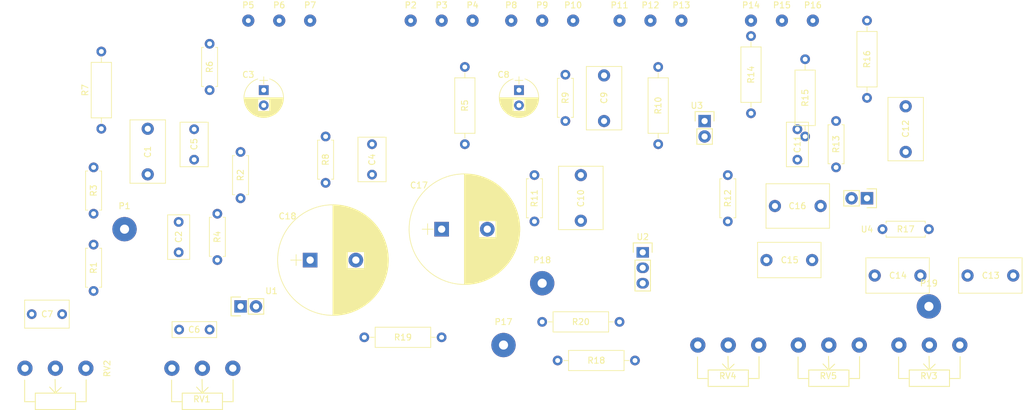
<source format=kicad_pcb>
(kicad_pcb (version 4) (host pcbnew 4.0.0-rc2-stable)

  (general
    (links 84)
    (no_connects 84)
    (area 0 0 0 0)
    (thickness 1.6)
    (drawings 0)
    (tracks 0)
    (zones 0)
    (modules 66)
    (nets 34)
  )

  (page A4)
  (layers
    (0 F.Cu signal)
    (31 B.Cu signal)
    (32 B.Adhes user)
    (33 F.Adhes user)
    (34 B.Paste user)
    (35 F.Paste user)
    (36 B.SilkS user)
    (37 F.SilkS user)
    (38 B.Mask user)
    (39 F.Mask user)
    (40 Dwgs.User user)
    (41 Cmts.User user)
    (42 Eco1.User user)
    (43 Eco2.User user)
    (44 Edge.Cuts user)
    (45 Margin user)
    (46 B.CrtYd user)
    (47 F.CrtYd user)
    (48 B.Fab user)
    (49 F.Fab user)
  )

  (setup
    (last_trace_width 0.25)
    (trace_clearance 0.2)
    (zone_clearance 0.508)
    (zone_45_only no)
    (trace_min 0.2)
    (segment_width 0.2)
    (edge_width 0.15)
    (via_size 0.6)
    (via_drill 0.4)
    (via_min_size 0.4)
    (via_min_drill 0.3)
    (uvia_size 0.3)
    (uvia_drill 0.1)
    (uvias_allowed no)
    (uvia_min_size 0.2)
    (uvia_min_drill 0.1)
    (pcb_text_width 0.3)
    (pcb_text_size 1.5 1.5)
    (mod_edge_width 0.15)
    (mod_text_size 1 1)
    (mod_text_width 0.15)
    (pad_size 1.524 1.524)
    (pad_drill 0.762)
    (pad_to_mask_clearance 0.2)
    (aux_axis_origin 0 0)
    (visible_elements FFFFFF7F)
    (pcbplotparams
      (layerselection 0x00030_80000001)
      (usegerberextensions false)
      (excludeedgelayer true)
      (linewidth 0.100000)
      (plotframeref false)
      (viasonmask false)
      (mode 1)
      (useauxorigin false)
      (hpglpennumber 1)
      (hpglpenspeed 20)
      (hpglpendiameter 15)
      (hpglpenoverlay 2)
      (psnegative false)
      (psa4output false)
      (plotreference true)
      (plotvalue true)
      (plotinvisibletext false)
      (padsonsilk false)
      (subtractmaskfromsilk false)
      (outputformat 1)
      (mirror false)
      (drillshape 1)
      (scaleselection 1)
      (outputdirectory ""))
  )

  (net 0 "")
  (net 1 "Net-(C1-Pad1)")
  (net 2 "Net-(C1-Pad2)")
  (net 3 GND)
  (net 4 "Net-(C2-Pad2)")
  (net 5 "Net-(C3-Pad1)")
  (net 6 "Net-(C4-Pad2)")
  (net 7 "Net-(C5-Pad1)")
  (net 8 "Net-(C5-Pad2)")
  (net 9 "Net-(C6-Pad2)")
  (net 10 "Net-(C7-Pad2)")
  (net 11 "Net-(C8-Pad1)")
  (net 12 "Net-(C10-Pad1)")
  (net 13 "Net-(C9-Pad2)")
  (net 14 "Net-(C10-Pad2)")
  (net 15 "Net-(C11-Pad2)")
  (net 16 "Net-(C12-Pad1)")
  (net 17 "Net-(C12-Pad2)")
  (net 18 "Net-(C13-Pad1)")
  (net 19 "Net-(C14-Pad1)")
  (net 20 "Net-(C14-Pad2)")
  (net 21 "Net-(C15-Pad1)")
  (net 22 "Net-(C16-Pad2)")
  (net 23 +HV1)
  (net 24 +HV2)
  (net 25 "Net-(P1-Pad1)")
  (net 26 "Net-(P2-Pad1)")
  (net 27 "Net-(P5-Pad1)")
  (net 28 "Net-(P8-Pad1)")
  (net 29 "Net-(P11-Pad1)")
  (net 30 "Net-(P13-Pad1)")
  (net 31 VCC)
  (net 32 "Net-(P19-Pad1)")
  (net 33 "Net-(R14-Pad2)")

  (net_class Default "Este es el tipo de red por defecto."
    (clearance 0.2)
    (trace_width 0.25)
    (via_dia 0.6)
    (via_drill 0.4)
    (uvia_dia 0.3)
    (uvia_drill 0.1)
    (add_net +HV1)
    (add_net +HV2)
    (add_net GND)
    (add_net "Net-(C1-Pad1)")
    (add_net "Net-(C1-Pad2)")
    (add_net "Net-(C10-Pad1)")
    (add_net "Net-(C10-Pad2)")
    (add_net "Net-(C11-Pad2)")
    (add_net "Net-(C12-Pad1)")
    (add_net "Net-(C12-Pad2)")
    (add_net "Net-(C13-Pad1)")
    (add_net "Net-(C14-Pad1)")
    (add_net "Net-(C14-Pad2)")
    (add_net "Net-(C15-Pad1)")
    (add_net "Net-(C16-Pad2)")
    (add_net "Net-(C2-Pad2)")
    (add_net "Net-(C3-Pad1)")
    (add_net "Net-(C4-Pad2)")
    (add_net "Net-(C5-Pad1)")
    (add_net "Net-(C5-Pad2)")
    (add_net "Net-(C6-Pad2)")
    (add_net "Net-(C7-Pad2)")
    (add_net "Net-(C8-Pad1)")
    (add_net "Net-(C9-Pad2)")
    (add_net "Net-(P1-Pad1)")
    (add_net "Net-(P11-Pad1)")
    (add_net "Net-(P13-Pad1)")
    (add_net "Net-(P19-Pad1)")
    (add_net "Net-(P2-Pad1)")
    (add_net "Net-(P5-Pad1)")
    (add_net "Net-(P8-Pad1)")
    (add_net "Net-(R14-Pad2)")
    (add_net VCC)
  )

  (module Capacitors_THT:C_Rect_L10.3mm_W5.7mm_P7.50mm_MKS4 (layer F.Cu) (tedit 587E6697) (tstamp 587E6671)
    (at 101.6 73.66 270)
    (descr "C, Rect series, Radial, pin pitch=7.50mm, , length*width=10.3*5.7mm^2, Capacitor, http://www.wima.com/EN/WIMA_MKS_4.pdf")
    (tags "C Rect series Radial pin pitch 7.50mm  length 10.3mm width 5.7mm Capacitor")
    (path /587E5CC7)
    (fp_text reference C1 (at 3.81 0 270) (layer F.SilkS)
      (effects (font (size 1 1) (thickness 0.15)))
    )
    (fp_text value 22n (at 3.75 3.91 270) (layer F.Fab)
      (effects (font (size 1 1) (thickness 0.15)))
    )
    (fp_line (start -1.4 -2.85) (end -1.4 2.85) (layer F.Fab) (width 0.1))
    (fp_line (start -1.4 2.85) (end 8.9 2.85) (layer F.Fab) (width 0.1))
    (fp_line (start 8.9 2.85) (end 8.9 -2.85) (layer F.Fab) (width 0.1))
    (fp_line (start 8.9 -2.85) (end -1.4 -2.85) (layer F.Fab) (width 0.1))
    (fp_line (start -1.46 -2.91) (end 8.96 -2.91) (layer F.SilkS) (width 0.12))
    (fp_line (start -1.46 2.91) (end 8.96 2.91) (layer F.SilkS) (width 0.12))
    (fp_line (start -1.46 -2.91) (end -1.46 2.91) (layer F.SilkS) (width 0.12))
    (fp_line (start 8.96 -2.91) (end 8.96 2.91) (layer F.SilkS) (width 0.12))
    (fp_line (start -1.75 -3.2) (end -1.75 3.2) (layer F.CrtYd) (width 0.05))
    (fp_line (start -1.75 3.2) (end 9.25 3.2) (layer F.CrtYd) (width 0.05))
    (fp_line (start 9.25 3.2) (end 9.25 -3.2) (layer F.CrtYd) (width 0.05))
    (fp_line (start 9.25 -3.2) (end -1.75 -3.2) (layer F.CrtYd) (width 0.05))
    (pad 1 thru_hole circle (at 0 0 270) (size 2 2) (drill 1) (layers *.Cu *.Mask)
      (net 1 "Net-(C1-Pad1)"))
    (pad 2 thru_hole circle (at 7.5 0 270) (size 2 2) (drill 1) (layers *.Cu *.Mask)
      (net 2 "Net-(C1-Pad2)"))
    (model Capacitors_ThroughHole.3dshapes/C_Rect_L10.3mm_W5.7mm_P7.50mm_MKS4.wrl
      (at (xyz 0 0 0))
      (scale (xyz 0.393701 0.393701 0.393701))
      (rotate (xyz 0 0 0))
    )
  )

  (module Capacitors_THT:C_Rect_L7.2mm_W3.5mm_P5.00mm_FKS2_FKP2_MKS2_MKP2 (layer F.Cu) (tedit 587E671B) (tstamp 587E6677)
    (at 106.68 93.98 90)
    (descr "C, Rect series, Radial, pin pitch=5.00mm, , length*width=7.2*3.5mm^2, Capacitor, http://www.wima.com/EN/WIMA_FKS_2.pdf")
    (tags "C Rect series Radial pin pitch 5.00mm  length 7.2mm width 3.5mm Capacitor")
    (path /587E4EBD)
    (fp_text reference C2 (at 2.54 0 90) (layer F.SilkS)
      (effects (font (size 1 1) (thickness 0.15)))
    )
    (fp_text value 680n (at 2.5 2.81 90) (layer F.Fab)
      (effects (font (size 1 1) (thickness 0.15)))
    )
    (fp_line (start -1.1 -1.75) (end -1.1 1.75) (layer F.Fab) (width 0.1))
    (fp_line (start -1.1 1.75) (end 6.1 1.75) (layer F.Fab) (width 0.1))
    (fp_line (start 6.1 1.75) (end 6.1 -1.75) (layer F.Fab) (width 0.1))
    (fp_line (start 6.1 -1.75) (end -1.1 -1.75) (layer F.Fab) (width 0.1))
    (fp_line (start -1.16 -1.81) (end 6.16 -1.81) (layer F.SilkS) (width 0.12))
    (fp_line (start -1.16 1.81) (end 6.16 1.81) (layer F.SilkS) (width 0.12))
    (fp_line (start -1.16 -1.81) (end -1.16 1.81) (layer F.SilkS) (width 0.12))
    (fp_line (start 6.16 -1.81) (end 6.16 1.81) (layer F.SilkS) (width 0.12))
    (fp_line (start -1.45 -2.1) (end -1.45 2.1) (layer F.CrtYd) (width 0.05))
    (fp_line (start -1.45 2.1) (end 6.45 2.1) (layer F.CrtYd) (width 0.05))
    (fp_line (start 6.45 2.1) (end 6.45 -2.1) (layer F.CrtYd) (width 0.05))
    (fp_line (start 6.45 -2.1) (end -1.45 -2.1) (layer F.CrtYd) (width 0.05))
    (pad 1 thru_hole circle (at 0 0 90) (size 1.6 1.6) (drill 0.8) (layers *.Cu *.Mask)
      (net 3 GND))
    (pad 2 thru_hole circle (at 5 0 90) (size 1.6 1.6) (drill 0.8) (layers *.Cu *.Mask)
      (net 4 "Net-(C2-Pad2)"))
    (model Capacitors_ThroughHole.3dshapes/C_Rect_L7.2mm_W3.5mm_P5.00mm_FKS2_FKP2_MKS2_MKP2.wrl
      (at (xyz 0 0 0))
      (scale (xyz 0.393701 0.393701 0.393701))
      (rotate (xyz 0 0 0))
    )
  )

  (module Capacitors_THT:CP_Radial_D6.3mm_P2.50mm (layer F.Cu) (tedit 587E6822) (tstamp 587E667D)
    (at 120.65 67.31 270)
    (descr "CP, Radial series, Radial, pin pitch=2.50mm, , diameter=6.3mm, Electrolytic Capacitor")
    (tags "CP Radial series Radial pin pitch 2.50mm  diameter 6.3mm Electrolytic Capacitor")
    (path /587E4ED7)
    (fp_text reference C3 (at -2.54 2.54 360) (layer F.SilkS)
      (effects (font (size 1 1) (thickness 0.15)))
    )
    (fp_text value 22u (at 5.08 -2.54 360) (layer F.Fab)
      (effects (font (size 1 1) (thickness 0.15)))
    )
    (fp_arc (start 1.25 0) (end -1.838236 -0.98) (angle 144.8) (layer F.SilkS) (width 0.12))
    (fp_arc (start 1.25 0) (end -1.838236 0.98) (angle -144.8) (layer F.SilkS) (width 0.12))
    (fp_arc (start 1.25 0) (end 4.338236 -0.98) (angle 35.2) (layer F.SilkS) (width 0.12))
    (fp_circle (center 1.25 0) (end 4.4 0) (layer F.Fab) (width 0.1))
    (fp_line (start -2.2 0) (end -1 0) (layer F.Fab) (width 0.1))
    (fp_line (start -1.6 -0.65) (end -1.6 0.65) (layer F.Fab) (width 0.1))
    (fp_line (start 1.25 -3.2) (end 1.25 3.2) (layer F.SilkS) (width 0.12))
    (fp_line (start 1.29 -3.2) (end 1.29 3.2) (layer F.SilkS) (width 0.12))
    (fp_line (start 1.33 -3.2) (end 1.33 3.2) (layer F.SilkS) (width 0.12))
    (fp_line (start 1.37 -3.198) (end 1.37 3.198) (layer F.SilkS) (width 0.12))
    (fp_line (start 1.41 -3.197) (end 1.41 3.197) (layer F.SilkS) (width 0.12))
    (fp_line (start 1.45 -3.194) (end 1.45 3.194) (layer F.SilkS) (width 0.12))
    (fp_line (start 1.49 -3.192) (end 1.49 3.192) (layer F.SilkS) (width 0.12))
    (fp_line (start 1.53 -3.188) (end 1.53 -0.98) (layer F.SilkS) (width 0.12))
    (fp_line (start 1.53 0.98) (end 1.53 3.188) (layer F.SilkS) (width 0.12))
    (fp_line (start 1.57 -3.185) (end 1.57 -0.98) (layer F.SilkS) (width 0.12))
    (fp_line (start 1.57 0.98) (end 1.57 3.185) (layer F.SilkS) (width 0.12))
    (fp_line (start 1.61 -3.18) (end 1.61 -0.98) (layer F.SilkS) (width 0.12))
    (fp_line (start 1.61 0.98) (end 1.61 3.18) (layer F.SilkS) (width 0.12))
    (fp_line (start 1.65 -3.176) (end 1.65 -0.98) (layer F.SilkS) (width 0.12))
    (fp_line (start 1.65 0.98) (end 1.65 3.176) (layer F.SilkS) (width 0.12))
    (fp_line (start 1.69 -3.17) (end 1.69 -0.98) (layer F.SilkS) (width 0.12))
    (fp_line (start 1.69 0.98) (end 1.69 3.17) (layer F.SilkS) (width 0.12))
    (fp_line (start 1.73 -3.165) (end 1.73 -0.98) (layer F.SilkS) (width 0.12))
    (fp_line (start 1.73 0.98) (end 1.73 3.165) (layer F.SilkS) (width 0.12))
    (fp_line (start 1.77 -3.158) (end 1.77 -0.98) (layer F.SilkS) (width 0.12))
    (fp_line (start 1.77 0.98) (end 1.77 3.158) (layer F.SilkS) (width 0.12))
    (fp_line (start 1.81 -3.152) (end 1.81 -0.98) (layer F.SilkS) (width 0.12))
    (fp_line (start 1.81 0.98) (end 1.81 3.152) (layer F.SilkS) (width 0.12))
    (fp_line (start 1.85 -3.144) (end 1.85 -0.98) (layer F.SilkS) (width 0.12))
    (fp_line (start 1.85 0.98) (end 1.85 3.144) (layer F.SilkS) (width 0.12))
    (fp_line (start 1.89 -3.137) (end 1.89 -0.98) (layer F.SilkS) (width 0.12))
    (fp_line (start 1.89 0.98) (end 1.89 3.137) (layer F.SilkS) (width 0.12))
    (fp_line (start 1.93 -3.128) (end 1.93 -0.98) (layer F.SilkS) (width 0.12))
    (fp_line (start 1.93 0.98) (end 1.93 3.128) (layer F.SilkS) (width 0.12))
    (fp_line (start 1.971 -3.119) (end 1.971 -0.98) (layer F.SilkS) (width 0.12))
    (fp_line (start 1.971 0.98) (end 1.971 3.119) (layer F.SilkS) (width 0.12))
    (fp_line (start 2.011 -3.11) (end 2.011 -0.98) (layer F.SilkS) (width 0.12))
    (fp_line (start 2.011 0.98) (end 2.011 3.11) (layer F.SilkS) (width 0.12))
    (fp_line (start 2.051 -3.1) (end 2.051 -0.98) (layer F.SilkS) (width 0.12))
    (fp_line (start 2.051 0.98) (end 2.051 3.1) (layer F.SilkS) (width 0.12))
    (fp_line (start 2.091 -3.09) (end 2.091 -0.98) (layer F.SilkS) (width 0.12))
    (fp_line (start 2.091 0.98) (end 2.091 3.09) (layer F.SilkS) (width 0.12))
    (fp_line (start 2.131 -3.079) (end 2.131 -0.98) (layer F.SilkS) (width 0.12))
    (fp_line (start 2.131 0.98) (end 2.131 3.079) (layer F.SilkS) (width 0.12))
    (fp_line (start 2.171 -3.067) (end 2.171 -0.98) (layer F.SilkS) (width 0.12))
    (fp_line (start 2.171 0.98) (end 2.171 3.067) (layer F.SilkS) (width 0.12))
    (fp_line (start 2.211 -3.055) (end 2.211 -0.98) (layer F.SilkS) (width 0.12))
    (fp_line (start 2.211 0.98) (end 2.211 3.055) (layer F.SilkS) (width 0.12))
    (fp_line (start 2.251 -3.042) (end 2.251 -0.98) (layer F.SilkS) (width 0.12))
    (fp_line (start 2.251 0.98) (end 2.251 3.042) (layer F.SilkS) (width 0.12))
    (fp_line (start 2.291 -3.029) (end 2.291 -0.98) (layer F.SilkS) (width 0.12))
    (fp_line (start 2.291 0.98) (end 2.291 3.029) (layer F.SilkS) (width 0.12))
    (fp_line (start 2.331 -3.015) (end 2.331 -0.98) (layer F.SilkS) (width 0.12))
    (fp_line (start 2.331 0.98) (end 2.331 3.015) (layer F.SilkS) (width 0.12))
    (fp_line (start 2.371 -3.001) (end 2.371 -0.98) (layer F.SilkS) (width 0.12))
    (fp_line (start 2.371 0.98) (end 2.371 3.001) (layer F.SilkS) (width 0.12))
    (fp_line (start 2.411 -2.986) (end 2.411 -0.98) (layer F.SilkS) (width 0.12))
    (fp_line (start 2.411 0.98) (end 2.411 2.986) (layer F.SilkS) (width 0.12))
    (fp_line (start 2.451 -2.97) (end 2.451 -0.98) (layer F.SilkS) (width 0.12))
    (fp_line (start 2.451 0.98) (end 2.451 2.97) (layer F.SilkS) (width 0.12))
    (fp_line (start 2.491 -2.954) (end 2.491 -0.98) (layer F.SilkS) (width 0.12))
    (fp_line (start 2.491 0.98) (end 2.491 2.954) (layer F.SilkS) (width 0.12))
    (fp_line (start 2.531 -2.937) (end 2.531 -0.98) (layer F.SilkS) (width 0.12))
    (fp_line (start 2.531 0.98) (end 2.531 2.937) (layer F.SilkS) (width 0.12))
    (fp_line (start 2.571 -2.919) (end 2.571 -0.98) (layer F.SilkS) (width 0.12))
    (fp_line (start 2.571 0.98) (end 2.571 2.919) (layer F.SilkS) (width 0.12))
    (fp_line (start 2.611 -2.901) (end 2.611 -0.98) (layer F.SilkS) (width 0.12))
    (fp_line (start 2.611 0.98) (end 2.611 2.901) (layer F.SilkS) (width 0.12))
    (fp_line (start 2.651 -2.882) (end 2.651 -0.98) (layer F.SilkS) (width 0.12))
    (fp_line (start 2.651 0.98) (end 2.651 2.882) (layer F.SilkS) (width 0.12))
    (fp_line (start 2.691 -2.863) (end 2.691 -0.98) (layer F.SilkS) (width 0.12))
    (fp_line (start 2.691 0.98) (end 2.691 2.863) (layer F.SilkS) (width 0.12))
    (fp_line (start 2.731 -2.843) (end 2.731 -0.98) (layer F.SilkS) (width 0.12))
    (fp_line (start 2.731 0.98) (end 2.731 2.843) (layer F.SilkS) (width 0.12))
    (fp_line (start 2.771 -2.822) (end 2.771 -0.98) (layer F.SilkS) (width 0.12))
    (fp_line (start 2.771 0.98) (end 2.771 2.822) (layer F.SilkS) (width 0.12))
    (fp_line (start 2.811 -2.8) (end 2.811 -0.98) (layer F.SilkS) (width 0.12))
    (fp_line (start 2.811 0.98) (end 2.811 2.8) (layer F.SilkS) (width 0.12))
    (fp_line (start 2.851 -2.778) (end 2.851 -0.98) (layer F.SilkS) (width 0.12))
    (fp_line (start 2.851 0.98) (end 2.851 2.778) (layer F.SilkS) (width 0.12))
    (fp_line (start 2.891 -2.755) (end 2.891 -0.98) (layer F.SilkS) (width 0.12))
    (fp_line (start 2.891 0.98) (end 2.891 2.755) (layer F.SilkS) (width 0.12))
    (fp_line (start 2.931 -2.731) (end 2.931 -0.98) (layer F.SilkS) (width 0.12))
    (fp_line (start 2.931 0.98) (end 2.931 2.731) (layer F.SilkS) (width 0.12))
    (fp_line (start 2.971 -2.706) (end 2.971 -0.98) (layer F.SilkS) (width 0.12))
    (fp_line (start 2.971 0.98) (end 2.971 2.706) (layer F.SilkS) (width 0.12))
    (fp_line (start 3.011 -2.681) (end 3.011 -0.98) (layer F.SilkS) (width 0.12))
    (fp_line (start 3.011 0.98) (end 3.011 2.681) (layer F.SilkS) (width 0.12))
    (fp_line (start 3.051 -2.654) (end 3.051 -0.98) (layer F.SilkS) (width 0.12))
    (fp_line (start 3.051 0.98) (end 3.051 2.654) (layer F.SilkS) (width 0.12))
    (fp_line (start 3.091 -2.627) (end 3.091 -0.98) (layer F.SilkS) (width 0.12))
    (fp_line (start 3.091 0.98) (end 3.091 2.627) (layer F.SilkS) (width 0.12))
    (fp_line (start 3.131 -2.599) (end 3.131 -0.98) (layer F.SilkS) (width 0.12))
    (fp_line (start 3.131 0.98) (end 3.131 2.599) (layer F.SilkS) (width 0.12))
    (fp_line (start 3.171 -2.57) (end 3.171 -0.98) (layer F.SilkS) (width 0.12))
    (fp_line (start 3.171 0.98) (end 3.171 2.57) (layer F.SilkS) (width 0.12))
    (fp_line (start 3.211 -2.54) (end 3.211 -0.98) (layer F.SilkS) (width 0.12))
    (fp_line (start 3.211 0.98) (end 3.211 2.54) (layer F.SilkS) (width 0.12))
    (fp_line (start 3.251 -2.51) (end 3.251 -0.98) (layer F.SilkS) (width 0.12))
    (fp_line (start 3.251 0.98) (end 3.251 2.51) (layer F.SilkS) (width 0.12))
    (fp_line (start 3.291 -2.478) (end 3.291 -0.98) (layer F.SilkS) (width 0.12))
    (fp_line (start 3.291 0.98) (end 3.291 2.478) (layer F.SilkS) (width 0.12))
    (fp_line (start 3.331 -2.445) (end 3.331 -0.98) (layer F.SilkS) (width 0.12))
    (fp_line (start 3.331 0.98) (end 3.331 2.445) (layer F.SilkS) (width 0.12))
    (fp_line (start 3.371 -2.411) (end 3.371 -0.98) (layer F.SilkS) (width 0.12))
    (fp_line (start 3.371 0.98) (end 3.371 2.411) (layer F.SilkS) (width 0.12))
    (fp_line (start 3.411 -2.375) (end 3.411 -0.98) (layer F.SilkS) (width 0.12))
    (fp_line (start 3.411 0.98) (end 3.411 2.375) (layer F.SilkS) (width 0.12))
    (fp_line (start 3.451 -2.339) (end 3.451 -0.98) (layer F.SilkS) (width 0.12))
    (fp_line (start 3.451 0.98) (end 3.451 2.339) (layer F.SilkS) (width 0.12))
    (fp_line (start 3.491 -2.301) (end 3.491 2.301) (layer F.SilkS) (width 0.12))
    (fp_line (start 3.531 -2.262) (end 3.531 2.262) (layer F.SilkS) (width 0.12))
    (fp_line (start 3.571 -2.222) (end 3.571 2.222) (layer F.SilkS) (width 0.12))
    (fp_line (start 3.611 -2.18) (end 3.611 2.18) (layer F.SilkS) (width 0.12))
    (fp_line (start 3.651 -2.137) (end 3.651 2.137) (layer F.SilkS) (width 0.12))
    (fp_line (start 3.691 -2.092) (end 3.691 2.092) (layer F.SilkS) (width 0.12))
    (fp_line (start 3.731 -2.045) (end 3.731 2.045) (layer F.SilkS) (width 0.12))
    (fp_line (start 3.771 -1.997) (end 3.771 1.997) (layer F.SilkS) (width 0.12))
    (fp_line (start 3.811 -1.946) (end 3.811 1.946) (layer F.SilkS) (width 0.12))
    (fp_line (start 3.851 -1.894) (end 3.851 1.894) (layer F.SilkS) (width 0.12))
    (fp_line (start 3.891 -1.839) (end 3.891 1.839) (layer F.SilkS) (width 0.12))
    (fp_line (start 3.931 -1.781) (end 3.931 1.781) (layer F.SilkS) (width 0.12))
    (fp_line (start 3.971 -1.721) (end 3.971 1.721) (layer F.SilkS) (width 0.12))
    (fp_line (start 4.011 -1.658) (end 4.011 1.658) (layer F.SilkS) (width 0.12))
    (fp_line (start 4.051 -1.591) (end 4.051 1.591) (layer F.SilkS) (width 0.12))
    (fp_line (start 4.091 -1.52) (end 4.091 1.52) (layer F.SilkS) (width 0.12))
    (fp_line (start 4.131 -1.445) (end 4.131 1.445) (layer F.SilkS) (width 0.12))
    (fp_line (start 4.171 -1.364) (end 4.171 1.364) (layer F.SilkS) (width 0.12))
    (fp_line (start 4.211 -1.278) (end 4.211 1.278) (layer F.SilkS) (width 0.12))
    (fp_line (start 4.251 -1.184) (end 4.251 1.184) (layer F.SilkS) (width 0.12))
    (fp_line (start 4.291 -1.081) (end 4.291 1.081) (layer F.SilkS) (width 0.12))
    (fp_line (start 4.331 -0.966) (end 4.331 0.966) (layer F.SilkS) (width 0.12))
    (fp_line (start 4.371 -0.834) (end 4.371 0.834) (layer F.SilkS) (width 0.12))
    (fp_line (start 4.411 -0.676) (end 4.411 0.676) (layer F.SilkS) (width 0.12))
    (fp_line (start 4.451 -0.468) (end 4.451 0.468) (layer F.SilkS) (width 0.12))
    (fp_line (start -2.2 0) (end -1 0) (layer F.SilkS) (width 0.12))
    (fp_line (start -1.6 -0.65) (end -1.6 0.65) (layer F.SilkS) (width 0.12))
    (fp_line (start -2.25 -3.5) (end -2.25 3.5) (layer F.CrtYd) (width 0.05))
    (fp_line (start -2.25 3.5) (end 4.75 3.5) (layer F.CrtYd) (width 0.05))
    (fp_line (start 4.75 3.5) (end 4.75 -3.5) (layer F.CrtYd) (width 0.05))
    (fp_line (start 4.75 -3.5) (end -2.25 -3.5) (layer F.CrtYd) (width 0.05))
    (pad 1 thru_hole rect (at 0 0 270) (size 1.6 1.6) (drill 0.8) (layers *.Cu *.Mask)
      (net 5 "Net-(C3-Pad1)"))
    (pad 2 thru_hole circle (at 2.5 0 270) (size 1.6 1.6) (drill 0.8) (layers *.Cu *.Mask)
      (net 3 GND))
    (model Capacitors_ThroughHole.3dshapes/CP_Radial_D6.3mm_P2.50mm.wrl
      (at (xyz 0 0 0))
      (scale (xyz 0.393701 0.393701 0.393701))
      (rotate (xyz 0 0 0))
    )
  )

  (module Capacitors_THT:C_Rect_L7.2mm_W4.5mm_P5.00mm_FKS2_FKP2_MKS2_MKP2 (layer F.Cu) (tedit 587E6716) (tstamp 587E6683)
    (at 138.43 76.2 270)
    (descr "C, Rect series, Radial, pin pitch=5.00mm, , length*width=7.2*4.5mm^2, Capacitor, http://www.wima.com/EN/WIMA_FKS_2.pdf")
    (tags "C Rect series Radial pin pitch 5.00mm  length 7.2mm width 4.5mm Capacitor")
    (path /587E4EEB)
    (fp_text reference C4 (at 2.54 0 270) (layer F.SilkS)
      (effects (font (size 1 1) (thickness 0.15)))
    )
    (fp_text value 470p (at 2.5 3.31 270) (layer F.Fab)
      (effects (font (size 1 1) (thickness 0.15)))
    )
    (fp_line (start -1.1 -2.25) (end -1.1 2.25) (layer F.Fab) (width 0.1))
    (fp_line (start -1.1 2.25) (end 6.1 2.25) (layer F.Fab) (width 0.1))
    (fp_line (start 6.1 2.25) (end 6.1 -2.25) (layer F.Fab) (width 0.1))
    (fp_line (start 6.1 -2.25) (end -1.1 -2.25) (layer F.Fab) (width 0.1))
    (fp_line (start -1.16 -2.31) (end 6.16 -2.31) (layer F.SilkS) (width 0.12))
    (fp_line (start -1.16 2.31) (end 6.16 2.31) (layer F.SilkS) (width 0.12))
    (fp_line (start -1.16 -2.31) (end -1.16 2.31) (layer F.SilkS) (width 0.12))
    (fp_line (start 6.16 -2.31) (end 6.16 2.31) (layer F.SilkS) (width 0.12))
    (fp_line (start -1.45 -2.6) (end -1.45 2.6) (layer F.CrtYd) (width 0.05))
    (fp_line (start -1.45 2.6) (end 6.45 2.6) (layer F.CrtYd) (width 0.05))
    (fp_line (start 6.45 2.6) (end 6.45 -2.6) (layer F.CrtYd) (width 0.05))
    (fp_line (start 6.45 -2.6) (end -1.45 -2.6) (layer F.CrtYd) (width 0.05))
    (pad 1 thru_hole circle (at 0 0 270) (size 1.6 1.6) (drill 0.8) (layers *.Cu *.Mask)
      (net 1 "Net-(C1-Pad1)"))
    (pad 2 thru_hole circle (at 5 0 270) (size 1.6 1.6) (drill 0.8) (layers *.Cu *.Mask)
      (net 6 "Net-(C4-Pad2)"))
    (model Capacitors_ThroughHole.3dshapes/C_Rect_L7.2mm_W4.5mm_P5.00mm_FKS2_FKP2_MKS2_MKP2.wrl
      (at (xyz 0 0 0))
      (scale (xyz 0.393701 0.393701 0.393701))
      (rotate (xyz 0 0 0))
    )
  )

  (module Capacitors_THT:C_Rect_L7.2mm_W4.5mm_P5.00mm_FKS2_FKP2_MKS2_MKP2 (layer F.Cu) (tedit 587E670A) (tstamp 587E6689)
    (at 109.22 78.74 90)
    (descr "C, Rect series, Radial, pin pitch=5.00mm, , length*width=7.2*4.5mm^2, Capacitor, http://www.wima.com/EN/WIMA_FKS_2.pdf")
    (tags "C Rect series Radial pin pitch 5.00mm  length 7.2mm width 4.5mm Capacitor")
    (path /587E4EC1)
    (fp_text reference C5 (at 2.54 0 90) (layer F.SilkS)
      (effects (font (size 1 1) (thickness 0.15)))
    )
    (fp_text value 470p (at 2.5 3.31 90) (layer F.Fab)
      (effects (font (size 1 1) (thickness 0.15)))
    )
    (fp_line (start -1.1 -2.25) (end -1.1 2.25) (layer F.Fab) (width 0.1))
    (fp_line (start -1.1 2.25) (end 6.1 2.25) (layer F.Fab) (width 0.1))
    (fp_line (start 6.1 2.25) (end 6.1 -2.25) (layer F.Fab) (width 0.1))
    (fp_line (start 6.1 -2.25) (end -1.1 -2.25) (layer F.Fab) (width 0.1))
    (fp_line (start -1.16 -2.31) (end 6.16 -2.31) (layer F.SilkS) (width 0.12))
    (fp_line (start -1.16 2.31) (end 6.16 2.31) (layer F.SilkS) (width 0.12))
    (fp_line (start -1.16 -2.31) (end -1.16 2.31) (layer F.SilkS) (width 0.12))
    (fp_line (start 6.16 -2.31) (end 6.16 2.31) (layer F.SilkS) (width 0.12))
    (fp_line (start -1.45 -2.6) (end -1.45 2.6) (layer F.CrtYd) (width 0.05))
    (fp_line (start -1.45 2.6) (end 6.45 2.6) (layer F.CrtYd) (width 0.05))
    (fp_line (start 6.45 2.6) (end 6.45 -2.6) (layer F.CrtYd) (width 0.05))
    (fp_line (start 6.45 -2.6) (end -1.45 -2.6) (layer F.CrtYd) (width 0.05))
    (pad 1 thru_hole circle (at 0 0 90) (size 1.6 1.6) (drill 0.8) (layers *.Cu *.Mask)
      (net 7 "Net-(C5-Pad1)"))
    (pad 2 thru_hole circle (at 5 0 90) (size 1.6 1.6) (drill 0.8) (layers *.Cu *.Mask)
      (net 8 "Net-(C5-Pad2)"))
    (model Capacitors_ThroughHole.3dshapes/C_Rect_L7.2mm_W4.5mm_P5.00mm_FKS2_FKP2_MKS2_MKP2.wrl
      (at (xyz 0 0 0))
      (scale (xyz 0.393701 0.393701 0.393701))
      (rotate (xyz 0 0 0))
    )
  )

  (module Capacitors_THT:C_Rect_L7.2mm_W2.5mm_P5.00mm_FKS2_FKP2_MKS2_MKP2 (layer F.Cu) (tedit 587E6683) (tstamp 587E668F)
    (at 111.76 106.68 180)
    (descr "C, Rect series, Radial, pin pitch=5.00mm, , length*width=7.2*2.5mm^2, Capacitor, http://www.wima.com/EN/WIMA_FKS_2.pdf")
    (tags "C Rect series Radial pin pitch 5.00mm  length 7.2mm width 2.5mm Capacitor")
    (path /587E4EEE)
    (fp_text reference C6 (at 2.54 0 180) (layer F.SilkS)
      (effects (font (size 1 1) (thickness 0.15)))
    )
    (fp_text value 1n (at 2.5 2.31 180) (layer F.Fab)
      (effects (font (size 1 1) (thickness 0.15)))
    )
    (fp_line (start -1.1 -1.25) (end -1.1 1.25) (layer F.Fab) (width 0.1))
    (fp_line (start -1.1 1.25) (end 6.1 1.25) (layer F.Fab) (width 0.1))
    (fp_line (start 6.1 1.25) (end 6.1 -1.25) (layer F.Fab) (width 0.1))
    (fp_line (start 6.1 -1.25) (end -1.1 -1.25) (layer F.Fab) (width 0.1))
    (fp_line (start -1.16 -1.31) (end 6.16 -1.31) (layer F.SilkS) (width 0.12))
    (fp_line (start -1.16 1.31) (end 6.16 1.31) (layer F.SilkS) (width 0.12))
    (fp_line (start -1.16 -1.31) (end -1.16 1.31) (layer F.SilkS) (width 0.12))
    (fp_line (start 6.16 -1.31) (end 6.16 1.31) (layer F.SilkS) (width 0.12))
    (fp_line (start -1.45 -1.6) (end -1.45 1.6) (layer F.CrtYd) (width 0.05))
    (fp_line (start -1.45 1.6) (end 6.45 1.6) (layer F.CrtYd) (width 0.05))
    (fp_line (start 6.45 1.6) (end 6.45 -1.6) (layer F.CrtYd) (width 0.05))
    (fp_line (start 6.45 -1.6) (end -1.45 -1.6) (layer F.CrtYd) (width 0.05))
    (pad 1 thru_hole circle (at 0 0 180) (size 1.6 1.6) (drill 0.8) (layers *.Cu *.Mask)
      (net 6 "Net-(C4-Pad2)"))
    (pad 2 thru_hole circle (at 5 0 180) (size 1.6 1.6) (drill 0.8) (layers *.Cu *.Mask)
      (net 9 "Net-(C6-Pad2)"))
    (model Capacitors_ThroughHole.3dshapes/C_Rect_L7.2mm_W2.5mm_P5.00mm_FKS2_FKP2_MKS2_MKP2.wrl
      (at (xyz 0 0 0))
      (scale (xyz 0.393701 0.393701 0.393701))
      (rotate (xyz 0 0 0))
    )
  )

  (module Capacitors_THT:C_Rect_L7.2mm_W4.5mm_P5.00mm_FKS2_FKP2_MKS2_MKP2 (layer F.Cu) (tedit 587E676C) (tstamp 587E6695)
    (at 82.55 104.14)
    (descr "C, Rect series, Radial, pin pitch=5.00mm, , length*width=7.2*4.5mm^2, Capacitor, http://www.wima.com/EN/WIMA_FKS_2.pdf")
    (tags "C Rect series Radial pin pitch 5.00mm  length 7.2mm width 4.5mm Capacitor")
    (path /587E4EEF)
    (fp_text reference C7 (at 2.54 0) (layer F.SilkS)
      (effects (font (size 1 1) (thickness 0.15)))
    )
    (fp_text value 100p (at 2.5 3.31) (layer F.Fab)
      (effects (font (size 1 1) (thickness 0.15)))
    )
    (fp_line (start -1.1 -2.25) (end -1.1 2.25) (layer F.Fab) (width 0.1))
    (fp_line (start -1.1 2.25) (end 6.1 2.25) (layer F.Fab) (width 0.1))
    (fp_line (start 6.1 2.25) (end 6.1 -2.25) (layer F.Fab) (width 0.1))
    (fp_line (start 6.1 -2.25) (end -1.1 -2.25) (layer F.Fab) (width 0.1))
    (fp_line (start -1.16 -2.31) (end 6.16 -2.31) (layer F.SilkS) (width 0.12))
    (fp_line (start -1.16 2.31) (end 6.16 2.31) (layer F.SilkS) (width 0.12))
    (fp_line (start -1.16 -2.31) (end -1.16 2.31) (layer F.SilkS) (width 0.12))
    (fp_line (start 6.16 -2.31) (end 6.16 2.31) (layer F.SilkS) (width 0.12))
    (fp_line (start -1.45 -2.6) (end -1.45 2.6) (layer F.CrtYd) (width 0.05))
    (fp_line (start -1.45 2.6) (end 6.45 2.6) (layer F.CrtYd) (width 0.05))
    (fp_line (start 6.45 2.6) (end 6.45 -2.6) (layer F.CrtYd) (width 0.05))
    (fp_line (start 6.45 -2.6) (end -1.45 -2.6) (layer F.CrtYd) (width 0.05))
    (pad 1 thru_hole circle (at 0 0) (size 1.6 1.6) (drill 0.8) (layers *.Cu *.Mask)
      (net 7 "Net-(C5-Pad1)"))
    (pad 2 thru_hole circle (at 5 0) (size 1.6 1.6) (drill 0.8) (layers *.Cu *.Mask)
      (net 10 "Net-(C7-Pad2)"))
    (model Capacitors_ThroughHole.3dshapes/C_Rect_L7.2mm_W4.5mm_P5.00mm_FKS2_FKP2_MKS2_MKP2.wrl
      (at (xyz 0 0 0))
      (scale (xyz 0.393701 0.393701 0.393701))
      (rotate (xyz 0 0 0))
    )
  )

  (module Capacitors_THT:CP_Radial_D6.3mm_P2.50mm (layer F.Cu) (tedit 587E681C) (tstamp 587E669B)
    (at 162.56 67.31 270)
    (descr "CP, Radial series, Radial, pin pitch=2.50mm, , diameter=6.3mm, Electrolytic Capacitor")
    (tags "CP Radial series Radial pin pitch 2.50mm  diameter 6.3mm Electrolytic Capacitor")
    (path /587E4EEA)
    (fp_text reference C8 (at -2.54 2.54 360) (layer F.SilkS)
      (effects (font (size 1 1) (thickness 0.15)))
    )
    (fp_text value 22u (at 5.08 -2.54 360) (layer F.Fab)
      (effects (font (size 1 1) (thickness 0.15)))
    )
    (fp_arc (start 1.25 0) (end -1.838236 -0.98) (angle 144.8) (layer F.SilkS) (width 0.12))
    (fp_arc (start 1.25 0) (end -1.838236 0.98) (angle -144.8) (layer F.SilkS) (width 0.12))
    (fp_arc (start 1.25 0) (end 4.338236 -0.98) (angle 35.2) (layer F.SilkS) (width 0.12))
    (fp_circle (center 1.25 0) (end 4.4 0) (layer F.Fab) (width 0.1))
    (fp_line (start -2.2 0) (end -1 0) (layer F.Fab) (width 0.1))
    (fp_line (start -1.6 -0.65) (end -1.6 0.65) (layer F.Fab) (width 0.1))
    (fp_line (start 1.25 -3.2) (end 1.25 3.2) (layer F.SilkS) (width 0.12))
    (fp_line (start 1.29 -3.2) (end 1.29 3.2) (layer F.SilkS) (width 0.12))
    (fp_line (start 1.33 -3.2) (end 1.33 3.2) (layer F.SilkS) (width 0.12))
    (fp_line (start 1.37 -3.198) (end 1.37 3.198) (layer F.SilkS) (width 0.12))
    (fp_line (start 1.41 -3.197) (end 1.41 3.197) (layer F.SilkS) (width 0.12))
    (fp_line (start 1.45 -3.194) (end 1.45 3.194) (layer F.SilkS) (width 0.12))
    (fp_line (start 1.49 -3.192) (end 1.49 3.192) (layer F.SilkS) (width 0.12))
    (fp_line (start 1.53 -3.188) (end 1.53 -0.98) (layer F.SilkS) (width 0.12))
    (fp_line (start 1.53 0.98) (end 1.53 3.188) (layer F.SilkS) (width 0.12))
    (fp_line (start 1.57 -3.185) (end 1.57 -0.98) (layer F.SilkS) (width 0.12))
    (fp_line (start 1.57 0.98) (end 1.57 3.185) (layer F.SilkS) (width 0.12))
    (fp_line (start 1.61 -3.18) (end 1.61 -0.98) (layer F.SilkS) (width 0.12))
    (fp_line (start 1.61 0.98) (end 1.61 3.18) (layer F.SilkS) (width 0.12))
    (fp_line (start 1.65 -3.176) (end 1.65 -0.98) (layer F.SilkS) (width 0.12))
    (fp_line (start 1.65 0.98) (end 1.65 3.176) (layer F.SilkS) (width 0.12))
    (fp_line (start 1.69 -3.17) (end 1.69 -0.98) (layer F.SilkS) (width 0.12))
    (fp_line (start 1.69 0.98) (end 1.69 3.17) (layer F.SilkS) (width 0.12))
    (fp_line (start 1.73 -3.165) (end 1.73 -0.98) (layer F.SilkS) (width 0.12))
    (fp_line (start 1.73 0.98) (end 1.73 3.165) (layer F.SilkS) (width 0.12))
    (fp_line (start 1.77 -3.158) (end 1.77 -0.98) (layer F.SilkS) (width 0.12))
    (fp_line (start 1.77 0.98) (end 1.77 3.158) (layer F.SilkS) (width 0.12))
    (fp_line (start 1.81 -3.152) (end 1.81 -0.98) (layer F.SilkS) (width 0.12))
    (fp_line (start 1.81 0.98) (end 1.81 3.152) (layer F.SilkS) (width 0.12))
    (fp_line (start 1.85 -3.144) (end 1.85 -0.98) (layer F.SilkS) (width 0.12))
    (fp_line (start 1.85 0.98) (end 1.85 3.144) (layer F.SilkS) (width 0.12))
    (fp_line (start 1.89 -3.137) (end 1.89 -0.98) (layer F.SilkS) (width 0.12))
    (fp_line (start 1.89 0.98) (end 1.89 3.137) (layer F.SilkS) (width 0.12))
    (fp_line (start 1.93 -3.128) (end 1.93 -0.98) (layer F.SilkS) (width 0.12))
    (fp_line (start 1.93 0.98) (end 1.93 3.128) (layer F.SilkS) (width 0.12))
    (fp_line (start 1.971 -3.119) (end 1.971 -0.98) (layer F.SilkS) (width 0.12))
    (fp_line (start 1.971 0.98) (end 1.971 3.119) (layer F.SilkS) (width 0.12))
    (fp_line (start 2.011 -3.11) (end 2.011 -0.98) (layer F.SilkS) (width 0.12))
    (fp_line (start 2.011 0.98) (end 2.011 3.11) (layer F.SilkS) (width 0.12))
    (fp_line (start 2.051 -3.1) (end 2.051 -0.98) (layer F.SilkS) (width 0.12))
    (fp_line (start 2.051 0.98) (end 2.051 3.1) (layer F.SilkS) (width 0.12))
    (fp_line (start 2.091 -3.09) (end 2.091 -0.98) (layer F.SilkS) (width 0.12))
    (fp_line (start 2.091 0.98) (end 2.091 3.09) (layer F.SilkS) (width 0.12))
    (fp_line (start 2.131 -3.079) (end 2.131 -0.98) (layer F.SilkS) (width 0.12))
    (fp_line (start 2.131 0.98) (end 2.131 3.079) (layer F.SilkS) (width 0.12))
    (fp_line (start 2.171 -3.067) (end 2.171 -0.98) (layer F.SilkS) (width 0.12))
    (fp_line (start 2.171 0.98) (end 2.171 3.067) (layer F.SilkS) (width 0.12))
    (fp_line (start 2.211 -3.055) (end 2.211 -0.98) (layer F.SilkS) (width 0.12))
    (fp_line (start 2.211 0.98) (end 2.211 3.055) (layer F.SilkS) (width 0.12))
    (fp_line (start 2.251 -3.042) (end 2.251 -0.98) (layer F.SilkS) (width 0.12))
    (fp_line (start 2.251 0.98) (end 2.251 3.042) (layer F.SilkS) (width 0.12))
    (fp_line (start 2.291 -3.029) (end 2.291 -0.98) (layer F.SilkS) (width 0.12))
    (fp_line (start 2.291 0.98) (end 2.291 3.029) (layer F.SilkS) (width 0.12))
    (fp_line (start 2.331 -3.015) (end 2.331 -0.98) (layer F.SilkS) (width 0.12))
    (fp_line (start 2.331 0.98) (end 2.331 3.015) (layer F.SilkS) (width 0.12))
    (fp_line (start 2.371 -3.001) (end 2.371 -0.98) (layer F.SilkS) (width 0.12))
    (fp_line (start 2.371 0.98) (end 2.371 3.001) (layer F.SilkS) (width 0.12))
    (fp_line (start 2.411 -2.986) (end 2.411 -0.98) (layer F.SilkS) (width 0.12))
    (fp_line (start 2.411 0.98) (end 2.411 2.986) (layer F.SilkS) (width 0.12))
    (fp_line (start 2.451 -2.97) (end 2.451 -0.98) (layer F.SilkS) (width 0.12))
    (fp_line (start 2.451 0.98) (end 2.451 2.97) (layer F.SilkS) (width 0.12))
    (fp_line (start 2.491 -2.954) (end 2.491 -0.98) (layer F.SilkS) (width 0.12))
    (fp_line (start 2.491 0.98) (end 2.491 2.954) (layer F.SilkS) (width 0.12))
    (fp_line (start 2.531 -2.937) (end 2.531 -0.98) (layer F.SilkS) (width 0.12))
    (fp_line (start 2.531 0.98) (end 2.531 2.937) (layer F.SilkS) (width 0.12))
    (fp_line (start 2.571 -2.919) (end 2.571 -0.98) (layer F.SilkS) (width 0.12))
    (fp_line (start 2.571 0.98) (end 2.571 2.919) (layer F.SilkS) (width 0.12))
    (fp_line (start 2.611 -2.901) (end 2.611 -0.98) (layer F.SilkS) (width 0.12))
    (fp_line (start 2.611 0.98) (end 2.611 2.901) (layer F.SilkS) (width 0.12))
    (fp_line (start 2.651 -2.882) (end 2.651 -0.98) (layer F.SilkS) (width 0.12))
    (fp_line (start 2.651 0.98) (end 2.651 2.882) (layer F.SilkS) (width 0.12))
    (fp_line (start 2.691 -2.863) (end 2.691 -0.98) (layer F.SilkS) (width 0.12))
    (fp_line (start 2.691 0.98) (end 2.691 2.863) (layer F.SilkS) (width 0.12))
    (fp_line (start 2.731 -2.843) (end 2.731 -0.98) (layer F.SilkS) (width 0.12))
    (fp_line (start 2.731 0.98) (end 2.731 2.843) (layer F.SilkS) (width 0.12))
    (fp_line (start 2.771 -2.822) (end 2.771 -0.98) (layer F.SilkS) (width 0.12))
    (fp_line (start 2.771 0.98) (end 2.771 2.822) (layer F.SilkS) (width 0.12))
    (fp_line (start 2.811 -2.8) (end 2.811 -0.98) (layer F.SilkS) (width 0.12))
    (fp_line (start 2.811 0.98) (end 2.811 2.8) (layer F.SilkS) (width 0.12))
    (fp_line (start 2.851 -2.778) (end 2.851 -0.98) (layer F.SilkS) (width 0.12))
    (fp_line (start 2.851 0.98) (end 2.851 2.778) (layer F.SilkS) (width 0.12))
    (fp_line (start 2.891 -2.755) (end 2.891 -0.98) (layer F.SilkS) (width 0.12))
    (fp_line (start 2.891 0.98) (end 2.891 2.755) (layer F.SilkS) (width 0.12))
    (fp_line (start 2.931 -2.731) (end 2.931 -0.98) (layer F.SilkS) (width 0.12))
    (fp_line (start 2.931 0.98) (end 2.931 2.731) (layer F.SilkS) (width 0.12))
    (fp_line (start 2.971 -2.706) (end 2.971 -0.98) (layer F.SilkS) (width 0.12))
    (fp_line (start 2.971 0.98) (end 2.971 2.706) (layer F.SilkS) (width 0.12))
    (fp_line (start 3.011 -2.681) (end 3.011 -0.98) (layer F.SilkS) (width 0.12))
    (fp_line (start 3.011 0.98) (end 3.011 2.681) (layer F.SilkS) (width 0.12))
    (fp_line (start 3.051 -2.654) (end 3.051 -0.98) (layer F.SilkS) (width 0.12))
    (fp_line (start 3.051 0.98) (end 3.051 2.654) (layer F.SilkS) (width 0.12))
    (fp_line (start 3.091 -2.627) (end 3.091 -0.98) (layer F.SilkS) (width 0.12))
    (fp_line (start 3.091 0.98) (end 3.091 2.627) (layer F.SilkS) (width 0.12))
    (fp_line (start 3.131 -2.599) (end 3.131 -0.98) (layer F.SilkS) (width 0.12))
    (fp_line (start 3.131 0.98) (end 3.131 2.599) (layer F.SilkS) (width 0.12))
    (fp_line (start 3.171 -2.57) (end 3.171 -0.98) (layer F.SilkS) (width 0.12))
    (fp_line (start 3.171 0.98) (end 3.171 2.57) (layer F.SilkS) (width 0.12))
    (fp_line (start 3.211 -2.54) (end 3.211 -0.98) (layer F.SilkS) (width 0.12))
    (fp_line (start 3.211 0.98) (end 3.211 2.54) (layer F.SilkS) (width 0.12))
    (fp_line (start 3.251 -2.51) (end 3.251 -0.98) (layer F.SilkS) (width 0.12))
    (fp_line (start 3.251 0.98) (end 3.251 2.51) (layer F.SilkS) (width 0.12))
    (fp_line (start 3.291 -2.478) (end 3.291 -0.98) (layer F.SilkS) (width 0.12))
    (fp_line (start 3.291 0.98) (end 3.291 2.478) (layer F.SilkS) (width 0.12))
    (fp_line (start 3.331 -2.445) (end 3.331 -0.98) (layer F.SilkS) (width 0.12))
    (fp_line (start 3.331 0.98) (end 3.331 2.445) (layer F.SilkS) (width 0.12))
    (fp_line (start 3.371 -2.411) (end 3.371 -0.98) (layer F.SilkS) (width 0.12))
    (fp_line (start 3.371 0.98) (end 3.371 2.411) (layer F.SilkS) (width 0.12))
    (fp_line (start 3.411 -2.375) (end 3.411 -0.98) (layer F.SilkS) (width 0.12))
    (fp_line (start 3.411 0.98) (end 3.411 2.375) (layer F.SilkS) (width 0.12))
    (fp_line (start 3.451 -2.339) (end 3.451 -0.98) (layer F.SilkS) (width 0.12))
    (fp_line (start 3.451 0.98) (end 3.451 2.339) (layer F.SilkS) (width 0.12))
    (fp_line (start 3.491 -2.301) (end 3.491 2.301) (layer F.SilkS) (width 0.12))
    (fp_line (start 3.531 -2.262) (end 3.531 2.262) (layer F.SilkS) (width 0.12))
    (fp_line (start 3.571 -2.222) (end 3.571 2.222) (layer F.SilkS) (width 0.12))
    (fp_line (start 3.611 -2.18) (end 3.611 2.18) (layer F.SilkS) (width 0.12))
    (fp_line (start 3.651 -2.137) (end 3.651 2.137) (layer F.SilkS) (width 0.12))
    (fp_line (start 3.691 -2.092) (end 3.691 2.092) (layer F.SilkS) (width 0.12))
    (fp_line (start 3.731 -2.045) (end 3.731 2.045) (layer F.SilkS) (width 0.12))
    (fp_line (start 3.771 -1.997) (end 3.771 1.997) (layer F.SilkS) (width 0.12))
    (fp_line (start 3.811 -1.946) (end 3.811 1.946) (layer F.SilkS) (width 0.12))
    (fp_line (start 3.851 -1.894) (end 3.851 1.894) (layer F.SilkS) (width 0.12))
    (fp_line (start 3.891 -1.839) (end 3.891 1.839) (layer F.SilkS) (width 0.12))
    (fp_line (start 3.931 -1.781) (end 3.931 1.781) (layer F.SilkS) (width 0.12))
    (fp_line (start 3.971 -1.721) (end 3.971 1.721) (layer F.SilkS) (width 0.12))
    (fp_line (start 4.011 -1.658) (end 4.011 1.658) (layer F.SilkS) (width 0.12))
    (fp_line (start 4.051 -1.591) (end 4.051 1.591) (layer F.SilkS) (width 0.12))
    (fp_line (start 4.091 -1.52) (end 4.091 1.52) (layer F.SilkS) (width 0.12))
    (fp_line (start 4.131 -1.445) (end 4.131 1.445) (layer F.SilkS) (width 0.12))
    (fp_line (start 4.171 -1.364) (end 4.171 1.364) (layer F.SilkS) (width 0.12))
    (fp_line (start 4.211 -1.278) (end 4.211 1.278) (layer F.SilkS) (width 0.12))
    (fp_line (start 4.251 -1.184) (end 4.251 1.184) (layer F.SilkS) (width 0.12))
    (fp_line (start 4.291 -1.081) (end 4.291 1.081) (layer F.SilkS) (width 0.12))
    (fp_line (start 4.331 -0.966) (end 4.331 0.966) (layer F.SilkS) (width 0.12))
    (fp_line (start 4.371 -0.834) (end 4.371 0.834) (layer F.SilkS) (width 0.12))
    (fp_line (start 4.411 -0.676) (end 4.411 0.676) (layer F.SilkS) (width 0.12))
    (fp_line (start 4.451 -0.468) (end 4.451 0.468) (layer F.SilkS) (width 0.12))
    (fp_line (start -2.2 0) (end -1 0) (layer F.SilkS) (width 0.12))
    (fp_line (start -1.6 -0.65) (end -1.6 0.65) (layer F.SilkS) (width 0.12))
    (fp_line (start -2.25 -3.5) (end -2.25 3.5) (layer F.CrtYd) (width 0.05))
    (fp_line (start -2.25 3.5) (end 4.75 3.5) (layer F.CrtYd) (width 0.05))
    (fp_line (start 4.75 3.5) (end 4.75 -3.5) (layer F.CrtYd) (width 0.05))
    (fp_line (start 4.75 -3.5) (end -2.25 -3.5) (layer F.CrtYd) (width 0.05))
    (pad 1 thru_hole rect (at 0 0 270) (size 1.6 1.6) (drill 0.8) (layers *.Cu *.Mask)
      (net 11 "Net-(C8-Pad1)"))
    (pad 2 thru_hole circle (at 2.5 0 270) (size 1.6 1.6) (drill 0.8) (layers *.Cu *.Mask)
      (net 3 GND))
    (model Capacitors_ThroughHole.3dshapes/CP_Radial_D6.3mm_P2.50mm.wrl
      (at (xyz 0 0 0))
      (scale (xyz 0.393701 0.393701 0.393701))
      (rotate (xyz 0 0 0))
    )
  )

  (module Capacitors_THT:C_Rect_L10.3mm_W5.7mm_P7.50mm_MKS4 (layer F.Cu) (tedit 587E6906) (tstamp 587E66A1)
    (at 176.53 72.39 90)
    (descr "C, Rect series, Radial, pin pitch=7.50mm, , length*width=10.3*5.7mm^2, Capacitor, http://www.wima.com/EN/WIMA_MKS_4.pdf")
    (tags "C Rect series Radial pin pitch 7.50mm  length 10.3mm width 5.7mm Capacitor")
    (path /587E4EC0)
    (fp_text reference C9 (at 3.81 0 90) (layer F.SilkS)
      (effects (font (size 1 1) (thickness 0.15)))
    )
    (fp_text value 22n (at 3.75 3.91 90) (layer F.Fab)
      (effects (font (size 1 1) (thickness 0.15)))
    )
    (fp_line (start -1.4 -2.85) (end -1.4 2.85) (layer F.Fab) (width 0.1))
    (fp_line (start -1.4 2.85) (end 8.9 2.85) (layer F.Fab) (width 0.1))
    (fp_line (start 8.9 2.85) (end 8.9 -2.85) (layer F.Fab) (width 0.1))
    (fp_line (start 8.9 -2.85) (end -1.4 -2.85) (layer F.Fab) (width 0.1))
    (fp_line (start -1.46 -2.91) (end 8.96 -2.91) (layer F.SilkS) (width 0.12))
    (fp_line (start -1.46 2.91) (end 8.96 2.91) (layer F.SilkS) (width 0.12))
    (fp_line (start -1.46 -2.91) (end -1.46 2.91) (layer F.SilkS) (width 0.12))
    (fp_line (start 8.96 -2.91) (end 8.96 2.91) (layer F.SilkS) (width 0.12))
    (fp_line (start -1.75 -3.2) (end -1.75 3.2) (layer F.CrtYd) (width 0.05))
    (fp_line (start -1.75 3.2) (end 9.25 3.2) (layer F.CrtYd) (width 0.05))
    (fp_line (start 9.25 3.2) (end 9.25 -3.2) (layer F.CrtYd) (width 0.05))
    (fp_line (start 9.25 -3.2) (end -1.75 -3.2) (layer F.CrtYd) (width 0.05))
    (pad 1 thru_hole circle (at 0 0 90) (size 2 2) (drill 1) (layers *.Cu *.Mask)
      (net 12 "Net-(C10-Pad1)"))
    (pad 2 thru_hole circle (at 7.5 0 90) (size 2 2) (drill 1) (layers *.Cu *.Mask)
      (net 13 "Net-(C9-Pad2)"))
    (model Capacitors_ThroughHole.3dshapes/C_Rect_L10.3mm_W5.7mm_P7.50mm_MKS4.wrl
      (at (xyz 0 0 0))
      (scale (xyz 0.393701 0.393701 0.393701))
      (rotate (xyz 0 0 0))
    )
  )

  (module Capacitors_THT:C_Rect_L10.3mm_W7.2mm_P7.50mm_MKS4 (layer F.Cu) (tedit 587E68CF) (tstamp 587E66A7)
    (at 172.72 81.28 270)
    (descr "C, Rect series, Radial, pin pitch=7.50mm, , length*width=10.3*7.2mm^2, Capacitor, http://www.wima.com/EN/WIMA_MKS_4.pdf")
    (tags "C Rect series Radial pin pitch 7.50mm  length 10.3mm width 7.2mm Capacitor")
    (path /587E4EEC)
    (fp_text reference C10 (at 3.81 0 270) (layer F.SilkS)
      (effects (font (size 1 1) (thickness 0.15)))
    )
    (fp_text value 470p (at 3.75 4.66 270) (layer F.Fab)
      (effects (font (size 1 1) (thickness 0.15)))
    )
    (fp_line (start -1.4 -3.6) (end -1.4 3.6) (layer F.Fab) (width 0.1))
    (fp_line (start -1.4 3.6) (end 8.9 3.6) (layer F.Fab) (width 0.1))
    (fp_line (start 8.9 3.6) (end 8.9 -3.6) (layer F.Fab) (width 0.1))
    (fp_line (start 8.9 -3.6) (end -1.4 -3.6) (layer F.Fab) (width 0.1))
    (fp_line (start -1.46 -3.66) (end 8.96 -3.66) (layer F.SilkS) (width 0.12))
    (fp_line (start -1.46 3.66) (end 8.96 3.66) (layer F.SilkS) (width 0.12))
    (fp_line (start -1.46 -3.66) (end -1.46 3.66) (layer F.SilkS) (width 0.12))
    (fp_line (start 8.96 -3.66) (end 8.96 3.66) (layer F.SilkS) (width 0.12))
    (fp_line (start -1.75 -3.95) (end -1.75 3.95) (layer F.CrtYd) (width 0.05))
    (fp_line (start -1.75 3.95) (end 9.25 3.95) (layer F.CrtYd) (width 0.05))
    (fp_line (start 9.25 3.95) (end 9.25 -3.95) (layer F.CrtYd) (width 0.05))
    (fp_line (start 9.25 -3.95) (end -1.75 -3.95) (layer F.CrtYd) (width 0.05))
    (pad 1 thru_hole circle (at 0 0 270) (size 2 2) (drill 1) (layers *.Cu *.Mask)
      (net 12 "Net-(C10-Pad1)"))
    (pad 2 thru_hole circle (at 7.5 0 270) (size 2 2) (drill 1) (layers *.Cu *.Mask)
      (net 14 "Net-(C10-Pad2)"))
    (model Capacitors_ThroughHole.3dshapes/C_Rect_L10.3mm_W7.2mm_P7.50mm_MKS4.wrl
      (at (xyz 0 0 0))
      (scale (xyz 0.393701 0.393701 0.393701))
      (rotate (xyz 0 0 0))
    )
  )

  (module Capacitors_THT:C_Rect_L7.2mm_W3.5mm_P5.00mm_FKS2_FKP2_MKS2_MKP2 (layer F.Cu) (tedit 587E6902) (tstamp 587E66AD)
    (at 208.28 78.74 90)
    (descr "C, Rect series, Radial, pin pitch=5.00mm, , length*width=7.2*3.5mm^2, Capacitor, http://www.wima.com/EN/WIMA_FKS_2.pdf")
    (tags "C Rect series Radial pin pitch 5.00mm  length 7.2mm width 3.5mm Capacitor")
    (path /587E4EE9)
    (fp_text reference C11 (at 2.54 0 90) (layer F.SilkS)
      (effects (font (size 1 1) (thickness 0.15)))
    )
    (fp_text value 680n (at 2.5 2.81 90) (layer F.Fab)
      (effects (font (size 1 1) (thickness 0.15)))
    )
    (fp_line (start -1.1 -1.75) (end -1.1 1.75) (layer F.Fab) (width 0.1))
    (fp_line (start -1.1 1.75) (end 6.1 1.75) (layer F.Fab) (width 0.1))
    (fp_line (start 6.1 1.75) (end 6.1 -1.75) (layer F.Fab) (width 0.1))
    (fp_line (start 6.1 -1.75) (end -1.1 -1.75) (layer F.Fab) (width 0.1))
    (fp_line (start -1.16 -1.81) (end 6.16 -1.81) (layer F.SilkS) (width 0.12))
    (fp_line (start -1.16 1.81) (end 6.16 1.81) (layer F.SilkS) (width 0.12))
    (fp_line (start -1.16 -1.81) (end -1.16 1.81) (layer F.SilkS) (width 0.12))
    (fp_line (start 6.16 -1.81) (end 6.16 1.81) (layer F.SilkS) (width 0.12))
    (fp_line (start -1.45 -2.1) (end -1.45 2.1) (layer F.CrtYd) (width 0.05))
    (fp_line (start -1.45 2.1) (end 6.45 2.1) (layer F.CrtYd) (width 0.05))
    (fp_line (start 6.45 2.1) (end 6.45 -2.1) (layer F.CrtYd) (width 0.05))
    (fp_line (start 6.45 -2.1) (end -1.45 -2.1) (layer F.CrtYd) (width 0.05))
    (pad 1 thru_hole circle (at 0 0 90) (size 1.6 1.6) (drill 0.8) (layers *.Cu *.Mask)
      (net 3 GND))
    (pad 2 thru_hole circle (at 5 0 90) (size 1.6 1.6) (drill 0.8) (layers *.Cu *.Mask)
      (net 15 "Net-(C11-Pad2)"))
    (model Capacitors_ThroughHole.3dshapes/C_Rect_L7.2mm_W3.5mm_P5.00mm_FKS2_FKP2_MKS2_MKP2.wrl
      (at (xyz 0 0 0))
      (scale (xyz 0.393701 0.393701 0.393701))
      (rotate (xyz 0 0 0))
    )
  )

  (module Capacitors_THT:C_Rect_L10.3mm_W5.7mm_P7.50mm_MKS4 (layer F.Cu) (tedit 587E6948) (tstamp 587E66B3)
    (at 226.06 77.47 90)
    (descr "C, Rect series, Radial, pin pitch=7.50mm, , length*width=10.3*5.7mm^2, Capacitor, http://www.wima.com/EN/WIMA_MKS_4.pdf")
    (tags "C Rect series Radial pin pitch 7.50mm  length 10.3mm width 5.7mm Capacitor")
    (path /587E4EF3)
    (fp_text reference C12 (at 3.81 0 90) (layer F.SilkS)
      (effects (font (size 1 1) (thickness 0.15)))
    )
    (fp_text value 47n (at 3.75 3.91 90) (layer F.Fab)
      (effects (font (size 1 1) (thickness 0.15)))
    )
    (fp_line (start -1.4 -2.85) (end -1.4 2.85) (layer F.Fab) (width 0.1))
    (fp_line (start -1.4 2.85) (end 8.9 2.85) (layer F.Fab) (width 0.1))
    (fp_line (start 8.9 2.85) (end 8.9 -2.85) (layer F.Fab) (width 0.1))
    (fp_line (start 8.9 -2.85) (end -1.4 -2.85) (layer F.Fab) (width 0.1))
    (fp_line (start -1.46 -2.91) (end 8.96 -2.91) (layer F.SilkS) (width 0.12))
    (fp_line (start -1.46 2.91) (end 8.96 2.91) (layer F.SilkS) (width 0.12))
    (fp_line (start -1.46 -2.91) (end -1.46 2.91) (layer F.SilkS) (width 0.12))
    (fp_line (start 8.96 -2.91) (end 8.96 2.91) (layer F.SilkS) (width 0.12))
    (fp_line (start -1.75 -3.2) (end -1.75 3.2) (layer F.CrtYd) (width 0.05))
    (fp_line (start -1.75 3.2) (end 9.25 3.2) (layer F.CrtYd) (width 0.05))
    (fp_line (start 9.25 3.2) (end 9.25 -3.2) (layer F.CrtYd) (width 0.05))
    (fp_line (start 9.25 -3.2) (end -1.75 -3.2) (layer F.CrtYd) (width 0.05))
    (pad 1 thru_hole circle (at 0 0 90) (size 2 2) (drill 1) (layers *.Cu *.Mask)
      (net 16 "Net-(C12-Pad1)"))
    (pad 2 thru_hole circle (at 7.5 0 90) (size 2 2) (drill 1) (layers *.Cu *.Mask)
      (net 17 "Net-(C12-Pad2)"))
    (model Capacitors_ThroughHole.3dshapes/C_Rect_L10.3mm_W5.7mm_P7.50mm_MKS4.wrl
      (at (xyz 0 0 0))
      (scale (xyz 0.393701 0.393701 0.393701))
      (rotate (xyz 0 0 0))
    )
  )

  (module Capacitors_THT:C_Rect_L10.3mm_W5.7mm_P7.50mm_MKS4 (layer F.Cu) (tedit 587E6955) (tstamp 587E66B9)
    (at 236.22 97.79)
    (descr "C, Rect series, Radial, pin pitch=7.50mm, , length*width=10.3*5.7mm^2, Capacitor, http://www.wima.com/EN/WIMA_MKS_4.pdf")
    (tags "C Rect series Radial pin pitch 7.50mm  length 10.3mm width 5.7mm Capacitor")
    (path /587E4EF0)
    (fp_text reference C13 (at 3.81 0) (layer F.SilkS)
      (effects (font (size 1 1) (thickness 0.15)))
    )
    (fp_text value 22n (at 3.75 3.91) (layer F.Fab)
      (effects (font (size 1 1) (thickness 0.15)))
    )
    (fp_line (start -1.4 -2.85) (end -1.4 2.85) (layer F.Fab) (width 0.1))
    (fp_line (start -1.4 2.85) (end 8.9 2.85) (layer F.Fab) (width 0.1))
    (fp_line (start 8.9 2.85) (end 8.9 -2.85) (layer F.Fab) (width 0.1))
    (fp_line (start 8.9 -2.85) (end -1.4 -2.85) (layer F.Fab) (width 0.1))
    (fp_line (start -1.46 -2.91) (end 8.96 -2.91) (layer F.SilkS) (width 0.12))
    (fp_line (start -1.46 2.91) (end 8.96 2.91) (layer F.SilkS) (width 0.12))
    (fp_line (start -1.46 -2.91) (end -1.46 2.91) (layer F.SilkS) (width 0.12))
    (fp_line (start 8.96 -2.91) (end 8.96 2.91) (layer F.SilkS) (width 0.12))
    (fp_line (start -1.75 -3.2) (end -1.75 3.2) (layer F.CrtYd) (width 0.05))
    (fp_line (start -1.75 3.2) (end 9.25 3.2) (layer F.CrtYd) (width 0.05))
    (fp_line (start 9.25 3.2) (end 9.25 -3.2) (layer F.CrtYd) (width 0.05))
    (fp_line (start 9.25 -3.2) (end -1.75 -3.2) (layer F.CrtYd) (width 0.05))
    (pad 1 thru_hole circle (at 0 0) (size 2 2) (drill 1) (layers *.Cu *.Mask)
      (net 18 "Net-(C13-Pad1)"))
    (pad 2 thru_hole circle (at 7.5 0) (size 2 2) (drill 1) (layers *.Cu *.Mask)
      (net 16 "Net-(C12-Pad1)"))
    (model Capacitors_ThroughHole.3dshapes/C_Rect_L10.3mm_W5.7mm_P7.50mm_MKS4.wrl
      (at (xyz 0 0 0))
      (scale (xyz 0.393701 0.393701 0.393701))
      (rotate (xyz 0 0 0))
    )
  )

  (module Capacitors_THT:C_Rect_L10.3mm_W5.7mm_P7.50mm_MKS4 (layer F.Cu) (tedit 587E6965) (tstamp 587E66BF)
    (at 220.98 97.79)
    (descr "C, Rect series, Radial, pin pitch=7.50mm, , length*width=10.3*5.7mm^2, Capacitor, http://www.wima.com/EN/WIMA_MKS_4.pdf")
    (tags "C Rect series Radial pin pitch 7.50mm  length 10.3mm width 5.7mm Capacitor")
    (path /587E4EF2)
    (fp_text reference C14 (at 3.81 0) (layer F.SilkS)
      (effects (font (size 1 1) (thickness 0.15)))
    )
    (fp_text value 22n (at 3.75 3.91) (layer F.Fab)
      (effects (font (size 1 1) (thickness 0.15)))
    )
    (fp_line (start -1.4 -2.85) (end -1.4 2.85) (layer F.Fab) (width 0.1))
    (fp_line (start -1.4 2.85) (end 8.9 2.85) (layer F.Fab) (width 0.1))
    (fp_line (start 8.9 2.85) (end 8.9 -2.85) (layer F.Fab) (width 0.1))
    (fp_line (start 8.9 -2.85) (end -1.4 -2.85) (layer F.Fab) (width 0.1))
    (fp_line (start -1.46 -2.91) (end 8.96 -2.91) (layer F.SilkS) (width 0.12))
    (fp_line (start -1.46 2.91) (end 8.96 2.91) (layer F.SilkS) (width 0.12))
    (fp_line (start -1.46 -2.91) (end -1.46 2.91) (layer F.SilkS) (width 0.12))
    (fp_line (start 8.96 -2.91) (end 8.96 2.91) (layer F.SilkS) (width 0.12))
    (fp_line (start -1.75 -3.2) (end -1.75 3.2) (layer F.CrtYd) (width 0.05))
    (fp_line (start -1.75 3.2) (end 9.25 3.2) (layer F.CrtYd) (width 0.05))
    (fp_line (start 9.25 3.2) (end 9.25 -3.2) (layer F.CrtYd) (width 0.05))
    (fp_line (start 9.25 -3.2) (end -1.75 -3.2) (layer F.CrtYd) (width 0.05))
    (pad 1 thru_hole circle (at 0 0) (size 2 2) (drill 1) (layers *.Cu *.Mask)
      (net 19 "Net-(C14-Pad1)"))
    (pad 2 thru_hole circle (at 7.5 0) (size 2 2) (drill 1) (layers *.Cu *.Mask)
      (net 20 "Net-(C14-Pad2)"))
    (model Capacitors_ThroughHole.3dshapes/C_Rect_L10.3mm_W5.7mm_P7.50mm_MKS4.wrl
      (at (xyz 0 0 0))
      (scale (xyz 0.393701 0.393701 0.393701))
      (rotate (xyz 0 0 0))
    )
  )

  (module Capacitors_THT:C_Rect_L10.3mm_W5.7mm_P7.50mm_MKS4 (layer F.Cu) (tedit 587E6A47) (tstamp 587E66C5)
    (at 203.2 95.25)
    (descr "C, Rect series, Radial, pin pitch=7.50mm, , length*width=10.3*5.7mm^2, Capacitor, http://www.wima.com/EN/WIMA_MKS_4.pdf")
    (tags "C Rect series Radial pin pitch 7.50mm  length 10.3mm width 5.7mm Capacitor")
    (path /587E4EF1)
    (fp_text reference C15 (at 3.81 0) (layer F.SilkS)
      (effects (font (size 1 1) (thickness 0.15)))
    )
    (fp_text value 22n (at 3.75 3.91) (layer F.Fab)
      (effects (font (size 1 1) (thickness 0.15)))
    )
    (fp_line (start -1.4 -2.85) (end -1.4 2.85) (layer F.Fab) (width 0.1))
    (fp_line (start -1.4 2.85) (end 8.9 2.85) (layer F.Fab) (width 0.1))
    (fp_line (start 8.9 2.85) (end 8.9 -2.85) (layer F.Fab) (width 0.1))
    (fp_line (start 8.9 -2.85) (end -1.4 -2.85) (layer F.Fab) (width 0.1))
    (fp_line (start -1.46 -2.91) (end 8.96 -2.91) (layer F.SilkS) (width 0.12))
    (fp_line (start -1.46 2.91) (end 8.96 2.91) (layer F.SilkS) (width 0.12))
    (fp_line (start -1.46 -2.91) (end -1.46 2.91) (layer F.SilkS) (width 0.12))
    (fp_line (start 8.96 -2.91) (end 8.96 2.91) (layer F.SilkS) (width 0.12))
    (fp_line (start -1.75 -3.2) (end -1.75 3.2) (layer F.CrtYd) (width 0.05))
    (fp_line (start -1.75 3.2) (end 9.25 3.2) (layer F.CrtYd) (width 0.05))
    (fp_line (start 9.25 3.2) (end 9.25 -3.2) (layer F.CrtYd) (width 0.05))
    (fp_line (start 9.25 -3.2) (end -1.75 -3.2) (layer F.CrtYd) (width 0.05))
    (pad 1 thru_hole circle (at 0 0) (size 2 2) (drill 1) (layers *.Cu *.Mask)
      (net 21 "Net-(C15-Pad1)"))
    (pad 2 thru_hole circle (at 7.5 0) (size 2 2) (drill 1) (layers *.Cu *.Mask)
      (net 20 "Net-(C14-Pad2)"))
    (model Capacitors_ThroughHole.3dshapes/C_Rect_L10.3mm_W5.7mm_P7.50mm_MKS4.wrl
      (at (xyz 0 0 0))
      (scale (xyz 0.393701 0.393701 0.393701))
      (rotate (xyz 0 0 0))
    )
  )

  (module Capacitors_THT:C_Rect_L10.3mm_W7.2mm_P7.50mm_MKS4 (layer F.Cu) (tedit 587E6AC7) (tstamp 587E66CB)
    (at 212.09 86.36 180)
    (descr "C, Rect series, Radial, pin pitch=7.50mm, , length*width=10.3*7.2mm^2, Capacitor, http://www.wima.com/EN/WIMA_MKS_4.pdf")
    (tags "C Rect series Radial pin pitch 7.50mm  length 10.3mm width 7.2mm Capacitor")
    (path /587E4EED)
    (fp_text reference C16 (at 3.81 0 180) (layer F.SilkS)
      (effects (font (size 1 1) (thickness 0.15)))
    )
    (fp_text value 470p (at 3.75 4.66 180) (layer F.Fab)
      (effects (font (size 1 1) (thickness 0.15)))
    )
    (fp_line (start -1.4 -3.6) (end -1.4 3.6) (layer F.Fab) (width 0.1))
    (fp_line (start -1.4 3.6) (end 8.9 3.6) (layer F.Fab) (width 0.1))
    (fp_line (start 8.9 3.6) (end 8.9 -3.6) (layer F.Fab) (width 0.1))
    (fp_line (start 8.9 -3.6) (end -1.4 -3.6) (layer F.Fab) (width 0.1))
    (fp_line (start -1.46 -3.66) (end 8.96 -3.66) (layer F.SilkS) (width 0.12))
    (fp_line (start -1.46 3.66) (end 8.96 3.66) (layer F.SilkS) (width 0.12))
    (fp_line (start -1.46 -3.66) (end -1.46 3.66) (layer F.SilkS) (width 0.12))
    (fp_line (start 8.96 -3.66) (end 8.96 3.66) (layer F.SilkS) (width 0.12))
    (fp_line (start -1.75 -3.95) (end -1.75 3.95) (layer F.CrtYd) (width 0.05))
    (fp_line (start -1.75 3.95) (end 9.25 3.95) (layer F.CrtYd) (width 0.05))
    (fp_line (start 9.25 3.95) (end 9.25 -3.95) (layer F.CrtYd) (width 0.05))
    (fp_line (start 9.25 -3.95) (end -1.75 -3.95) (layer F.CrtYd) (width 0.05))
    (pad 1 thru_hole circle (at 0 0 180) (size 2 2) (drill 1) (layers *.Cu *.Mask)
      (net 18 "Net-(C13-Pad1)"))
    (pad 2 thru_hole circle (at 7.5 0 180) (size 2 2) (drill 1) (layers *.Cu *.Mask)
      (net 22 "Net-(C16-Pad2)"))
    (model Capacitors_ThroughHole.3dshapes/C_Rect_L10.3mm_W7.2mm_P7.50mm_MKS4.wrl
      (at (xyz 0 0 0))
      (scale (xyz 0.393701 0.393701 0.393701))
      (rotate (xyz 0 0 0))
    )
  )

  (module Capacitors_THT:CP_Radial_D18.0mm_P7.50mm (layer F.Cu) (tedit 587E6AB6) (tstamp 587E66D1)
    (at 149.86 90.17)
    (descr "CP, Radial series, Radial, pin pitch=7.50mm, , diameter=18mm, Electrolytic Capacitor")
    (tags "CP Radial series Radial pin pitch 7.50mm  diameter 18mm Electrolytic Capacitor")
    (path /587E4EB9)
    (fp_text reference C17 (at -3.7211 -7.2136) (layer F.SilkS)
      (effects (font (size 1 1) (thickness 0.15)))
    )
    (fp_text value 47u (at 3.75 10.06) (layer F.Fab)
      (effects (font (size 1 1) (thickness 0.15)))
    )
    (fp_circle (center 3.75 0) (end 12.75 0) (layer F.Fab) (width 0.1))
    (fp_circle (center 3.75 0) (end 12.84 0) (layer F.SilkS) (width 0.12))
    (fp_line (start -3.2 0) (end -1.4 0) (layer F.Fab) (width 0.1))
    (fp_line (start -2.3 -0.9) (end -2.3 0.9) (layer F.Fab) (width 0.1))
    (fp_line (start 3.75 -9.05) (end 3.75 9.05) (layer F.SilkS) (width 0.12))
    (fp_line (start 3.79 -9.05) (end 3.79 9.05) (layer F.SilkS) (width 0.12))
    (fp_line (start 3.83 -9.05) (end 3.83 9.05) (layer F.SilkS) (width 0.12))
    (fp_line (start 3.87 -9.05) (end 3.87 9.05) (layer F.SilkS) (width 0.12))
    (fp_line (start 3.91 -9.049) (end 3.91 9.049) (layer F.SilkS) (width 0.12))
    (fp_line (start 3.95 -9.048) (end 3.95 9.048) (layer F.SilkS) (width 0.12))
    (fp_line (start 3.99 -9.047) (end 3.99 9.047) (layer F.SilkS) (width 0.12))
    (fp_line (start 4.03 -9.046) (end 4.03 9.046) (layer F.SilkS) (width 0.12))
    (fp_line (start 4.07 -9.045) (end 4.07 9.045) (layer F.SilkS) (width 0.12))
    (fp_line (start 4.11 -9.043) (end 4.11 9.043) (layer F.SilkS) (width 0.12))
    (fp_line (start 4.15 -9.042) (end 4.15 9.042) (layer F.SilkS) (width 0.12))
    (fp_line (start 4.19 -9.04) (end 4.19 9.04) (layer F.SilkS) (width 0.12))
    (fp_line (start 4.23 -9.038) (end 4.23 9.038) (layer F.SilkS) (width 0.12))
    (fp_line (start 4.27 -9.036) (end 4.27 9.036) (layer F.SilkS) (width 0.12))
    (fp_line (start 4.31 -9.033) (end 4.31 9.033) (layer F.SilkS) (width 0.12))
    (fp_line (start 4.35 -9.031) (end 4.35 9.031) (layer F.SilkS) (width 0.12))
    (fp_line (start 4.39 -9.028) (end 4.39 9.028) (layer F.SilkS) (width 0.12))
    (fp_line (start 4.43 -9.025) (end 4.43 9.025) (layer F.SilkS) (width 0.12))
    (fp_line (start 4.471 -9.022) (end 4.471 9.022) (layer F.SilkS) (width 0.12))
    (fp_line (start 4.511 -9.019) (end 4.511 9.019) (layer F.SilkS) (width 0.12))
    (fp_line (start 4.551 -9.015) (end 4.551 9.015) (layer F.SilkS) (width 0.12))
    (fp_line (start 4.591 -9.012) (end 4.591 9.012) (layer F.SilkS) (width 0.12))
    (fp_line (start 4.631 -9.008) (end 4.631 9.008) (layer F.SilkS) (width 0.12))
    (fp_line (start 4.671 -9.004) (end 4.671 9.004) (layer F.SilkS) (width 0.12))
    (fp_line (start 4.711 -9) (end 4.711 9) (layer F.SilkS) (width 0.12))
    (fp_line (start 4.751 -8.995) (end 4.751 8.995) (layer F.SilkS) (width 0.12))
    (fp_line (start 4.791 -8.991) (end 4.791 8.991) (layer F.SilkS) (width 0.12))
    (fp_line (start 4.831 -8.986) (end 4.831 8.986) (layer F.SilkS) (width 0.12))
    (fp_line (start 4.871 -8.981) (end 4.871 8.981) (layer F.SilkS) (width 0.12))
    (fp_line (start 4.911 -8.976) (end 4.911 8.976) (layer F.SilkS) (width 0.12))
    (fp_line (start 4.951 -8.971) (end 4.951 8.971) (layer F.SilkS) (width 0.12))
    (fp_line (start 4.991 -8.966) (end 4.991 8.966) (layer F.SilkS) (width 0.12))
    (fp_line (start 5.031 -8.96) (end 5.031 8.96) (layer F.SilkS) (width 0.12))
    (fp_line (start 5.071 -8.954) (end 5.071 8.954) (layer F.SilkS) (width 0.12))
    (fp_line (start 5.111 -8.948) (end 5.111 8.948) (layer F.SilkS) (width 0.12))
    (fp_line (start 5.151 -8.942) (end 5.151 8.942) (layer F.SilkS) (width 0.12))
    (fp_line (start 5.191 -8.936) (end 5.191 8.936) (layer F.SilkS) (width 0.12))
    (fp_line (start 5.231 -8.929) (end 5.231 8.929) (layer F.SilkS) (width 0.12))
    (fp_line (start 5.271 -8.923) (end 5.271 8.923) (layer F.SilkS) (width 0.12))
    (fp_line (start 5.311 -8.916) (end 5.311 8.916) (layer F.SilkS) (width 0.12))
    (fp_line (start 5.351 -8.909) (end 5.351 8.909) (layer F.SilkS) (width 0.12))
    (fp_line (start 5.391 -8.901) (end 5.391 8.901) (layer F.SilkS) (width 0.12))
    (fp_line (start 5.431 -8.894) (end 5.431 8.894) (layer F.SilkS) (width 0.12))
    (fp_line (start 5.471 -8.886) (end 5.471 8.886) (layer F.SilkS) (width 0.12))
    (fp_line (start 5.511 -8.878) (end 5.511 8.878) (layer F.SilkS) (width 0.12))
    (fp_line (start 5.551 -8.87) (end 5.551 8.87) (layer F.SilkS) (width 0.12))
    (fp_line (start 5.591 -8.862) (end 5.591 8.862) (layer F.SilkS) (width 0.12))
    (fp_line (start 5.631 -8.854) (end 5.631 8.854) (layer F.SilkS) (width 0.12))
    (fp_line (start 5.671 -8.845) (end 5.671 8.845) (layer F.SilkS) (width 0.12))
    (fp_line (start 5.711 -8.837) (end 5.711 8.837) (layer F.SilkS) (width 0.12))
    (fp_line (start 5.751 -8.828) (end 5.751 8.828) (layer F.SilkS) (width 0.12))
    (fp_line (start 5.791 -8.819) (end 5.791 8.819) (layer F.SilkS) (width 0.12))
    (fp_line (start 5.831 -8.809) (end 5.831 8.809) (layer F.SilkS) (width 0.12))
    (fp_line (start 5.871 -8.8) (end 5.871 8.8) (layer F.SilkS) (width 0.12))
    (fp_line (start 5.911 -8.79) (end 5.911 8.79) (layer F.SilkS) (width 0.12))
    (fp_line (start 5.951 -8.78) (end 5.951 8.78) (layer F.SilkS) (width 0.12))
    (fp_line (start 5.991 -8.77) (end 5.991 8.77) (layer F.SilkS) (width 0.12))
    (fp_line (start 6.031 -8.76) (end 6.031 8.76) (layer F.SilkS) (width 0.12))
    (fp_line (start 6.071 -8.749) (end 6.071 8.749) (layer F.SilkS) (width 0.12))
    (fp_line (start 6.111 -8.739) (end 6.111 8.739) (layer F.SilkS) (width 0.12))
    (fp_line (start 6.151 -8.728) (end 6.151 -1.38) (layer F.SilkS) (width 0.12))
    (fp_line (start 6.151 1.38) (end 6.151 8.728) (layer F.SilkS) (width 0.12))
    (fp_line (start 6.191 -8.717) (end 6.191 -1.38) (layer F.SilkS) (width 0.12))
    (fp_line (start 6.191 1.38) (end 6.191 8.717) (layer F.SilkS) (width 0.12))
    (fp_line (start 6.231 -8.706) (end 6.231 -1.38) (layer F.SilkS) (width 0.12))
    (fp_line (start 6.231 1.38) (end 6.231 8.706) (layer F.SilkS) (width 0.12))
    (fp_line (start 6.271 -8.694) (end 6.271 -1.38) (layer F.SilkS) (width 0.12))
    (fp_line (start 6.271 1.38) (end 6.271 8.694) (layer F.SilkS) (width 0.12))
    (fp_line (start 6.311 -8.683) (end 6.311 -1.38) (layer F.SilkS) (width 0.12))
    (fp_line (start 6.311 1.38) (end 6.311 8.683) (layer F.SilkS) (width 0.12))
    (fp_line (start 6.351 -8.671) (end 6.351 -1.38) (layer F.SilkS) (width 0.12))
    (fp_line (start 6.351 1.38) (end 6.351 8.671) (layer F.SilkS) (width 0.12))
    (fp_line (start 6.391 -8.659) (end 6.391 -1.38) (layer F.SilkS) (width 0.12))
    (fp_line (start 6.391 1.38) (end 6.391 8.659) (layer F.SilkS) (width 0.12))
    (fp_line (start 6.431 -8.646) (end 6.431 -1.38) (layer F.SilkS) (width 0.12))
    (fp_line (start 6.431 1.38) (end 6.431 8.646) (layer F.SilkS) (width 0.12))
    (fp_line (start 6.471 -8.634) (end 6.471 -1.38) (layer F.SilkS) (width 0.12))
    (fp_line (start 6.471 1.38) (end 6.471 8.634) (layer F.SilkS) (width 0.12))
    (fp_line (start 6.511 -8.621) (end 6.511 -1.38) (layer F.SilkS) (width 0.12))
    (fp_line (start 6.511 1.38) (end 6.511 8.621) (layer F.SilkS) (width 0.12))
    (fp_line (start 6.551 -8.609) (end 6.551 -1.38) (layer F.SilkS) (width 0.12))
    (fp_line (start 6.551 1.38) (end 6.551 8.609) (layer F.SilkS) (width 0.12))
    (fp_line (start 6.591 -8.595) (end 6.591 -1.38) (layer F.SilkS) (width 0.12))
    (fp_line (start 6.591 1.38) (end 6.591 8.595) (layer F.SilkS) (width 0.12))
    (fp_line (start 6.631 -8.582) (end 6.631 -1.38) (layer F.SilkS) (width 0.12))
    (fp_line (start 6.631 1.38) (end 6.631 8.582) (layer F.SilkS) (width 0.12))
    (fp_line (start 6.671 -8.569) (end 6.671 -1.38) (layer F.SilkS) (width 0.12))
    (fp_line (start 6.671 1.38) (end 6.671 8.569) (layer F.SilkS) (width 0.12))
    (fp_line (start 6.711 -8.555) (end 6.711 -1.38) (layer F.SilkS) (width 0.12))
    (fp_line (start 6.711 1.38) (end 6.711 8.555) (layer F.SilkS) (width 0.12))
    (fp_line (start 6.751 -8.541) (end 6.751 -1.38) (layer F.SilkS) (width 0.12))
    (fp_line (start 6.751 1.38) (end 6.751 8.541) (layer F.SilkS) (width 0.12))
    (fp_line (start 6.791 -8.527) (end 6.791 -1.38) (layer F.SilkS) (width 0.12))
    (fp_line (start 6.791 1.38) (end 6.791 8.527) (layer F.SilkS) (width 0.12))
    (fp_line (start 6.831 -8.513) (end 6.831 -1.38) (layer F.SilkS) (width 0.12))
    (fp_line (start 6.831 1.38) (end 6.831 8.513) (layer F.SilkS) (width 0.12))
    (fp_line (start 6.871 -8.498) (end 6.871 -1.38) (layer F.SilkS) (width 0.12))
    (fp_line (start 6.871 1.38) (end 6.871 8.498) (layer F.SilkS) (width 0.12))
    (fp_line (start 6.911 -8.484) (end 6.911 -1.38) (layer F.SilkS) (width 0.12))
    (fp_line (start 6.911 1.38) (end 6.911 8.484) (layer F.SilkS) (width 0.12))
    (fp_line (start 6.951 -8.469) (end 6.951 -1.38) (layer F.SilkS) (width 0.12))
    (fp_line (start 6.951 1.38) (end 6.951 8.469) (layer F.SilkS) (width 0.12))
    (fp_line (start 6.991 -8.453) (end 6.991 -1.38) (layer F.SilkS) (width 0.12))
    (fp_line (start 6.991 1.38) (end 6.991 8.453) (layer F.SilkS) (width 0.12))
    (fp_line (start 7.031 -8.438) (end 7.031 -1.38) (layer F.SilkS) (width 0.12))
    (fp_line (start 7.031 1.38) (end 7.031 8.438) (layer F.SilkS) (width 0.12))
    (fp_line (start 7.071 -8.423) (end 7.071 -1.38) (layer F.SilkS) (width 0.12))
    (fp_line (start 7.071 1.38) (end 7.071 8.423) (layer F.SilkS) (width 0.12))
    (fp_line (start 7.111 -8.407) (end 7.111 -1.38) (layer F.SilkS) (width 0.12))
    (fp_line (start 7.111 1.38) (end 7.111 8.407) (layer F.SilkS) (width 0.12))
    (fp_line (start 7.151 -8.391) (end 7.151 -1.38) (layer F.SilkS) (width 0.12))
    (fp_line (start 7.151 1.38) (end 7.151 8.391) (layer F.SilkS) (width 0.12))
    (fp_line (start 7.191 -8.374) (end 7.191 -1.38) (layer F.SilkS) (width 0.12))
    (fp_line (start 7.191 1.38) (end 7.191 8.374) (layer F.SilkS) (width 0.12))
    (fp_line (start 7.231 -8.358) (end 7.231 -1.38) (layer F.SilkS) (width 0.12))
    (fp_line (start 7.231 1.38) (end 7.231 8.358) (layer F.SilkS) (width 0.12))
    (fp_line (start 7.271 -8.341) (end 7.271 -1.38) (layer F.SilkS) (width 0.12))
    (fp_line (start 7.271 1.38) (end 7.271 8.341) (layer F.SilkS) (width 0.12))
    (fp_line (start 7.311 -8.324) (end 7.311 -1.38) (layer F.SilkS) (width 0.12))
    (fp_line (start 7.311 1.38) (end 7.311 8.324) (layer F.SilkS) (width 0.12))
    (fp_line (start 7.351 -8.307) (end 7.351 -1.38) (layer F.SilkS) (width 0.12))
    (fp_line (start 7.351 1.38) (end 7.351 8.307) (layer F.SilkS) (width 0.12))
    (fp_line (start 7.391 -8.29) (end 7.391 -1.38) (layer F.SilkS) (width 0.12))
    (fp_line (start 7.391 1.38) (end 7.391 8.29) (layer F.SilkS) (width 0.12))
    (fp_line (start 7.431 -8.272) (end 7.431 -1.38) (layer F.SilkS) (width 0.12))
    (fp_line (start 7.431 1.38) (end 7.431 8.272) (layer F.SilkS) (width 0.12))
    (fp_line (start 7.471 -8.254) (end 7.471 -1.38) (layer F.SilkS) (width 0.12))
    (fp_line (start 7.471 1.38) (end 7.471 8.254) (layer F.SilkS) (width 0.12))
    (fp_line (start 7.511 -8.236) (end 7.511 -1.38) (layer F.SilkS) (width 0.12))
    (fp_line (start 7.511 1.38) (end 7.511 8.236) (layer F.SilkS) (width 0.12))
    (fp_line (start 7.551 -8.218) (end 7.551 -1.38) (layer F.SilkS) (width 0.12))
    (fp_line (start 7.551 1.38) (end 7.551 8.218) (layer F.SilkS) (width 0.12))
    (fp_line (start 7.591 -8.2) (end 7.591 -1.38) (layer F.SilkS) (width 0.12))
    (fp_line (start 7.591 1.38) (end 7.591 8.2) (layer F.SilkS) (width 0.12))
    (fp_line (start 7.631 -8.181) (end 7.631 -1.38) (layer F.SilkS) (width 0.12))
    (fp_line (start 7.631 1.38) (end 7.631 8.181) (layer F.SilkS) (width 0.12))
    (fp_line (start 7.671 -8.162) (end 7.671 -1.38) (layer F.SilkS) (width 0.12))
    (fp_line (start 7.671 1.38) (end 7.671 8.162) (layer F.SilkS) (width 0.12))
    (fp_line (start 7.711 -8.143) (end 7.711 -1.38) (layer F.SilkS) (width 0.12))
    (fp_line (start 7.711 1.38) (end 7.711 8.143) (layer F.SilkS) (width 0.12))
    (fp_line (start 7.751 -8.123) (end 7.751 -1.38) (layer F.SilkS) (width 0.12))
    (fp_line (start 7.751 1.38) (end 7.751 8.123) (layer F.SilkS) (width 0.12))
    (fp_line (start 7.791 -8.103) (end 7.791 -1.38) (layer F.SilkS) (width 0.12))
    (fp_line (start 7.791 1.38) (end 7.791 8.103) (layer F.SilkS) (width 0.12))
    (fp_line (start 7.831 -8.083) (end 7.831 -1.38) (layer F.SilkS) (width 0.12))
    (fp_line (start 7.831 1.38) (end 7.831 8.083) (layer F.SilkS) (width 0.12))
    (fp_line (start 7.871 -8.063) (end 7.871 -1.38) (layer F.SilkS) (width 0.12))
    (fp_line (start 7.871 1.38) (end 7.871 8.063) (layer F.SilkS) (width 0.12))
    (fp_line (start 7.911 -8.043) (end 7.911 -1.38) (layer F.SilkS) (width 0.12))
    (fp_line (start 7.911 1.38) (end 7.911 8.043) (layer F.SilkS) (width 0.12))
    (fp_line (start 7.951 -8.022) (end 7.951 -1.38) (layer F.SilkS) (width 0.12))
    (fp_line (start 7.951 1.38) (end 7.951 8.022) (layer F.SilkS) (width 0.12))
    (fp_line (start 7.991 -8.001) (end 7.991 -1.38) (layer F.SilkS) (width 0.12))
    (fp_line (start 7.991 1.38) (end 7.991 8.001) (layer F.SilkS) (width 0.12))
    (fp_line (start 8.031 -7.98) (end 8.031 -1.38) (layer F.SilkS) (width 0.12))
    (fp_line (start 8.031 1.38) (end 8.031 7.98) (layer F.SilkS) (width 0.12))
    (fp_line (start 8.071 -7.958) (end 8.071 -1.38) (layer F.SilkS) (width 0.12))
    (fp_line (start 8.071 1.38) (end 8.071 7.958) (layer F.SilkS) (width 0.12))
    (fp_line (start 8.111 -7.937) (end 8.111 -1.38) (layer F.SilkS) (width 0.12))
    (fp_line (start 8.111 1.38) (end 8.111 7.937) (layer F.SilkS) (width 0.12))
    (fp_line (start 8.151 -7.915) (end 8.151 -1.38) (layer F.SilkS) (width 0.12))
    (fp_line (start 8.151 1.38) (end 8.151 7.915) (layer F.SilkS) (width 0.12))
    (fp_line (start 8.191 -7.892) (end 8.191 -1.38) (layer F.SilkS) (width 0.12))
    (fp_line (start 8.191 1.38) (end 8.191 7.892) (layer F.SilkS) (width 0.12))
    (fp_line (start 8.231 -7.87) (end 8.231 -1.38) (layer F.SilkS) (width 0.12))
    (fp_line (start 8.231 1.38) (end 8.231 7.87) (layer F.SilkS) (width 0.12))
    (fp_line (start 8.271 -7.847) (end 8.271 -1.38) (layer F.SilkS) (width 0.12))
    (fp_line (start 8.271 1.38) (end 8.271 7.847) (layer F.SilkS) (width 0.12))
    (fp_line (start 8.311 -7.824) (end 8.311 -1.38) (layer F.SilkS) (width 0.12))
    (fp_line (start 8.311 1.38) (end 8.311 7.824) (layer F.SilkS) (width 0.12))
    (fp_line (start 8.351 -7.801) (end 8.351 -1.38) (layer F.SilkS) (width 0.12))
    (fp_line (start 8.351 1.38) (end 8.351 7.801) (layer F.SilkS) (width 0.12))
    (fp_line (start 8.391 -7.777) (end 8.391 -1.38) (layer F.SilkS) (width 0.12))
    (fp_line (start 8.391 1.38) (end 8.391 7.777) (layer F.SilkS) (width 0.12))
    (fp_line (start 8.431 -7.753) (end 8.431 -1.38) (layer F.SilkS) (width 0.12))
    (fp_line (start 8.431 1.38) (end 8.431 7.753) (layer F.SilkS) (width 0.12))
    (fp_line (start 8.471 -7.729) (end 8.471 -1.38) (layer F.SilkS) (width 0.12))
    (fp_line (start 8.471 1.38) (end 8.471 7.729) (layer F.SilkS) (width 0.12))
    (fp_line (start 8.511 -7.705) (end 8.511 -1.38) (layer F.SilkS) (width 0.12))
    (fp_line (start 8.511 1.38) (end 8.511 7.705) (layer F.SilkS) (width 0.12))
    (fp_line (start 8.551 -7.68) (end 8.551 -1.38) (layer F.SilkS) (width 0.12))
    (fp_line (start 8.551 1.38) (end 8.551 7.68) (layer F.SilkS) (width 0.12))
    (fp_line (start 8.591 -7.655) (end 8.591 -1.38) (layer F.SilkS) (width 0.12))
    (fp_line (start 8.591 1.38) (end 8.591 7.655) (layer F.SilkS) (width 0.12))
    (fp_line (start 8.631 -7.63) (end 8.631 -1.38) (layer F.SilkS) (width 0.12))
    (fp_line (start 8.631 1.38) (end 8.631 7.63) (layer F.SilkS) (width 0.12))
    (fp_line (start 8.671 -7.604) (end 8.671 -1.38) (layer F.SilkS) (width 0.12))
    (fp_line (start 8.671 1.38) (end 8.671 7.604) (layer F.SilkS) (width 0.12))
    (fp_line (start 8.711 -7.578) (end 8.711 -1.38) (layer F.SilkS) (width 0.12))
    (fp_line (start 8.711 1.38) (end 8.711 7.578) (layer F.SilkS) (width 0.12))
    (fp_line (start 8.751 -7.552) (end 8.751 -1.38) (layer F.SilkS) (width 0.12))
    (fp_line (start 8.751 1.38) (end 8.751 7.552) (layer F.SilkS) (width 0.12))
    (fp_line (start 8.791 -7.525) (end 8.791 -1.38) (layer F.SilkS) (width 0.12))
    (fp_line (start 8.791 1.38) (end 8.791 7.525) (layer F.SilkS) (width 0.12))
    (fp_line (start 8.831 -7.499) (end 8.831 -1.38) (layer F.SilkS) (width 0.12))
    (fp_line (start 8.831 1.38) (end 8.831 7.499) (layer F.SilkS) (width 0.12))
    (fp_line (start 8.871 -7.471) (end 8.871 -1.38) (layer F.SilkS) (width 0.12))
    (fp_line (start 8.871 1.38) (end 8.871 7.471) (layer F.SilkS) (width 0.12))
    (fp_line (start 8.911 -7.444) (end 8.911 7.444) (layer F.SilkS) (width 0.12))
    (fp_line (start 8.951 -7.416) (end 8.951 7.416) (layer F.SilkS) (width 0.12))
    (fp_line (start 8.991 -7.388) (end 8.991 7.388) (layer F.SilkS) (width 0.12))
    (fp_line (start 9.031 -7.36) (end 9.031 7.36) (layer F.SilkS) (width 0.12))
    (fp_line (start 9.071 -7.331) (end 9.071 7.331) (layer F.SilkS) (width 0.12))
    (fp_line (start 9.111 -7.302) (end 9.111 7.302) (layer F.SilkS) (width 0.12))
    (fp_line (start 9.151 -7.273) (end 9.151 7.273) (layer F.SilkS) (width 0.12))
    (fp_line (start 9.191 -7.243) (end 9.191 7.243) (layer F.SilkS) (width 0.12))
    (fp_line (start 9.231 -7.213) (end 9.231 7.213) (layer F.SilkS) (width 0.12))
    (fp_line (start 9.271 -7.183) (end 9.271 7.183) (layer F.SilkS) (width 0.12))
    (fp_line (start 9.311 -7.152) (end 9.311 7.152) (layer F.SilkS) (width 0.12))
    (fp_line (start 9.351 -7.121) (end 9.351 7.121) (layer F.SilkS) (width 0.12))
    (fp_line (start 9.391 -7.089) (end 9.391 7.089) (layer F.SilkS) (width 0.12))
    (fp_line (start 9.431 -7.057) (end 9.431 7.057) (layer F.SilkS) (width 0.12))
    (fp_line (start 9.471 -7.025) (end 9.471 7.025) (layer F.SilkS) (width 0.12))
    (fp_line (start 9.511 -6.993) (end 9.511 6.993) (layer F.SilkS) (width 0.12))
    (fp_line (start 9.551 -6.96) (end 9.551 6.96) (layer F.SilkS) (width 0.12))
    (fp_line (start 9.591 -6.926) (end 9.591 6.926) (layer F.SilkS) (width 0.12))
    (fp_line (start 9.631 -6.893) (end 9.631 6.893) (layer F.SilkS) (width 0.12))
    (fp_line (start 9.671 -6.858) (end 9.671 6.858) (layer F.SilkS) (width 0.12))
    (fp_line (start 9.711 -6.824) (end 9.711 6.824) (layer F.SilkS) (width 0.12))
    (fp_line (start 9.751 -6.789) (end 9.751 6.789) (layer F.SilkS) (width 0.12))
    (fp_line (start 9.791 -6.754) (end 9.791 6.754) (layer F.SilkS) (width 0.12))
    (fp_line (start 9.831 -6.718) (end 9.831 6.718) (layer F.SilkS) (width 0.12))
    (fp_line (start 9.871 -6.682) (end 9.871 6.682) (layer F.SilkS) (width 0.12))
    (fp_line (start 9.911 -6.645) (end 9.911 6.645) (layer F.SilkS) (width 0.12))
    (fp_line (start 9.951 -6.608) (end 9.951 6.608) (layer F.SilkS) (width 0.12))
    (fp_line (start 9.991 -6.57) (end 9.991 6.57) (layer F.SilkS) (width 0.12))
    (fp_line (start 10.031 -6.532) (end 10.031 6.532) (layer F.SilkS) (width 0.12))
    (fp_line (start 10.071 -6.494) (end 10.071 6.494) (layer F.SilkS) (width 0.12))
    (fp_line (start 10.111 -6.455) (end 10.111 6.455) (layer F.SilkS) (width 0.12))
    (fp_line (start 10.151 -6.416) (end 10.151 6.416) (layer F.SilkS) (width 0.12))
    (fp_line (start 10.191 -6.376) (end 10.191 6.376) (layer F.SilkS) (width 0.12))
    (fp_line (start 10.231 -6.335) (end 10.231 6.335) (layer F.SilkS) (width 0.12))
    (fp_line (start 10.271 -6.294) (end 10.271 6.294) (layer F.SilkS) (width 0.12))
    (fp_line (start 10.311 -6.253) (end 10.311 6.253) (layer F.SilkS) (width 0.12))
    (fp_line (start 10.351 -6.211) (end 10.351 6.211) (layer F.SilkS) (width 0.12))
    (fp_line (start 10.391 -6.168) (end 10.391 6.168) (layer F.SilkS) (width 0.12))
    (fp_line (start 10.431 -6.125) (end 10.431 6.125) (layer F.SilkS) (width 0.12))
    (fp_line (start 10.471 -6.082) (end 10.471 6.082) (layer F.SilkS) (width 0.12))
    (fp_line (start 10.511 -6.038) (end 10.511 6.038) (layer F.SilkS) (width 0.12))
    (fp_line (start 10.551 -5.993) (end 10.551 5.993) (layer F.SilkS) (width 0.12))
    (fp_line (start 10.591 -5.947) (end 10.591 5.947) (layer F.SilkS) (width 0.12))
    (fp_line (start 10.631 -5.901) (end 10.631 5.901) (layer F.SilkS) (width 0.12))
    (fp_line (start 10.671 -5.855) (end 10.671 5.855) (layer F.SilkS) (width 0.12))
    (fp_line (start 10.711 -5.807) (end 10.711 5.807) (layer F.SilkS) (width 0.12))
    (fp_line (start 10.751 -5.759) (end 10.751 5.759) (layer F.SilkS) (width 0.12))
    (fp_line (start 10.791 -5.711) (end 10.791 5.711) (layer F.SilkS) (width 0.12))
    (fp_line (start 10.831 -5.662) (end 10.831 5.662) (layer F.SilkS) (width 0.12))
    (fp_line (start 10.871 -5.611) (end 10.871 5.611) (layer F.SilkS) (width 0.12))
    (fp_line (start 10.911 -5.561) (end 10.911 5.561) (layer F.SilkS) (width 0.12))
    (fp_line (start 10.951 -5.509) (end 10.951 5.509) (layer F.SilkS) (width 0.12))
    (fp_line (start 10.991 -5.457) (end 10.991 5.457) (layer F.SilkS) (width 0.12))
    (fp_line (start 11.031 -5.404) (end 11.031 5.404) (layer F.SilkS) (width 0.12))
    (fp_line (start 11.071 -5.35) (end 11.071 5.35) (layer F.SilkS) (width 0.12))
    (fp_line (start 11.111 -5.295) (end 11.111 5.295) (layer F.SilkS) (width 0.12))
    (fp_line (start 11.151 -5.24) (end 11.151 5.24) (layer F.SilkS) (width 0.12))
    (fp_line (start 11.191 -5.183) (end 11.191 5.183) (layer F.SilkS) (width 0.12))
    (fp_line (start 11.231 -5.126) (end 11.231 5.126) (layer F.SilkS) (width 0.12))
    (fp_line (start 11.271 -5.067) (end 11.271 5.067) (layer F.SilkS) (width 0.12))
    (fp_line (start 11.311 -5.008) (end 11.311 5.008) (layer F.SilkS) (width 0.12))
    (fp_line (start 11.351 -4.947) (end 11.351 4.947) (layer F.SilkS) (width 0.12))
    (fp_line (start 11.391 -4.886) (end 11.391 4.886) (layer F.SilkS) (width 0.12))
    (fp_line (start 11.431 -4.823) (end 11.431 4.823) (layer F.SilkS) (width 0.12))
    (fp_line (start 11.471 -4.759) (end 11.471 4.759) (layer F.SilkS) (width 0.12))
    (fp_line (start 11.511 -4.694) (end 11.511 4.694) (layer F.SilkS) (width 0.12))
    (fp_line (start 11.551 -4.628) (end 11.551 4.628) (layer F.SilkS) (width 0.12))
    (fp_line (start 11.591 -4.561) (end 11.591 4.561) (layer F.SilkS) (width 0.12))
    (fp_line (start 11.631 -4.492) (end 11.631 4.492) (layer F.SilkS) (width 0.12))
    (fp_line (start 11.671 -4.422) (end 11.671 4.422) (layer F.SilkS) (width 0.12))
    (fp_line (start 11.711 -4.35) (end 11.711 4.35) (layer F.SilkS) (width 0.12))
    (fp_line (start 11.751 -4.277) (end 11.751 4.277) (layer F.SilkS) (width 0.12))
    (fp_line (start 11.791 -4.202) (end 11.791 4.202) (layer F.SilkS) (width 0.12))
    (fp_line (start 11.831 -4.125) (end 11.831 4.125) (layer F.SilkS) (width 0.12))
    (fp_line (start 11.871 -4.046) (end 11.871 4.046) (layer F.SilkS) (width 0.12))
    (fp_line (start 11.911 -3.966) (end 11.911 3.966) (layer F.SilkS) (width 0.12))
    (fp_line (start 11.95 -3.883) (end 11.95 3.883) (layer F.SilkS) (width 0.12))
    (fp_line (start 11.99 -3.799) (end 11.99 3.799) (layer F.SilkS) (width 0.12))
    (fp_line (start 12.03 -3.711) (end 12.03 3.711) (layer F.SilkS) (width 0.12))
    (fp_line (start 12.07 -3.622) (end 12.07 3.622) (layer F.SilkS) (width 0.12))
    (fp_line (start 12.11 -3.53) (end 12.11 3.53) (layer F.SilkS) (width 0.12))
    (fp_line (start 12.15 -3.434) (end 12.15 3.434) (layer F.SilkS) (width 0.12))
    (fp_line (start 12.19 -3.336) (end 12.19 3.336) (layer F.SilkS) (width 0.12))
    (fp_line (start 12.23 -3.234) (end 12.23 3.234) (layer F.SilkS) (width 0.12))
    (fp_line (start 12.27 -3.129) (end 12.27 3.129) (layer F.SilkS) (width 0.12))
    (fp_line (start 12.31 -3.019) (end 12.31 3.019) (layer F.SilkS) (width 0.12))
    (fp_line (start 12.35 -2.905) (end 12.35 2.905) (layer F.SilkS) (width 0.12))
    (fp_line (start 12.39 -2.785) (end 12.39 2.785) (layer F.SilkS) (width 0.12))
    (fp_line (start 12.43 -2.66) (end 12.43 2.66) (layer F.SilkS) (width 0.12))
    (fp_line (start 12.47 -2.528) (end 12.47 2.528) (layer F.SilkS) (width 0.12))
    (fp_line (start 12.51 -2.388) (end 12.51 2.388) (layer F.SilkS) (width 0.12))
    (fp_line (start 12.55 -2.238) (end 12.55 2.238) (layer F.SilkS) (width 0.12))
    (fp_line (start 12.59 -2.078) (end 12.59 2.078) (layer F.SilkS) (width 0.12))
    (fp_line (start 12.63 -1.903) (end 12.63 1.903) (layer F.SilkS) (width 0.12))
    (fp_line (start 12.67 -1.71) (end 12.67 1.71) (layer F.SilkS) (width 0.12))
    (fp_line (start 12.71 -1.492) (end 12.71 1.492) (layer F.SilkS) (width 0.12))
    (fp_line (start 12.75 -1.236) (end 12.75 1.236) (layer F.SilkS) (width 0.12))
    (fp_line (start 12.79 -0.913) (end 12.79 0.913) (layer F.SilkS) (width 0.12))
    (fp_line (start 12.83 -0.387) (end 12.83 0.387) (layer F.SilkS) (width 0.12))
    (fp_line (start -3.2 0) (end -1.4 0) (layer F.SilkS) (width 0.12))
    (fp_line (start -2.3 -0.9) (end -2.3 0.9) (layer F.SilkS) (width 0.12))
    (fp_line (start -5.6 -9.35) (end -5.6 9.35) (layer F.CrtYd) (width 0.05))
    (fp_line (start -5.6 9.35) (end 13.1 9.35) (layer F.CrtYd) (width 0.05))
    (fp_line (start 13.1 9.35) (end 13.1 -9.35) (layer F.CrtYd) (width 0.05))
    (fp_line (start 13.1 -9.35) (end -5.6 -9.35) (layer F.CrtYd) (width 0.05))
    (pad 1 thru_hole rect (at 0 0) (size 2.4 2.4) (drill 1.2) (layers *.Cu *.Mask)
      (net 23 +HV1))
    (pad 2 thru_hole circle (at 7.5 0) (size 2.4 2.4) (drill 1.2) (layers *.Cu *.Mask)
      (net 3 GND))
    (model Capacitors_ThroughHole.3dshapes/CP_Radial_D18.0mm_P7.50mm.wrl
      (at (xyz 0 0 0))
      (scale (xyz 0.393701 0.393701 0.393701))
      (rotate (xyz 0 0 0))
    )
  )

  (module Capacitors_THT:CP_Radial_D18.0mm_P7.50mm (layer F.Cu) (tedit 587E6AB9) (tstamp 587E66D7)
    (at 128.27 95.25)
    (descr "CP, Radial series, Radial, pin pitch=7.50mm, , diameter=18mm, Electrolytic Capacitor")
    (tags "CP Radial series Radial pin pitch 7.50mm  diameter 18mm Electrolytic Capacitor")
    (path /587E4EF4)
    (fp_text reference C18 (at -3.7211 -7.2136) (layer F.SilkS)
      (effects (font (size 1 1) (thickness 0.15)))
    )
    (fp_text value 47u (at 3.75 10.06) (layer F.Fab)
      (effects (font (size 1 1) (thickness 0.15)))
    )
    (fp_circle (center 3.75 0) (end 12.75 0) (layer F.Fab) (width 0.1))
    (fp_circle (center 3.75 0) (end 12.84 0) (layer F.SilkS) (width 0.12))
    (fp_line (start -3.2 0) (end -1.4 0) (layer F.Fab) (width 0.1))
    (fp_line (start -2.3 -0.9) (end -2.3 0.9) (layer F.Fab) (width 0.1))
    (fp_line (start 3.75 -9.05) (end 3.75 9.05) (layer F.SilkS) (width 0.12))
    (fp_line (start 3.79 -9.05) (end 3.79 9.05) (layer F.SilkS) (width 0.12))
    (fp_line (start 3.83 -9.05) (end 3.83 9.05) (layer F.SilkS) (width 0.12))
    (fp_line (start 3.87 -9.05) (end 3.87 9.05) (layer F.SilkS) (width 0.12))
    (fp_line (start 3.91 -9.049) (end 3.91 9.049) (layer F.SilkS) (width 0.12))
    (fp_line (start 3.95 -9.048) (end 3.95 9.048) (layer F.SilkS) (width 0.12))
    (fp_line (start 3.99 -9.047) (end 3.99 9.047) (layer F.SilkS) (width 0.12))
    (fp_line (start 4.03 -9.046) (end 4.03 9.046) (layer F.SilkS) (width 0.12))
    (fp_line (start 4.07 -9.045) (end 4.07 9.045) (layer F.SilkS) (width 0.12))
    (fp_line (start 4.11 -9.043) (end 4.11 9.043) (layer F.SilkS) (width 0.12))
    (fp_line (start 4.15 -9.042) (end 4.15 9.042) (layer F.SilkS) (width 0.12))
    (fp_line (start 4.19 -9.04) (end 4.19 9.04) (layer F.SilkS) (width 0.12))
    (fp_line (start 4.23 -9.038) (end 4.23 9.038) (layer F.SilkS) (width 0.12))
    (fp_line (start 4.27 -9.036) (end 4.27 9.036) (layer F.SilkS) (width 0.12))
    (fp_line (start 4.31 -9.033) (end 4.31 9.033) (layer F.SilkS) (width 0.12))
    (fp_line (start 4.35 -9.031) (end 4.35 9.031) (layer F.SilkS) (width 0.12))
    (fp_line (start 4.39 -9.028) (end 4.39 9.028) (layer F.SilkS) (width 0.12))
    (fp_line (start 4.43 -9.025) (end 4.43 9.025) (layer F.SilkS) (width 0.12))
    (fp_line (start 4.471 -9.022) (end 4.471 9.022) (layer F.SilkS) (width 0.12))
    (fp_line (start 4.511 -9.019) (end 4.511 9.019) (layer F.SilkS) (width 0.12))
    (fp_line (start 4.551 -9.015) (end 4.551 9.015) (layer F.SilkS) (width 0.12))
    (fp_line (start 4.591 -9.012) (end 4.591 9.012) (layer F.SilkS) (width 0.12))
    (fp_line (start 4.631 -9.008) (end 4.631 9.008) (layer F.SilkS) (width 0.12))
    (fp_line (start 4.671 -9.004) (end 4.671 9.004) (layer F.SilkS) (width 0.12))
    (fp_line (start 4.711 -9) (end 4.711 9) (layer F.SilkS) (width 0.12))
    (fp_line (start 4.751 -8.995) (end 4.751 8.995) (layer F.SilkS) (width 0.12))
    (fp_line (start 4.791 -8.991) (end 4.791 8.991) (layer F.SilkS) (width 0.12))
    (fp_line (start 4.831 -8.986) (end 4.831 8.986) (layer F.SilkS) (width 0.12))
    (fp_line (start 4.871 -8.981) (end 4.871 8.981) (layer F.SilkS) (width 0.12))
    (fp_line (start 4.911 -8.976) (end 4.911 8.976) (layer F.SilkS) (width 0.12))
    (fp_line (start 4.951 -8.971) (end 4.951 8.971) (layer F.SilkS) (width 0.12))
    (fp_line (start 4.991 -8.966) (end 4.991 8.966) (layer F.SilkS) (width 0.12))
    (fp_line (start 5.031 -8.96) (end 5.031 8.96) (layer F.SilkS) (width 0.12))
    (fp_line (start 5.071 -8.954) (end 5.071 8.954) (layer F.SilkS) (width 0.12))
    (fp_line (start 5.111 -8.948) (end 5.111 8.948) (layer F.SilkS) (width 0.12))
    (fp_line (start 5.151 -8.942) (end 5.151 8.942) (layer F.SilkS) (width 0.12))
    (fp_line (start 5.191 -8.936) (end 5.191 8.936) (layer F.SilkS) (width 0.12))
    (fp_line (start 5.231 -8.929) (end 5.231 8.929) (layer F.SilkS) (width 0.12))
    (fp_line (start 5.271 -8.923) (end 5.271 8.923) (layer F.SilkS) (width 0.12))
    (fp_line (start 5.311 -8.916) (end 5.311 8.916) (layer F.SilkS) (width 0.12))
    (fp_line (start 5.351 -8.909) (end 5.351 8.909) (layer F.SilkS) (width 0.12))
    (fp_line (start 5.391 -8.901) (end 5.391 8.901) (layer F.SilkS) (width 0.12))
    (fp_line (start 5.431 -8.894) (end 5.431 8.894) (layer F.SilkS) (width 0.12))
    (fp_line (start 5.471 -8.886) (end 5.471 8.886) (layer F.SilkS) (width 0.12))
    (fp_line (start 5.511 -8.878) (end 5.511 8.878) (layer F.SilkS) (width 0.12))
    (fp_line (start 5.551 -8.87) (end 5.551 8.87) (layer F.SilkS) (width 0.12))
    (fp_line (start 5.591 -8.862) (end 5.591 8.862) (layer F.SilkS) (width 0.12))
    (fp_line (start 5.631 -8.854) (end 5.631 8.854) (layer F.SilkS) (width 0.12))
    (fp_line (start 5.671 -8.845) (end 5.671 8.845) (layer F.SilkS) (width 0.12))
    (fp_line (start 5.711 -8.837) (end 5.711 8.837) (layer F.SilkS) (width 0.12))
    (fp_line (start 5.751 -8.828) (end 5.751 8.828) (layer F.SilkS) (width 0.12))
    (fp_line (start 5.791 -8.819) (end 5.791 8.819) (layer F.SilkS) (width 0.12))
    (fp_line (start 5.831 -8.809) (end 5.831 8.809) (layer F.SilkS) (width 0.12))
    (fp_line (start 5.871 -8.8) (end 5.871 8.8) (layer F.SilkS) (width 0.12))
    (fp_line (start 5.911 -8.79) (end 5.911 8.79) (layer F.SilkS) (width 0.12))
    (fp_line (start 5.951 -8.78) (end 5.951 8.78) (layer F.SilkS) (width 0.12))
    (fp_line (start 5.991 -8.77) (end 5.991 8.77) (layer F.SilkS) (width 0.12))
    (fp_line (start 6.031 -8.76) (end 6.031 8.76) (layer F.SilkS) (width 0.12))
    (fp_line (start 6.071 -8.749) (end 6.071 8.749) (layer F.SilkS) (width 0.12))
    (fp_line (start 6.111 -8.739) (end 6.111 8.739) (layer F.SilkS) (width 0.12))
    (fp_line (start 6.151 -8.728) (end 6.151 -1.38) (layer F.SilkS) (width 0.12))
    (fp_line (start 6.151 1.38) (end 6.151 8.728) (layer F.SilkS) (width 0.12))
    (fp_line (start 6.191 -8.717) (end 6.191 -1.38) (layer F.SilkS) (width 0.12))
    (fp_line (start 6.191 1.38) (end 6.191 8.717) (layer F.SilkS) (width 0.12))
    (fp_line (start 6.231 -8.706) (end 6.231 -1.38) (layer F.SilkS) (width 0.12))
    (fp_line (start 6.231 1.38) (end 6.231 8.706) (layer F.SilkS) (width 0.12))
    (fp_line (start 6.271 -8.694) (end 6.271 -1.38) (layer F.SilkS) (width 0.12))
    (fp_line (start 6.271 1.38) (end 6.271 8.694) (layer F.SilkS) (width 0.12))
    (fp_line (start 6.311 -8.683) (end 6.311 -1.38) (layer F.SilkS) (width 0.12))
    (fp_line (start 6.311 1.38) (end 6.311 8.683) (layer F.SilkS) (width 0.12))
    (fp_line (start 6.351 -8.671) (end 6.351 -1.38) (layer F.SilkS) (width 0.12))
    (fp_line (start 6.351 1.38) (end 6.351 8.671) (layer F.SilkS) (width 0.12))
    (fp_line (start 6.391 -8.659) (end 6.391 -1.38) (layer F.SilkS) (width 0.12))
    (fp_line (start 6.391 1.38) (end 6.391 8.659) (layer F.SilkS) (width 0.12))
    (fp_line (start 6.431 -8.646) (end 6.431 -1.38) (layer F.SilkS) (width 0.12))
    (fp_line (start 6.431 1.38) (end 6.431 8.646) (layer F.SilkS) (width 0.12))
    (fp_line (start 6.471 -8.634) (end 6.471 -1.38) (layer F.SilkS) (width 0.12))
    (fp_line (start 6.471 1.38) (end 6.471 8.634) (layer F.SilkS) (width 0.12))
    (fp_line (start 6.511 -8.621) (end 6.511 -1.38) (layer F.SilkS) (width 0.12))
    (fp_line (start 6.511 1.38) (end 6.511 8.621) (layer F.SilkS) (width 0.12))
    (fp_line (start 6.551 -8.609) (end 6.551 -1.38) (layer F.SilkS) (width 0.12))
    (fp_line (start 6.551 1.38) (end 6.551 8.609) (layer F.SilkS) (width 0.12))
    (fp_line (start 6.591 -8.595) (end 6.591 -1.38) (layer F.SilkS) (width 0.12))
    (fp_line (start 6.591 1.38) (end 6.591 8.595) (layer F.SilkS) (width 0.12))
    (fp_line (start 6.631 -8.582) (end 6.631 -1.38) (layer F.SilkS) (width 0.12))
    (fp_line (start 6.631 1.38) (end 6.631 8.582) (layer F.SilkS) (width 0.12))
    (fp_line (start 6.671 -8.569) (end 6.671 -1.38) (layer F.SilkS) (width 0.12))
    (fp_line (start 6.671 1.38) (end 6.671 8.569) (layer F.SilkS) (width 0.12))
    (fp_line (start 6.711 -8.555) (end 6.711 -1.38) (layer F.SilkS) (width 0.12))
    (fp_line (start 6.711 1.38) (end 6.711 8.555) (layer F.SilkS) (width 0.12))
    (fp_line (start 6.751 -8.541) (end 6.751 -1.38) (layer F.SilkS) (width 0.12))
    (fp_line (start 6.751 1.38) (end 6.751 8.541) (layer F.SilkS) (width 0.12))
    (fp_line (start 6.791 -8.527) (end 6.791 -1.38) (layer F.SilkS) (width 0.12))
    (fp_line (start 6.791 1.38) (end 6.791 8.527) (layer F.SilkS) (width 0.12))
    (fp_line (start 6.831 -8.513) (end 6.831 -1.38) (layer F.SilkS) (width 0.12))
    (fp_line (start 6.831 1.38) (end 6.831 8.513) (layer F.SilkS) (width 0.12))
    (fp_line (start 6.871 -8.498) (end 6.871 -1.38) (layer F.SilkS) (width 0.12))
    (fp_line (start 6.871 1.38) (end 6.871 8.498) (layer F.SilkS) (width 0.12))
    (fp_line (start 6.911 -8.484) (end 6.911 -1.38) (layer F.SilkS) (width 0.12))
    (fp_line (start 6.911 1.38) (end 6.911 8.484) (layer F.SilkS) (width 0.12))
    (fp_line (start 6.951 -8.469) (end 6.951 -1.38) (layer F.SilkS) (width 0.12))
    (fp_line (start 6.951 1.38) (end 6.951 8.469) (layer F.SilkS) (width 0.12))
    (fp_line (start 6.991 -8.453) (end 6.991 -1.38) (layer F.SilkS) (width 0.12))
    (fp_line (start 6.991 1.38) (end 6.991 8.453) (layer F.SilkS) (width 0.12))
    (fp_line (start 7.031 -8.438) (end 7.031 -1.38) (layer F.SilkS) (width 0.12))
    (fp_line (start 7.031 1.38) (end 7.031 8.438) (layer F.SilkS) (width 0.12))
    (fp_line (start 7.071 -8.423) (end 7.071 -1.38) (layer F.SilkS) (width 0.12))
    (fp_line (start 7.071 1.38) (end 7.071 8.423) (layer F.SilkS) (width 0.12))
    (fp_line (start 7.111 -8.407) (end 7.111 -1.38) (layer F.SilkS) (width 0.12))
    (fp_line (start 7.111 1.38) (end 7.111 8.407) (layer F.SilkS) (width 0.12))
    (fp_line (start 7.151 -8.391) (end 7.151 -1.38) (layer F.SilkS) (width 0.12))
    (fp_line (start 7.151 1.38) (end 7.151 8.391) (layer F.SilkS) (width 0.12))
    (fp_line (start 7.191 -8.374) (end 7.191 -1.38) (layer F.SilkS) (width 0.12))
    (fp_line (start 7.191 1.38) (end 7.191 8.374) (layer F.SilkS) (width 0.12))
    (fp_line (start 7.231 -8.358) (end 7.231 -1.38) (layer F.SilkS) (width 0.12))
    (fp_line (start 7.231 1.38) (end 7.231 8.358) (layer F.SilkS) (width 0.12))
    (fp_line (start 7.271 -8.341) (end 7.271 -1.38) (layer F.SilkS) (width 0.12))
    (fp_line (start 7.271 1.38) (end 7.271 8.341) (layer F.SilkS) (width 0.12))
    (fp_line (start 7.311 -8.324) (end 7.311 -1.38) (layer F.SilkS) (width 0.12))
    (fp_line (start 7.311 1.38) (end 7.311 8.324) (layer F.SilkS) (width 0.12))
    (fp_line (start 7.351 -8.307) (end 7.351 -1.38) (layer F.SilkS) (width 0.12))
    (fp_line (start 7.351 1.38) (end 7.351 8.307) (layer F.SilkS) (width 0.12))
    (fp_line (start 7.391 -8.29) (end 7.391 -1.38) (layer F.SilkS) (width 0.12))
    (fp_line (start 7.391 1.38) (end 7.391 8.29) (layer F.SilkS) (width 0.12))
    (fp_line (start 7.431 -8.272) (end 7.431 -1.38) (layer F.SilkS) (width 0.12))
    (fp_line (start 7.431 1.38) (end 7.431 8.272) (layer F.SilkS) (width 0.12))
    (fp_line (start 7.471 -8.254) (end 7.471 -1.38) (layer F.SilkS) (width 0.12))
    (fp_line (start 7.471 1.38) (end 7.471 8.254) (layer F.SilkS) (width 0.12))
    (fp_line (start 7.511 -8.236) (end 7.511 -1.38) (layer F.SilkS) (width 0.12))
    (fp_line (start 7.511 1.38) (end 7.511 8.236) (layer F.SilkS) (width 0.12))
    (fp_line (start 7.551 -8.218) (end 7.551 -1.38) (layer F.SilkS) (width 0.12))
    (fp_line (start 7.551 1.38) (end 7.551 8.218) (layer F.SilkS) (width 0.12))
    (fp_line (start 7.591 -8.2) (end 7.591 -1.38) (layer F.SilkS) (width 0.12))
    (fp_line (start 7.591 1.38) (end 7.591 8.2) (layer F.SilkS) (width 0.12))
    (fp_line (start 7.631 -8.181) (end 7.631 -1.38) (layer F.SilkS) (width 0.12))
    (fp_line (start 7.631 1.38) (end 7.631 8.181) (layer F.SilkS) (width 0.12))
    (fp_line (start 7.671 -8.162) (end 7.671 -1.38) (layer F.SilkS) (width 0.12))
    (fp_line (start 7.671 1.38) (end 7.671 8.162) (layer F.SilkS) (width 0.12))
    (fp_line (start 7.711 -8.143) (end 7.711 -1.38) (layer F.SilkS) (width 0.12))
    (fp_line (start 7.711 1.38) (end 7.711 8.143) (layer F.SilkS) (width 0.12))
    (fp_line (start 7.751 -8.123) (end 7.751 -1.38) (layer F.SilkS) (width 0.12))
    (fp_line (start 7.751 1.38) (end 7.751 8.123) (layer F.SilkS) (width 0.12))
    (fp_line (start 7.791 -8.103) (end 7.791 -1.38) (layer F.SilkS) (width 0.12))
    (fp_line (start 7.791 1.38) (end 7.791 8.103) (layer F.SilkS) (width 0.12))
    (fp_line (start 7.831 -8.083) (end 7.831 -1.38) (layer F.SilkS) (width 0.12))
    (fp_line (start 7.831 1.38) (end 7.831 8.083) (layer F.SilkS) (width 0.12))
    (fp_line (start 7.871 -8.063) (end 7.871 -1.38) (layer F.SilkS) (width 0.12))
    (fp_line (start 7.871 1.38) (end 7.871 8.063) (layer F.SilkS) (width 0.12))
    (fp_line (start 7.911 -8.043) (end 7.911 -1.38) (layer F.SilkS) (width 0.12))
    (fp_line (start 7.911 1.38) (end 7.911 8.043) (layer F.SilkS) (width 0.12))
    (fp_line (start 7.951 -8.022) (end 7.951 -1.38) (layer F.SilkS) (width 0.12))
    (fp_line (start 7.951 1.38) (end 7.951 8.022) (layer F.SilkS) (width 0.12))
    (fp_line (start 7.991 -8.001) (end 7.991 -1.38) (layer F.SilkS) (width 0.12))
    (fp_line (start 7.991 1.38) (end 7.991 8.001) (layer F.SilkS) (width 0.12))
    (fp_line (start 8.031 -7.98) (end 8.031 -1.38) (layer F.SilkS) (width 0.12))
    (fp_line (start 8.031 1.38) (end 8.031 7.98) (layer F.SilkS) (width 0.12))
    (fp_line (start 8.071 -7.958) (end 8.071 -1.38) (layer F.SilkS) (width 0.12))
    (fp_line (start 8.071 1.38) (end 8.071 7.958) (layer F.SilkS) (width 0.12))
    (fp_line (start 8.111 -7.937) (end 8.111 -1.38) (layer F.SilkS) (width 0.12))
    (fp_line (start 8.111 1.38) (end 8.111 7.937) (layer F.SilkS) (width 0.12))
    (fp_line (start 8.151 -7.915) (end 8.151 -1.38) (layer F.SilkS) (width 0.12))
    (fp_line (start 8.151 1.38) (end 8.151 7.915) (layer F.SilkS) (width 0.12))
    (fp_line (start 8.191 -7.892) (end 8.191 -1.38) (layer F.SilkS) (width 0.12))
    (fp_line (start 8.191 1.38) (end 8.191 7.892) (layer F.SilkS) (width 0.12))
    (fp_line (start 8.231 -7.87) (end 8.231 -1.38) (layer F.SilkS) (width 0.12))
    (fp_line (start 8.231 1.38) (end 8.231 7.87) (layer F.SilkS) (width 0.12))
    (fp_line (start 8.271 -7.847) (end 8.271 -1.38) (layer F.SilkS) (width 0.12))
    (fp_line (start 8.271 1.38) (end 8.271 7.847) (layer F.SilkS) (width 0.12))
    (fp_line (start 8.311 -7.824) (end 8.311 -1.38) (layer F.SilkS) (width 0.12))
    (fp_line (start 8.311 1.38) (end 8.311 7.824) (layer F.SilkS) (width 0.12))
    (fp_line (start 8.351 -7.801) (end 8.351 -1.38) (layer F.SilkS) (width 0.12))
    (fp_line (start 8.351 1.38) (end 8.351 7.801) (layer F.SilkS) (width 0.12))
    (fp_line (start 8.391 -7.777) (end 8.391 -1.38) (layer F.SilkS) (width 0.12))
    (fp_line (start 8.391 1.38) (end 8.391 7.777) (layer F.SilkS) (width 0.12))
    (fp_line (start 8.431 -7.753) (end 8.431 -1.38) (layer F.SilkS) (width 0.12))
    (fp_line (start 8.431 1.38) (end 8.431 7.753) (layer F.SilkS) (width 0.12))
    (fp_line (start 8.471 -7.729) (end 8.471 -1.38) (layer F.SilkS) (width 0.12))
    (fp_line (start 8.471 1.38) (end 8.471 7.729) (layer F.SilkS) (width 0.12))
    (fp_line (start 8.511 -7.705) (end 8.511 -1.38) (layer F.SilkS) (width 0.12))
    (fp_line (start 8.511 1.38) (end 8.511 7.705) (layer F.SilkS) (width 0.12))
    (fp_line (start 8.551 -7.68) (end 8.551 -1.38) (layer F.SilkS) (width 0.12))
    (fp_line (start 8.551 1.38) (end 8.551 7.68) (layer F.SilkS) (width 0.12))
    (fp_line (start 8.591 -7.655) (end 8.591 -1.38) (layer F.SilkS) (width 0.12))
    (fp_line (start 8.591 1.38) (end 8.591 7.655) (layer F.SilkS) (width 0.12))
    (fp_line (start 8.631 -7.63) (end 8.631 -1.38) (layer F.SilkS) (width 0.12))
    (fp_line (start 8.631 1.38) (end 8.631 7.63) (layer F.SilkS) (width 0.12))
    (fp_line (start 8.671 -7.604) (end 8.671 -1.38) (layer F.SilkS) (width 0.12))
    (fp_line (start 8.671 1.38) (end 8.671 7.604) (layer F.SilkS) (width 0.12))
    (fp_line (start 8.711 -7.578) (end 8.711 -1.38) (layer F.SilkS) (width 0.12))
    (fp_line (start 8.711 1.38) (end 8.711 7.578) (layer F.SilkS) (width 0.12))
    (fp_line (start 8.751 -7.552) (end 8.751 -1.38) (layer F.SilkS) (width 0.12))
    (fp_line (start 8.751 1.38) (end 8.751 7.552) (layer F.SilkS) (width 0.12))
    (fp_line (start 8.791 -7.525) (end 8.791 -1.38) (layer F.SilkS) (width 0.12))
    (fp_line (start 8.791 1.38) (end 8.791 7.525) (layer F.SilkS) (width 0.12))
    (fp_line (start 8.831 -7.499) (end 8.831 -1.38) (layer F.SilkS) (width 0.12))
    (fp_line (start 8.831 1.38) (end 8.831 7.499) (layer F.SilkS) (width 0.12))
    (fp_line (start 8.871 -7.471) (end 8.871 -1.38) (layer F.SilkS) (width 0.12))
    (fp_line (start 8.871 1.38) (end 8.871 7.471) (layer F.SilkS) (width 0.12))
    (fp_line (start 8.911 -7.444) (end 8.911 7.444) (layer F.SilkS) (width 0.12))
    (fp_line (start 8.951 -7.416) (end 8.951 7.416) (layer F.SilkS) (width 0.12))
    (fp_line (start 8.991 -7.388) (end 8.991 7.388) (layer F.SilkS) (width 0.12))
    (fp_line (start 9.031 -7.36) (end 9.031 7.36) (layer F.SilkS) (width 0.12))
    (fp_line (start 9.071 -7.331) (end 9.071 7.331) (layer F.SilkS) (width 0.12))
    (fp_line (start 9.111 -7.302) (end 9.111 7.302) (layer F.SilkS) (width 0.12))
    (fp_line (start 9.151 -7.273) (end 9.151 7.273) (layer F.SilkS) (width 0.12))
    (fp_line (start 9.191 -7.243) (end 9.191 7.243) (layer F.SilkS) (width 0.12))
    (fp_line (start 9.231 -7.213) (end 9.231 7.213) (layer F.SilkS) (width 0.12))
    (fp_line (start 9.271 -7.183) (end 9.271 7.183) (layer F.SilkS) (width 0.12))
    (fp_line (start 9.311 -7.152) (end 9.311 7.152) (layer F.SilkS) (width 0.12))
    (fp_line (start 9.351 -7.121) (end 9.351 7.121) (layer F.SilkS) (width 0.12))
    (fp_line (start 9.391 -7.089) (end 9.391 7.089) (layer F.SilkS) (width 0.12))
    (fp_line (start 9.431 -7.057) (end 9.431 7.057) (layer F.SilkS) (width 0.12))
    (fp_line (start 9.471 -7.025) (end 9.471 7.025) (layer F.SilkS) (width 0.12))
    (fp_line (start 9.511 -6.993) (end 9.511 6.993) (layer F.SilkS) (width 0.12))
    (fp_line (start 9.551 -6.96) (end 9.551 6.96) (layer F.SilkS) (width 0.12))
    (fp_line (start 9.591 -6.926) (end 9.591 6.926) (layer F.SilkS) (width 0.12))
    (fp_line (start 9.631 -6.893) (end 9.631 6.893) (layer F.SilkS) (width 0.12))
    (fp_line (start 9.671 -6.858) (end 9.671 6.858) (layer F.SilkS) (width 0.12))
    (fp_line (start 9.711 -6.824) (end 9.711 6.824) (layer F.SilkS) (width 0.12))
    (fp_line (start 9.751 -6.789) (end 9.751 6.789) (layer F.SilkS) (width 0.12))
    (fp_line (start 9.791 -6.754) (end 9.791 6.754) (layer F.SilkS) (width 0.12))
    (fp_line (start 9.831 -6.718) (end 9.831 6.718) (layer F.SilkS) (width 0.12))
    (fp_line (start 9.871 -6.682) (end 9.871 6.682) (layer F.SilkS) (width 0.12))
    (fp_line (start 9.911 -6.645) (end 9.911 6.645) (layer F.SilkS) (width 0.12))
    (fp_line (start 9.951 -6.608) (end 9.951 6.608) (layer F.SilkS) (width 0.12))
    (fp_line (start 9.991 -6.57) (end 9.991 6.57) (layer F.SilkS) (width 0.12))
    (fp_line (start 10.031 -6.532) (end 10.031 6.532) (layer F.SilkS) (width 0.12))
    (fp_line (start 10.071 -6.494) (end 10.071 6.494) (layer F.SilkS) (width 0.12))
    (fp_line (start 10.111 -6.455) (end 10.111 6.455) (layer F.SilkS) (width 0.12))
    (fp_line (start 10.151 -6.416) (end 10.151 6.416) (layer F.SilkS) (width 0.12))
    (fp_line (start 10.191 -6.376) (end 10.191 6.376) (layer F.SilkS) (width 0.12))
    (fp_line (start 10.231 -6.335) (end 10.231 6.335) (layer F.SilkS) (width 0.12))
    (fp_line (start 10.271 -6.294) (end 10.271 6.294) (layer F.SilkS) (width 0.12))
    (fp_line (start 10.311 -6.253) (end 10.311 6.253) (layer F.SilkS) (width 0.12))
    (fp_line (start 10.351 -6.211) (end 10.351 6.211) (layer F.SilkS) (width 0.12))
    (fp_line (start 10.391 -6.168) (end 10.391 6.168) (layer F.SilkS) (width 0.12))
    (fp_line (start 10.431 -6.125) (end 10.431 6.125) (layer F.SilkS) (width 0.12))
    (fp_line (start 10.471 -6.082) (end 10.471 6.082) (layer F.SilkS) (width 0.12))
    (fp_line (start 10.511 -6.038) (end 10.511 6.038) (layer F.SilkS) (width 0.12))
    (fp_line (start 10.551 -5.993) (end 10.551 5.993) (layer F.SilkS) (width 0.12))
    (fp_line (start 10.591 -5.947) (end 10.591 5.947) (layer F.SilkS) (width 0.12))
    (fp_line (start 10.631 -5.901) (end 10.631 5.901) (layer F.SilkS) (width 0.12))
    (fp_line (start 10.671 -5.855) (end 10.671 5.855) (layer F.SilkS) (width 0.12))
    (fp_line (start 10.711 -5.807) (end 10.711 5.807) (layer F.SilkS) (width 0.12))
    (fp_line (start 10.751 -5.759) (end 10.751 5.759) (layer F.SilkS) (width 0.12))
    (fp_line (start 10.791 -5.711) (end 10.791 5.711) (layer F.SilkS) (width 0.12))
    (fp_line (start 10.831 -5.662) (end 10.831 5.662) (layer F.SilkS) (width 0.12))
    (fp_line (start 10.871 -5.611) (end 10.871 5.611) (layer F.SilkS) (width 0.12))
    (fp_line (start 10.911 -5.561) (end 10.911 5.561) (layer F.SilkS) (width 0.12))
    (fp_line (start 10.951 -5.509) (end 10.951 5.509) (layer F.SilkS) (width 0.12))
    (fp_line (start 10.991 -5.457) (end 10.991 5.457) (layer F.SilkS) (width 0.12))
    (fp_line (start 11.031 -5.404) (end 11.031 5.404) (layer F.SilkS) (width 0.12))
    (fp_line (start 11.071 -5.35) (end 11.071 5.35) (layer F.SilkS) (width 0.12))
    (fp_line (start 11.111 -5.295) (end 11.111 5.295) (layer F.SilkS) (width 0.12))
    (fp_line (start 11.151 -5.24) (end 11.151 5.24) (layer F.SilkS) (width 0.12))
    (fp_line (start 11.191 -5.183) (end 11.191 5.183) (layer F.SilkS) (width 0.12))
    (fp_line (start 11.231 -5.126) (end 11.231 5.126) (layer F.SilkS) (width 0.12))
    (fp_line (start 11.271 -5.067) (end 11.271 5.067) (layer F.SilkS) (width 0.12))
    (fp_line (start 11.311 -5.008) (end 11.311 5.008) (layer F.SilkS) (width 0.12))
    (fp_line (start 11.351 -4.947) (end 11.351 4.947) (layer F.SilkS) (width 0.12))
    (fp_line (start 11.391 -4.886) (end 11.391 4.886) (layer F.SilkS) (width 0.12))
    (fp_line (start 11.431 -4.823) (end 11.431 4.823) (layer F.SilkS) (width 0.12))
    (fp_line (start 11.471 -4.759) (end 11.471 4.759) (layer F.SilkS) (width 0.12))
    (fp_line (start 11.511 -4.694) (end 11.511 4.694) (layer F.SilkS) (width 0.12))
    (fp_line (start 11.551 -4.628) (end 11.551 4.628) (layer F.SilkS) (width 0.12))
    (fp_line (start 11.591 -4.561) (end 11.591 4.561) (layer F.SilkS) (width 0.12))
    (fp_line (start 11.631 -4.492) (end 11.631 4.492) (layer F.SilkS) (width 0.12))
    (fp_line (start 11.671 -4.422) (end 11.671 4.422) (layer F.SilkS) (width 0.12))
    (fp_line (start 11.711 -4.35) (end 11.711 4.35) (layer F.SilkS) (width 0.12))
    (fp_line (start 11.751 -4.277) (end 11.751 4.277) (layer F.SilkS) (width 0.12))
    (fp_line (start 11.791 -4.202) (end 11.791 4.202) (layer F.SilkS) (width 0.12))
    (fp_line (start 11.831 -4.125) (end 11.831 4.125) (layer F.SilkS) (width 0.12))
    (fp_line (start 11.871 -4.046) (end 11.871 4.046) (layer F.SilkS) (width 0.12))
    (fp_line (start 11.911 -3.966) (end 11.911 3.966) (layer F.SilkS) (width 0.12))
    (fp_line (start 11.95 -3.883) (end 11.95 3.883) (layer F.SilkS) (width 0.12))
    (fp_line (start 11.99 -3.799) (end 11.99 3.799) (layer F.SilkS) (width 0.12))
    (fp_line (start 12.03 -3.711) (end 12.03 3.711) (layer F.SilkS) (width 0.12))
    (fp_line (start 12.07 -3.622) (end 12.07 3.622) (layer F.SilkS) (width 0.12))
    (fp_line (start 12.11 -3.53) (end 12.11 3.53) (layer F.SilkS) (width 0.12))
    (fp_line (start 12.15 -3.434) (end 12.15 3.434) (layer F.SilkS) (width 0.12))
    (fp_line (start 12.19 -3.336) (end 12.19 3.336) (layer F.SilkS) (width 0.12))
    (fp_line (start 12.23 -3.234) (end 12.23 3.234) (layer F.SilkS) (width 0.12))
    (fp_line (start 12.27 -3.129) (end 12.27 3.129) (layer F.SilkS) (width 0.12))
    (fp_line (start 12.31 -3.019) (end 12.31 3.019) (layer F.SilkS) (width 0.12))
    (fp_line (start 12.35 -2.905) (end 12.35 2.905) (layer F.SilkS) (width 0.12))
    (fp_line (start 12.39 -2.785) (end 12.39 2.785) (layer F.SilkS) (width 0.12))
    (fp_line (start 12.43 -2.66) (end 12.43 2.66) (layer F.SilkS) (width 0.12))
    (fp_line (start 12.47 -2.528) (end 12.47 2.528) (layer F.SilkS) (width 0.12))
    (fp_line (start 12.51 -2.388) (end 12.51 2.388) (layer F.SilkS) (width 0.12))
    (fp_line (start 12.55 -2.238) (end 12.55 2.238) (layer F.SilkS) (width 0.12))
    (fp_line (start 12.59 -2.078) (end 12.59 2.078) (layer F.SilkS) (width 0.12))
    (fp_line (start 12.63 -1.903) (end 12.63 1.903) (layer F.SilkS) (width 0.12))
    (fp_line (start 12.67 -1.71) (end 12.67 1.71) (layer F.SilkS) (width 0.12))
    (fp_line (start 12.71 -1.492) (end 12.71 1.492) (layer F.SilkS) (width 0.12))
    (fp_line (start 12.75 -1.236) (end 12.75 1.236) (layer F.SilkS) (width 0.12))
    (fp_line (start 12.79 -0.913) (end 12.79 0.913) (layer F.SilkS) (width 0.12))
    (fp_line (start 12.83 -0.387) (end 12.83 0.387) (layer F.SilkS) (width 0.12))
    (fp_line (start -3.2 0) (end -1.4 0) (layer F.SilkS) (width 0.12))
    (fp_line (start -2.3 -0.9) (end -2.3 0.9) (layer F.SilkS) (width 0.12))
    (fp_line (start -5.6 -9.35) (end -5.6 9.35) (layer F.CrtYd) (width 0.05))
    (fp_line (start -5.6 9.35) (end 13.1 9.35) (layer F.CrtYd) (width 0.05))
    (fp_line (start 13.1 9.35) (end 13.1 -9.35) (layer F.CrtYd) (width 0.05))
    (fp_line (start 13.1 -9.35) (end -5.6 -9.35) (layer F.CrtYd) (width 0.05))
    (pad 1 thru_hole rect (at 0 0) (size 2.4 2.4) (drill 1.2) (layers *.Cu *.Mask)
      (net 24 +HV2))
    (pad 2 thru_hole circle (at 7.5 0) (size 2.4 2.4) (drill 1.2) (layers *.Cu *.Mask)
      (net 3 GND))
    (model Capacitors_ThroughHole.3dshapes/CP_Radial_D18.0mm_P7.50mm.wrl
      (at (xyz 0 0 0))
      (scale (xyz 0.393701 0.393701 0.393701))
      (rotate (xyz 0 0 0))
    )
  )

  (module Wire_Pads:SolderWirePad_single_1-5mmDrill (layer F.Cu) (tedit 0) (tstamp 587E66DC)
    (at 97.79 90.17)
    (path /587E4EB2)
    (fp_text reference P1 (at 0 -3.81) (layer F.SilkS)
      (effects (font (size 1 1) (thickness 0.15)))
    )
    (fp_text value INPUT (at -0.635 3.81) (layer F.Fab)
      (effects (font (size 1 1) (thickness 0.15)))
    )
    (pad 1 thru_hole circle (at 0 0) (size 4.0005 4.0005) (drill 1.50114) (layers *.Cu *.Mask)
      (net 25 "Net-(P1-Pad1)"))
  )

  (module Wire_Pads:SolderWirePad_single_0-8mmDrill (layer F.Cu) (tedit 0) (tstamp 587E66E1)
    (at 144.78 55.88)
    (path /587E4EC7)
    (fp_text reference P2 (at 0 -2.54) (layer F.SilkS)
      (effects (font (size 1 1) (thickness 0.15)))
    )
    (fp_text value V2A_G (at 0 2.54) (layer F.Fab)
      (effects (font (size 1 1) (thickness 0.15)))
    )
    (pad 1 thru_hole circle (at 0 0) (size 1.99898 1.99898) (drill 0.8001) (layers *.Cu *.Mask)
      (net 26 "Net-(P2-Pad1)"))
  )

  (module Wire_Pads:SolderWirePad_single_0-8mmDrill (layer F.Cu) (tedit 0) (tstamp 587E66E6)
    (at 149.86 55.88)
    (path /587E4EC8)
    (fp_text reference P3 (at 0 -2.54) (layer F.SilkS)
      (effects (font (size 1 1) (thickness 0.15)))
    )
    (fp_text value V2A_K (at 0 2.54) (layer F.Fab)
      (effects (font (size 1 1) (thickness 0.15)))
    )
    (pad 1 thru_hole circle (at 0 0) (size 1.99898 1.99898) (drill 0.8001) (layers *.Cu *.Mask)
      (net 4 "Net-(C2-Pad2)"))
  )

  (module Wire_Pads:SolderWirePad_single_0-8mmDrill (layer F.Cu) (tedit 0) (tstamp 587E66EB)
    (at 154.94 55.88)
    (path /587E4EC9)
    (fp_text reference P4 (at 0 -2.54) (layer F.SilkS)
      (effects (font (size 1 1) (thickness 0.15)))
    )
    (fp_text value V2A_A (at 0 2.54) (layer F.Fab)
      (effects (font (size 1 1) (thickness 0.15)))
    )
    (pad 1 thru_hole circle (at 0 0) (size 1.99898 1.99898) (drill 0.8001) (layers *.Cu *.Mask)
      (net 2 "Net-(C1-Pad2)"))
  )

  (module Wire_Pads:SolderWirePad_single_0-8mmDrill (layer F.Cu) (tedit 0) (tstamp 587E66F0)
    (at 118.11 55.88)
    (path /587E4ECD)
    (fp_text reference P5 (at 0 -2.54) (layer F.SilkS)
      (effects (font (size 1 1) (thickness 0.15)))
    )
    (fp_text value V1A_G (at 0 2.54) (layer F.Fab)
      (effects (font (size 1 1) (thickness 0.15)))
    )
    (pad 1 thru_hole circle (at 0 0) (size 1.99898 1.99898) (drill 0.8001) (layers *.Cu *.Mask)
      (net 27 "Net-(P5-Pad1)"))
  )

  (module Wire_Pads:SolderWirePad_single_0-8mmDrill (layer F.Cu) (tedit 0) (tstamp 587E66F5)
    (at 123.19 55.88)
    (path /587E4ECE)
    (fp_text reference P6 (at 0 -2.54) (layer F.SilkS)
      (effects (font (size 1 1) (thickness 0.15)))
    )
    (fp_text value V1A_K (at 0 2.54) (layer F.Fab)
      (effects (font (size 1 1) (thickness 0.15)))
    )
    (pad 1 thru_hole circle (at 0 0) (size 1.99898 1.99898) (drill 0.8001) (layers *.Cu *.Mask)
      (net 5 "Net-(C3-Pad1)"))
  )

  (module Wire_Pads:SolderWirePad_single_0-8mmDrill (layer F.Cu) (tedit 0) (tstamp 587E66FA)
    (at 128.27 55.88)
    (path /587E4ECF)
    (fp_text reference P7 (at 0 -2.54) (layer F.SilkS)
      (effects (font (size 1 1) (thickness 0.15)))
    )
    (fp_text value V1A_A (at 0 2.54) (layer F.Fab)
      (effects (font (size 1 1) (thickness 0.15)))
    )
    (pad 1 thru_hole circle (at 0 0) (size 1.99898 1.99898) (drill 0.8001) (layers *.Cu *.Mask)
      (net 8 "Net-(C5-Pad2)"))
  )

  (module Wire_Pads:SolderWirePad_single_0-8mmDrill (layer F.Cu) (tedit 0) (tstamp 587E66FF)
    (at 161.29 55.88)
    (path /587E4ECA)
    (fp_text reference P8 (at 0 -2.54) (layer F.SilkS)
      (effects (font (size 1 1) (thickness 0.15)))
    )
    (fp_text value V2B_G (at 0 2.54) (layer F.Fab)
      (effects (font (size 1 1) (thickness 0.15)))
    )
    (pad 1 thru_hole circle (at 0 0) (size 1.99898 1.99898) (drill 0.8001) (layers *.Cu *.Mask)
      (net 28 "Net-(P8-Pad1)"))
  )

  (module Wire_Pads:SolderWirePad_single_0-8mmDrill (layer F.Cu) (tedit 0) (tstamp 587E6704)
    (at 166.37 55.88)
    (path /587E4ECB)
    (fp_text reference P9 (at 0 -2.54) (layer F.SilkS)
      (effects (font (size 1 1) (thickness 0.15)))
    )
    (fp_text value V2B_K (at 0 2.54) (layer F.Fab)
      (effects (font (size 1 1) (thickness 0.15)))
    )
    (pad 1 thru_hole circle (at 0 0) (size 1.99898 1.99898) (drill 0.8001) (layers *.Cu *.Mask)
      (net 11 "Net-(C8-Pad1)"))
  )

  (module Wire_Pads:SolderWirePad_single_0-8mmDrill (layer F.Cu) (tedit 0) (tstamp 587E6709)
    (at 171.45 55.88)
    (path /587E4ECC)
    (fp_text reference P10 (at 0 -2.54) (layer F.SilkS)
      (effects (font (size 1 1) (thickness 0.15)))
    )
    (fp_text value V2B_A (at 0 2.54) (layer F.Fab)
      (effects (font (size 1 1) (thickness 0.15)))
    )
    (pad 1 thru_hole circle (at 0 0) (size 1.99898 1.99898) (drill 0.8001) (layers *.Cu *.Mask)
      (net 13 "Net-(C9-Pad2)"))
  )

  (module Wire_Pads:SolderWirePad_single_0-8mmDrill (layer F.Cu) (tedit 0) (tstamp 587E670E)
    (at 179.07 55.88)
    (path /587E4ED0)
    (fp_text reference P11 (at 0 -2.54) (layer F.SilkS)
      (effects (font (size 1 1) (thickness 0.15)))
    )
    (fp_text value V3A_G (at 0 2.54) (layer F.Fab)
      (effects (font (size 1 1) (thickness 0.15)))
    )
    (pad 1 thru_hole circle (at 0 0) (size 1.99898 1.99898) (drill 0.8001) (layers *.Cu *.Mask)
      (net 29 "Net-(P11-Pad1)"))
  )

  (module Wire_Pads:SolderWirePad_single_0-8mmDrill (layer F.Cu) (tedit 0) (tstamp 587E6713)
    (at 184.15 55.88)
    (path /587E4ED1)
    (fp_text reference P12 (at 0 -2.54) (layer F.SilkS)
      (effects (font (size 1 1) (thickness 0.15)))
    )
    (fp_text value V3A_K (at 0 2.54) (layer F.Fab)
      (effects (font (size 1 1) (thickness 0.15)))
    )
    (pad 1 thru_hole circle (at 0 0) (size 1.99898 1.99898) (drill 0.8001) (layers *.Cu *.Mask)
      (net 15 "Net-(C11-Pad2)"))
  )

  (module Wire_Pads:SolderWirePad_single_0-8mmDrill (layer F.Cu) (tedit 0) (tstamp 587E6718)
    (at 189.23 55.88)
    (path /587E4ED2)
    (fp_text reference P13 (at 0 -2.54) (layer F.SilkS)
      (effects (font (size 1 1) (thickness 0.15)))
    )
    (fp_text value V3A_A (at 0 2.54) (layer F.Fab)
      (effects (font (size 1 1) (thickness 0.15)))
    )
    (pad 1 thru_hole circle (at 0 0) (size 1.99898 1.99898) (drill 0.8001) (layers *.Cu *.Mask)
      (net 30 "Net-(P13-Pad1)"))
  )

  (module Wire_Pads:SolderWirePad_single_0-8mmDrill (layer F.Cu) (tedit 0) (tstamp 587E671D)
    (at 200.66 55.88)
    (path /587E4ED3)
    (fp_text reference P14 (at 0 -2.54) (layer F.SilkS)
      (effects (font (size 1 1) (thickness 0.15)))
    )
    (fp_text value V3B_G (at 0 2.54) (layer F.Fab)
      (effects (font (size 1 1) (thickness 0.15)))
    )
    (pad 1 thru_hole circle (at 0 0) (size 1.99898 1.99898) (drill 0.8001) (layers *.Cu *.Mask)
      (net 30 "Net-(P13-Pad1)"))
  )

  (module Wire_Pads:SolderWirePad_single_0-8mmDrill (layer F.Cu) (tedit 0) (tstamp 587E6722)
    (at 205.74 55.88)
    (path /587E4ED4)
    (fp_text reference P15 (at 0 -2.54) (layer F.SilkS)
      (effects (font (size 1 1) (thickness 0.15)))
    )
    (fp_text value V3B_K (at 0 2.54) (layer F.Fab)
      (effects (font (size 1 1) (thickness 0.15)))
    )
    (pad 1 thru_hole circle (at 0 0) (size 1.99898 1.99898) (drill 0.8001) (layers *.Cu *.Mask)
      (net 16 "Net-(C12-Pad1)"))
  )

  (module Wire_Pads:SolderWirePad_single_0-8mmDrill (layer F.Cu) (tedit 0) (tstamp 587E6727)
    (at 210.82 55.88)
    (path /587E4ED5)
    (fp_text reference P16 (at 0 -2.54) (layer F.SilkS)
      (effects (font (size 1 1) (thickness 0.15)))
    )
    (fp_text value V3B_A (at 0 2.54) (layer F.Fab)
      (effects (font (size 1 1) (thickness 0.15)))
    )
    (pad 1 thru_hole circle (at 0 0) (size 1.99898 1.99898) (drill 0.8001) (layers *.Cu *.Mask)
      (net 23 +HV1))
  )

  (module Wire_Pads:SolderWirePad_single_1-5mmDrill (layer F.Cu) (tedit 0) (tstamp 587E672C)
    (at 160.02 109.22)
    (path /587E4ED6)
    (fp_text reference P17 (at 0 -3.81) (layer F.SilkS)
      (effects (font (size 1 1) (thickness 0.15)))
    )
    (fp_text value VCC (at -0.635 3.81) (layer F.Fab)
      (effects (font (size 1 1) (thickness 0.15)))
    )
    (pad 1 thru_hole circle (at 0 0) (size 4.0005 4.0005) (drill 1.50114) (layers *.Cu *.Mask)
      (net 31 VCC))
  )

  (module Wire_Pads:SolderWirePad_single_1-5mmDrill (layer F.Cu) (tedit 0) (tstamp 587E6731)
    (at 166.37 99.06)
    (path /587E4ED8)
    (fp_text reference P18 (at 0 -3.81) (layer F.SilkS)
      (effects (font (size 1 1) (thickness 0.15)))
    )
    (fp_text value GROUND (at -0.635 3.81) (layer F.Fab)
      (effects (font (size 1 1) (thickness 0.15)))
    )
    (pad 1 thru_hole circle (at 0 0) (size 4.0005 4.0005) (drill 1.50114) (layers *.Cu *.Mask)
      (net 3 GND))
  )

  (module Wire_Pads:SolderWirePad_single_1-5mmDrill (layer F.Cu) (tedit 0) (tstamp 587E6736)
    (at 229.87 102.87)
    (path /587E4EB3)
    (fp_text reference P19 (at 0 -3.81) (layer F.SilkS)
      (effects (font (size 1 1) (thickness 0.15)))
    )
    (fp_text value OUTPUT (at -0.635 3.81) (layer F.Fab)
      (effects (font (size 1 1) (thickness 0.15)))
    )
    (pad 1 thru_hole circle (at 0 0) (size 4.0005 4.0005) (drill 1.50114) (layers *.Cu *.Mask)
      (net 32 "Net-(P19-Pad1)"))
  )

  (module Resistors_THT:R_Axial_DIN0207_L6.3mm_D2.5mm_P7.62mm_Horizontal (layer F.Cu) (tedit 587E667B) (tstamp 587E673C)
    (at 92.71 92.71 270)
    (descr "Resistor, Axial_DIN0207 series, Axial, Horizontal, pin pitch=7.62mm, 0.25W = 1/4W, length*diameter=6.3*2.5mm^2, http://cdn-reichelt.de/documents/datenblatt/B400/1_4W%23YAG.pdf")
    (tags "Resistor Axial_DIN0207 series Axial Horizontal pin pitch 7.62mm 0.25W = 1/4W length 6.3mm diameter 2.5mm")
    (path /587E4EB5)
    (fp_text reference R1 (at 3.81 0 270) (layer F.SilkS)
      (effects (font (size 1 1) (thickness 0.15)))
    )
    (fp_text value 1M (at 3.81 2.31 270) (layer F.Fab)
      (effects (font (size 1 1) (thickness 0.15)))
    )
    (fp_line (start 0.66 -1.25) (end 0.66 1.25) (layer F.Fab) (width 0.1))
    (fp_line (start 0.66 1.25) (end 6.96 1.25) (layer F.Fab) (width 0.1))
    (fp_line (start 6.96 1.25) (end 6.96 -1.25) (layer F.Fab) (width 0.1))
    (fp_line (start 6.96 -1.25) (end 0.66 -1.25) (layer F.Fab) (width 0.1))
    (fp_line (start 0 0) (end 0.66 0) (layer F.Fab) (width 0.1))
    (fp_line (start 7.62 0) (end 6.96 0) (layer F.Fab) (width 0.1))
    (fp_line (start 0.6 -0.98) (end 0.6 -1.31) (layer F.SilkS) (width 0.12))
    (fp_line (start 0.6 -1.31) (end 7.02 -1.31) (layer F.SilkS) (width 0.12))
    (fp_line (start 7.02 -1.31) (end 7.02 -0.98) (layer F.SilkS) (width 0.12))
    (fp_line (start 0.6 0.98) (end 0.6 1.31) (layer F.SilkS) (width 0.12))
    (fp_line (start 0.6 1.31) (end 7.02 1.31) (layer F.SilkS) (width 0.12))
    (fp_line (start 7.02 1.31) (end 7.02 0.98) (layer F.SilkS) (width 0.12))
    (fp_line (start -1.05 -1.6) (end -1.05 1.6) (layer F.CrtYd) (width 0.05))
    (fp_line (start -1.05 1.6) (end 8.7 1.6) (layer F.CrtYd) (width 0.05))
    (fp_line (start 8.7 1.6) (end 8.7 -1.6) (layer F.CrtYd) (width 0.05))
    (fp_line (start 8.7 -1.6) (end -1.05 -1.6) (layer F.CrtYd) (width 0.05))
    (pad 1 thru_hole circle (at 0 0 270) (size 1.6 1.6) (drill 0.8) (layers *.Cu *.Mask)
      (net 25 "Net-(P1-Pad1)"))
    (pad 2 thru_hole oval (at 7.62 0 270) (size 1.6 1.6) (drill 0.8) (layers *.Cu *.Mask)
      (net 3 GND))
    (model Resistors_ThroughHole.3dshapes/R_Axial_DIN0207_L6.3mm_D2.5mm_P7.62mm_Horizontal.wrl
      (at (xyz 0 0 0))
      (scale (xyz 0.393701 0.393701 0.393701))
      (rotate (xyz 0 0 0))
    )
  )

  (module Resistors_THT:R_Axial_DIN0207_L6.3mm_D2.5mm_P7.62mm_Horizontal (layer F.Cu) (tedit 587E667F) (tstamp 587E6742)
    (at 116.84 77.47 270)
    (descr "Resistor, Axial_DIN0207 series, Axial, Horizontal, pin pitch=7.62mm, 0.25W = 1/4W, length*diameter=6.3*2.5mm^2, http://cdn-reichelt.de/documents/datenblatt/B400/1_4W%23YAG.pdf")
    (tags "Resistor Axial_DIN0207 series Axial Horizontal pin pitch 7.62mm 0.25W = 1/4W length 6.3mm diameter 2.5mm")
    (path /587E4EBC)
    (fp_text reference R2 (at 3.81 0 270) (layer F.SilkS)
      (effects (font (size 1 1) (thickness 0.15)))
    )
    (fp_text value 68k (at 3.81 2.31 270) (layer F.Fab)
      (effects (font (size 1 1) (thickness 0.15)))
    )
    (fp_line (start 0.66 -1.25) (end 0.66 1.25) (layer F.Fab) (width 0.1))
    (fp_line (start 0.66 1.25) (end 6.96 1.25) (layer F.Fab) (width 0.1))
    (fp_line (start 6.96 1.25) (end 6.96 -1.25) (layer F.Fab) (width 0.1))
    (fp_line (start 6.96 -1.25) (end 0.66 -1.25) (layer F.Fab) (width 0.1))
    (fp_line (start 0 0) (end 0.66 0) (layer F.Fab) (width 0.1))
    (fp_line (start 7.62 0) (end 6.96 0) (layer F.Fab) (width 0.1))
    (fp_line (start 0.6 -0.98) (end 0.6 -1.31) (layer F.SilkS) (width 0.12))
    (fp_line (start 0.6 -1.31) (end 7.02 -1.31) (layer F.SilkS) (width 0.12))
    (fp_line (start 7.02 -1.31) (end 7.02 -0.98) (layer F.SilkS) (width 0.12))
    (fp_line (start 0.6 0.98) (end 0.6 1.31) (layer F.SilkS) (width 0.12))
    (fp_line (start 0.6 1.31) (end 7.02 1.31) (layer F.SilkS) (width 0.12))
    (fp_line (start 7.02 1.31) (end 7.02 0.98) (layer F.SilkS) (width 0.12))
    (fp_line (start -1.05 -1.6) (end -1.05 1.6) (layer F.CrtYd) (width 0.05))
    (fp_line (start -1.05 1.6) (end 8.7 1.6) (layer F.CrtYd) (width 0.05))
    (fp_line (start 8.7 1.6) (end 8.7 -1.6) (layer F.CrtYd) (width 0.05))
    (fp_line (start 8.7 -1.6) (end -1.05 -1.6) (layer F.CrtYd) (width 0.05))
    (pad 1 thru_hole circle (at 0 0 270) (size 1.6 1.6) (drill 0.8) (layers *.Cu *.Mask)
      (net 26 "Net-(P2-Pad1)"))
    (pad 2 thru_hole oval (at 7.62 0 270) (size 1.6 1.6) (drill 0.8) (layers *.Cu *.Mask)
      (net 25 "Net-(P1-Pad1)"))
    (model Resistors_ThroughHole.3dshapes/R_Axial_DIN0207_L6.3mm_D2.5mm_P7.62mm_Horizontal.wrl
      (at (xyz 0 0 0))
      (scale (xyz 0.393701 0.393701 0.393701))
      (rotate (xyz 0 0 0))
    )
  )

  (module Resistors_THT:R_Axial_DIN0207_L6.3mm_D2.5mm_P7.62mm_Horizontal (layer F.Cu) (tedit 587E6678) (tstamp 587E6748)
    (at 92.71 80.01 270)
    (descr "Resistor, Axial_DIN0207 series, Axial, Horizontal, pin pitch=7.62mm, 0.25W = 1/4W, length*diameter=6.3*2.5mm^2, http://cdn-reichelt.de/documents/datenblatt/B400/1_4W%23YAG.pdf")
    (tags "Resistor Axial_DIN0207 series Axial Horizontal pin pitch 7.62mm 0.25W = 1/4W length 6.3mm diameter 2.5mm")
    (path /587E4EDA)
    (fp_text reference R3 (at 3.81 0 270) (layer F.SilkS)
      (effects (font (size 1 1) (thickness 0.15)))
    )
    (fp_text value 68k (at 3.81 2.31 270) (layer F.Fab)
      (effects (font (size 1 1) (thickness 0.15)))
    )
    (fp_line (start 0.66 -1.25) (end 0.66 1.25) (layer F.Fab) (width 0.1))
    (fp_line (start 0.66 1.25) (end 6.96 1.25) (layer F.Fab) (width 0.1))
    (fp_line (start 6.96 1.25) (end 6.96 -1.25) (layer F.Fab) (width 0.1))
    (fp_line (start 6.96 -1.25) (end 0.66 -1.25) (layer F.Fab) (width 0.1))
    (fp_line (start 0 0) (end 0.66 0) (layer F.Fab) (width 0.1))
    (fp_line (start 7.62 0) (end 6.96 0) (layer F.Fab) (width 0.1))
    (fp_line (start 0.6 -0.98) (end 0.6 -1.31) (layer F.SilkS) (width 0.12))
    (fp_line (start 0.6 -1.31) (end 7.02 -1.31) (layer F.SilkS) (width 0.12))
    (fp_line (start 7.02 -1.31) (end 7.02 -0.98) (layer F.SilkS) (width 0.12))
    (fp_line (start 0.6 0.98) (end 0.6 1.31) (layer F.SilkS) (width 0.12))
    (fp_line (start 0.6 1.31) (end 7.02 1.31) (layer F.SilkS) (width 0.12))
    (fp_line (start 7.02 1.31) (end 7.02 0.98) (layer F.SilkS) (width 0.12))
    (fp_line (start -1.05 -1.6) (end -1.05 1.6) (layer F.CrtYd) (width 0.05))
    (fp_line (start -1.05 1.6) (end 8.7 1.6) (layer F.CrtYd) (width 0.05))
    (fp_line (start 8.7 1.6) (end 8.7 -1.6) (layer F.CrtYd) (width 0.05))
    (fp_line (start 8.7 -1.6) (end -1.05 -1.6) (layer F.CrtYd) (width 0.05))
    (pad 1 thru_hole circle (at 0 0 270) (size 1.6 1.6) (drill 0.8) (layers *.Cu *.Mask)
      (net 27 "Net-(P5-Pad1)"))
    (pad 2 thru_hole oval (at 7.62 0 270) (size 1.6 1.6) (drill 0.8) (layers *.Cu *.Mask)
      (net 25 "Net-(P1-Pad1)"))
    (model Resistors_ThroughHole.3dshapes/R_Axial_DIN0207_L6.3mm_D2.5mm_P7.62mm_Horizontal.wrl
      (at (xyz 0 0 0))
      (scale (xyz 0.393701 0.393701 0.393701))
      (rotate (xyz 0 0 0))
    )
  )

  (module Resistors_THT:R_Axial_DIN0207_L6.3mm_D2.5mm_P7.62mm_Horizontal (layer F.Cu) (tedit 587E6768) (tstamp 587E674E)
    (at 113.03 87.63 270)
    (descr "Resistor, Axial_DIN0207 series, Axial, Horizontal, pin pitch=7.62mm, 0.25W = 1/4W, length*diameter=6.3*2.5mm^2, http://cdn-reichelt.de/documents/datenblatt/B400/1_4W%23YAG.pdf")
    (tags "Resistor Axial_DIN0207 series Axial Horizontal pin pitch 7.62mm 0.25W = 1/4W length 6.3mm diameter 2.5mm")
    (path /587E4EBA)
    (fp_text reference R4 (at 3.81 0 270) (layer F.SilkS)
      (effects (font (size 1 1) (thickness 0.15)))
    )
    (fp_text value 2k7 (at 3.81 2.31 270) (layer F.Fab)
      (effects (font (size 1 1) (thickness 0.15)))
    )
    (fp_line (start 0.66 -1.25) (end 0.66 1.25) (layer F.Fab) (width 0.1))
    (fp_line (start 0.66 1.25) (end 6.96 1.25) (layer F.Fab) (width 0.1))
    (fp_line (start 6.96 1.25) (end 6.96 -1.25) (layer F.Fab) (width 0.1))
    (fp_line (start 6.96 -1.25) (end 0.66 -1.25) (layer F.Fab) (width 0.1))
    (fp_line (start 0 0) (end 0.66 0) (layer F.Fab) (width 0.1))
    (fp_line (start 7.62 0) (end 6.96 0) (layer F.Fab) (width 0.1))
    (fp_line (start 0.6 -0.98) (end 0.6 -1.31) (layer F.SilkS) (width 0.12))
    (fp_line (start 0.6 -1.31) (end 7.02 -1.31) (layer F.SilkS) (width 0.12))
    (fp_line (start 7.02 -1.31) (end 7.02 -0.98) (layer F.SilkS) (width 0.12))
    (fp_line (start 0.6 0.98) (end 0.6 1.31) (layer F.SilkS) (width 0.12))
    (fp_line (start 0.6 1.31) (end 7.02 1.31) (layer F.SilkS) (width 0.12))
    (fp_line (start 7.02 1.31) (end 7.02 0.98) (layer F.SilkS) (width 0.12))
    (fp_line (start -1.05 -1.6) (end -1.05 1.6) (layer F.CrtYd) (width 0.05))
    (fp_line (start -1.05 1.6) (end 8.7 1.6) (layer F.CrtYd) (width 0.05))
    (fp_line (start 8.7 1.6) (end 8.7 -1.6) (layer F.CrtYd) (width 0.05))
    (fp_line (start 8.7 -1.6) (end -1.05 -1.6) (layer F.CrtYd) (width 0.05))
    (pad 1 thru_hole circle (at 0 0 270) (size 1.6 1.6) (drill 0.8) (layers *.Cu *.Mask)
      (net 4 "Net-(C2-Pad2)"))
    (pad 2 thru_hole oval (at 7.62 0 270) (size 1.6 1.6) (drill 0.8) (layers *.Cu *.Mask)
      (net 3 GND))
    (model Resistors_ThroughHole.3dshapes/R_Axial_DIN0207_L6.3mm_D2.5mm_P7.62mm_Horizontal.wrl
      (at (xyz 0 0 0))
      (scale (xyz 0.393701 0.393701 0.393701))
      (rotate (xyz 0 0 0))
    )
  )

  (module Resistors_THT:R_Axial_DIN0309_L9.0mm_D3.2mm_P12.70mm_Horizontal (layer F.Cu) (tedit 587E67B6) (tstamp 587E6754)
    (at 153.67 76.2 90)
    (descr "Resistor, Axial_DIN0309 series, Axial, Horizontal, pin pitch=12.7mm, 0.5W = 1/2W, length*diameter=9*3.2mm^2, http://cdn-reichelt.de/documents/datenblatt/B400/1_4W%23YAG.pdf")
    (tags "Resistor Axial_DIN0309 series Axial Horizontal pin pitch 12.7mm 0.5W = 1/2W length 9mm diameter 3.2mm")
    (path /587E4EDB)
    (fp_text reference R5 (at 6.35 0 90) (layer F.SilkS)
      (effects (font (size 1 1) (thickness 0.15)))
    )
    (fp_text value 100k (at 6.35 2.66 90) (layer F.Fab)
      (effects (font (size 1 1) (thickness 0.15)))
    )
    (fp_line (start 1.85 -1.6) (end 1.85 1.6) (layer F.Fab) (width 0.1))
    (fp_line (start 1.85 1.6) (end 10.85 1.6) (layer F.Fab) (width 0.1))
    (fp_line (start 10.85 1.6) (end 10.85 -1.6) (layer F.Fab) (width 0.1))
    (fp_line (start 10.85 -1.6) (end 1.85 -1.6) (layer F.Fab) (width 0.1))
    (fp_line (start 0 0) (end 1.85 0) (layer F.Fab) (width 0.1))
    (fp_line (start 12.7 0) (end 10.85 0) (layer F.Fab) (width 0.1))
    (fp_line (start 1.79 -1.66) (end 1.79 1.66) (layer F.SilkS) (width 0.12))
    (fp_line (start 1.79 1.66) (end 10.91 1.66) (layer F.SilkS) (width 0.12))
    (fp_line (start 10.91 1.66) (end 10.91 -1.66) (layer F.SilkS) (width 0.12))
    (fp_line (start 10.91 -1.66) (end 1.79 -1.66) (layer F.SilkS) (width 0.12))
    (fp_line (start 0.98 0) (end 1.79 0) (layer F.SilkS) (width 0.12))
    (fp_line (start 11.72 0) (end 10.91 0) (layer F.SilkS) (width 0.12))
    (fp_line (start -1.05 -1.95) (end -1.05 1.95) (layer F.CrtYd) (width 0.05))
    (fp_line (start -1.05 1.95) (end 13.75 1.95) (layer F.CrtYd) (width 0.05))
    (fp_line (start 13.75 1.95) (end 13.75 -1.95) (layer F.CrtYd) (width 0.05))
    (fp_line (start 13.75 -1.95) (end -1.05 -1.95) (layer F.CrtYd) (width 0.05))
    (pad 1 thru_hole circle (at 0 0 90) (size 1.6 1.6) (drill 0.8) (layers *.Cu *.Mask)
      (net 24 +HV2))
    (pad 2 thru_hole oval (at 12.7 0 90) (size 1.6 1.6) (drill 0.8) (layers *.Cu *.Mask)
      (net 2 "Net-(C1-Pad2)"))
    (model Resistors_ThroughHole.3dshapes/R_Axial_DIN0309_L9.0mm_D3.2mm_P12.70mm_Horizontal.wrl
      (at (xyz 0 0 0))
      (scale (xyz 0.393701 0.393701 0.393701))
      (rotate (xyz 0 0 0))
    )
  )

  (module Resistors_THT:R_Axial_DIN0207_L6.3mm_D2.5mm_P7.62mm_Horizontal (layer F.Cu) (tedit 587E67E1) (tstamp 587E675A)
    (at 111.76 59.69 270)
    (descr "Resistor, Axial_DIN0207 series, Axial, Horizontal, pin pitch=7.62mm, 0.25W = 1/4W, length*diameter=6.3*2.5mm^2, http://cdn-reichelt.de/documents/datenblatt/B400/1_4W%23YAG.pdf")
    (tags "Resistor Axial_DIN0207 series Axial Horizontal pin pitch 7.62mm 0.25W = 1/4W length 6.3mm diameter 2.5mm")
    (path /587E4EDC)
    (fp_text reference R6 (at 3.81 0 270) (layer F.SilkS)
      (effects (font (size 1 1) (thickness 0.15)))
    )
    (fp_text value 820R (at 3.81 2.31 270) (layer F.Fab)
      (effects (font (size 1 1) (thickness 0.15)))
    )
    (fp_line (start 0.66 -1.25) (end 0.66 1.25) (layer F.Fab) (width 0.1))
    (fp_line (start 0.66 1.25) (end 6.96 1.25) (layer F.Fab) (width 0.1))
    (fp_line (start 6.96 1.25) (end 6.96 -1.25) (layer F.Fab) (width 0.1))
    (fp_line (start 6.96 -1.25) (end 0.66 -1.25) (layer F.Fab) (width 0.1))
    (fp_line (start 0 0) (end 0.66 0) (layer F.Fab) (width 0.1))
    (fp_line (start 7.62 0) (end 6.96 0) (layer F.Fab) (width 0.1))
    (fp_line (start 0.6 -0.98) (end 0.6 -1.31) (layer F.SilkS) (width 0.12))
    (fp_line (start 0.6 -1.31) (end 7.02 -1.31) (layer F.SilkS) (width 0.12))
    (fp_line (start 7.02 -1.31) (end 7.02 -0.98) (layer F.SilkS) (width 0.12))
    (fp_line (start 0.6 0.98) (end 0.6 1.31) (layer F.SilkS) (width 0.12))
    (fp_line (start 0.6 1.31) (end 7.02 1.31) (layer F.SilkS) (width 0.12))
    (fp_line (start 7.02 1.31) (end 7.02 0.98) (layer F.SilkS) (width 0.12))
    (fp_line (start -1.05 -1.6) (end -1.05 1.6) (layer F.CrtYd) (width 0.05))
    (fp_line (start -1.05 1.6) (end 8.7 1.6) (layer F.CrtYd) (width 0.05))
    (fp_line (start 8.7 1.6) (end 8.7 -1.6) (layer F.CrtYd) (width 0.05))
    (fp_line (start 8.7 -1.6) (end -1.05 -1.6) (layer F.CrtYd) (width 0.05))
    (pad 1 thru_hole circle (at 0 0 270) (size 1.6 1.6) (drill 0.8) (layers *.Cu *.Mask)
      (net 5 "Net-(C3-Pad1)"))
    (pad 2 thru_hole oval (at 7.62 0 270) (size 1.6 1.6) (drill 0.8) (layers *.Cu *.Mask)
      (net 3 GND))
    (model Resistors_ThroughHole.3dshapes/R_Axial_DIN0207_L6.3mm_D2.5mm_P7.62mm_Horizontal.wrl
      (at (xyz 0 0 0))
      (scale (xyz 0.393701 0.393701 0.393701))
      (rotate (xyz 0 0 0))
    )
  )

  (module Resistors_THT:R_Axial_DIN0309_L9.0mm_D3.2mm_P12.70mm_Horizontal (layer F.Cu) (tedit 5874F706) (tstamp 587E6760)
    (at 93.98 73.66 90)
    (descr "Resistor, Axial_DIN0309 series, Axial, Horizontal, pin pitch=12.7mm, 0.5W = 1/2W, length*diameter=9*3.2mm^2, http://cdn-reichelt.de/documents/datenblatt/B400/1_4W%23YAG.pdf")
    (tags "Resistor Axial_DIN0309 series Axial Horizontal pin pitch 12.7mm 0.5W = 1/2W length 9mm diameter 3.2mm")
    (path /587E4EE0)
    (fp_text reference R7 (at 6.35 -2.66 90) (layer F.SilkS)
      (effects (font (size 1 1) (thickness 0.15)))
    )
    (fp_text value 220k (at 6.35 2.66 90) (layer F.Fab)
      (effects (font (size 1 1) (thickness 0.15)))
    )
    (fp_line (start 1.85 -1.6) (end 1.85 1.6) (layer F.Fab) (width 0.1))
    (fp_line (start 1.85 1.6) (end 10.85 1.6) (layer F.Fab) (width 0.1))
    (fp_line (start 10.85 1.6) (end 10.85 -1.6) (layer F.Fab) (width 0.1))
    (fp_line (start 10.85 -1.6) (end 1.85 -1.6) (layer F.Fab) (width 0.1))
    (fp_line (start 0 0) (end 1.85 0) (layer F.Fab) (width 0.1))
    (fp_line (start 12.7 0) (end 10.85 0) (layer F.Fab) (width 0.1))
    (fp_line (start 1.79 -1.66) (end 1.79 1.66) (layer F.SilkS) (width 0.12))
    (fp_line (start 1.79 1.66) (end 10.91 1.66) (layer F.SilkS) (width 0.12))
    (fp_line (start 10.91 1.66) (end 10.91 -1.66) (layer F.SilkS) (width 0.12))
    (fp_line (start 10.91 -1.66) (end 1.79 -1.66) (layer F.SilkS) (width 0.12))
    (fp_line (start 0.98 0) (end 1.79 0) (layer F.SilkS) (width 0.12))
    (fp_line (start 11.72 0) (end 10.91 0) (layer F.SilkS) (width 0.12))
    (fp_line (start -1.05 -1.95) (end -1.05 1.95) (layer F.CrtYd) (width 0.05))
    (fp_line (start -1.05 1.95) (end 13.75 1.95) (layer F.CrtYd) (width 0.05))
    (fp_line (start 13.75 1.95) (end 13.75 -1.95) (layer F.CrtYd) (width 0.05))
    (fp_line (start 13.75 -1.95) (end -1.05 -1.95) (layer F.CrtYd) (width 0.05))
    (pad 1 thru_hole circle (at 0 0 90) (size 1.6 1.6) (drill 0.8) (layers *.Cu *.Mask)
      (net 24 +HV2))
    (pad 2 thru_hole oval (at 12.7 0 90) (size 1.6 1.6) (drill 0.8) (layers *.Cu *.Mask)
      (net 8 "Net-(C5-Pad2)"))
    (model Resistors_ThroughHole.3dshapes/R_Axial_DIN0309_L9.0mm_D3.2mm_P12.70mm_Horizontal.wrl
      (at (xyz 0 0 0))
      (scale (xyz 0.393701 0.393701 0.393701))
      (rotate (xyz 0 0 0))
    )
  )

  (module Resistors_THT:R_Axial_DIN0207_L6.3mm_D2.5mm_P7.62mm_Horizontal (layer F.Cu) (tedit 587E685F) (tstamp 587E6766)
    (at 130.81 82.55 90)
    (descr "Resistor, Axial_DIN0207 series, Axial, Horizontal, pin pitch=7.62mm, 0.25W = 1/4W, length*diameter=6.3*2.5mm^2, http://cdn-reichelt.de/documents/datenblatt/B400/1_4W%23YAG.pdf")
    (tags "Resistor Axial_DIN0207 series Axial Horizontal pin pitch 7.62mm 0.25W = 1/4W length 6.3mm diameter 2.5mm")
    (path /587E4EE3)
    (fp_text reference R8 (at 3.81 0 90) (layer F.SilkS)
      (effects (font (size 1 1) (thickness 0.15)))
    )
    (fp_text value 470k (at 3.81 2.31 90) (layer F.Fab)
      (effects (font (size 1 1) (thickness 0.15)))
    )
    (fp_line (start 0.66 -1.25) (end 0.66 1.25) (layer F.Fab) (width 0.1))
    (fp_line (start 0.66 1.25) (end 6.96 1.25) (layer F.Fab) (width 0.1))
    (fp_line (start 6.96 1.25) (end 6.96 -1.25) (layer F.Fab) (width 0.1))
    (fp_line (start 6.96 -1.25) (end 0.66 -1.25) (layer F.Fab) (width 0.1))
    (fp_line (start 0 0) (end 0.66 0) (layer F.Fab) (width 0.1))
    (fp_line (start 7.62 0) (end 6.96 0) (layer F.Fab) (width 0.1))
    (fp_line (start 0.6 -0.98) (end 0.6 -1.31) (layer F.SilkS) (width 0.12))
    (fp_line (start 0.6 -1.31) (end 7.02 -1.31) (layer F.SilkS) (width 0.12))
    (fp_line (start 7.02 -1.31) (end 7.02 -0.98) (layer F.SilkS) (width 0.12))
    (fp_line (start 0.6 0.98) (end 0.6 1.31) (layer F.SilkS) (width 0.12))
    (fp_line (start 0.6 1.31) (end 7.02 1.31) (layer F.SilkS) (width 0.12))
    (fp_line (start 7.02 1.31) (end 7.02 0.98) (layer F.SilkS) (width 0.12))
    (fp_line (start -1.05 -1.6) (end -1.05 1.6) (layer F.CrtYd) (width 0.05))
    (fp_line (start -1.05 1.6) (end 8.7 1.6) (layer F.CrtYd) (width 0.05))
    (fp_line (start 8.7 1.6) (end 8.7 -1.6) (layer F.CrtYd) (width 0.05))
    (fp_line (start 8.7 -1.6) (end -1.05 -1.6) (layer F.CrtYd) (width 0.05))
    (pad 1 thru_hole circle (at 0 0 90) (size 1.6 1.6) (drill 0.8) (layers *.Cu *.Mask)
      (net 6 "Net-(C4-Pad2)"))
    (pad 2 thru_hole oval (at 7.62 0 90) (size 1.6 1.6) (drill 0.8) (layers *.Cu *.Mask)
      (net 1 "Net-(C1-Pad1)"))
    (model Resistors_ThroughHole.3dshapes/R_Axial_DIN0207_L6.3mm_D2.5mm_P7.62mm_Horizontal.wrl
      (at (xyz 0 0 0))
      (scale (xyz 0.393701 0.393701 0.393701))
      (rotate (xyz 0 0 0))
    )
  )

  (module Resistors_THT:R_Axial_DIN0207_L6.3mm_D2.5mm_P7.62mm_Horizontal (layer F.Cu) (tedit 587E68D9) (tstamp 587E676C)
    (at 170.18 64.77 270)
    (descr "Resistor, Axial_DIN0207 series, Axial, Horizontal, pin pitch=7.62mm, 0.25W = 1/4W, length*diameter=6.3*2.5mm^2, http://cdn-reichelt.de/documents/datenblatt/B400/1_4W%23YAG.pdf")
    (tags "Resistor Axial_DIN0207 series Axial Horizontal pin pitch 7.62mm 0.25W = 1/4W length 6.3mm diameter 2.5mm")
    (path /587E4EE8)
    (fp_text reference R9 (at 3.81 0 270) (layer F.SilkS)
      (effects (font (size 1 1) (thickness 0.15)))
    )
    (fp_text value 10k (at 3.81 2.31 270) (layer F.Fab)
      (effects (font (size 1 1) (thickness 0.15)))
    )
    (fp_line (start 0.66 -1.25) (end 0.66 1.25) (layer F.Fab) (width 0.1))
    (fp_line (start 0.66 1.25) (end 6.96 1.25) (layer F.Fab) (width 0.1))
    (fp_line (start 6.96 1.25) (end 6.96 -1.25) (layer F.Fab) (width 0.1))
    (fp_line (start 6.96 -1.25) (end 0.66 -1.25) (layer F.Fab) (width 0.1))
    (fp_line (start 0 0) (end 0.66 0) (layer F.Fab) (width 0.1))
    (fp_line (start 7.62 0) (end 6.96 0) (layer F.Fab) (width 0.1))
    (fp_line (start 0.6 -0.98) (end 0.6 -1.31) (layer F.SilkS) (width 0.12))
    (fp_line (start 0.6 -1.31) (end 7.02 -1.31) (layer F.SilkS) (width 0.12))
    (fp_line (start 7.02 -1.31) (end 7.02 -0.98) (layer F.SilkS) (width 0.12))
    (fp_line (start 0.6 0.98) (end 0.6 1.31) (layer F.SilkS) (width 0.12))
    (fp_line (start 0.6 1.31) (end 7.02 1.31) (layer F.SilkS) (width 0.12))
    (fp_line (start 7.02 1.31) (end 7.02 0.98) (layer F.SilkS) (width 0.12))
    (fp_line (start -1.05 -1.6) (end -1.05 1.6) (layer F.CrtYd) (width 0.05))
    (fp_line (start -1.05 1.6) (end 8.7 1.6) (layer F.CrtYd) (width 0.05))
    (fp_line (start 8.7 1.6) (end 8.7 -1.6) (layer F.CrtYd) (width 0.05))
    (fp_line (start 8.7 -1.6) (end -1.05 -1.6) (layer F.CrtYd) (width 0.05))
    (pad 1 thru_hole circle (at 0 0 270) (size 1.6 1.6) (drill 0.8) (layers *.Cu *.Mask)
      (net 11 "Net-(C8-Pad1)"))
    (pad 2 thru_hole oval (at 7.62 0 270) (size 1.6 1.6) (drill 0.8) (layers *.Cu *.Mask)
      (net 3 GND))
    (model Resistors_ThroughHole.3dshapes/R_Axial_DIN0207_L6.3mm_D2.5mm_P7.62mm_Horizontal.wrl
      (at (xyz 0 0 0))
      (scale (xyz 0.393701 0.393701 0.393701))
      (rotate (xyz 0 0 0))
    )
  )

  (module Resistors_THT:R_Axial_DIN0309_L9.0mm_D3.2mm_P12.70mm_Horizontal (layer F.Cu) (tedit 587E68A7) (tstamp 587E6772)
    (at 185.42 63.5 270)
    (descr "Resistor, Axial_DIN0309 series, Axial, Horizontal, pin pitch=12.7mm, 0.5W = 1/2W, length*diameter=9*3.2mm^2, http://cdn-reichelt.de/documents/datenblatt/B400/1_4W%23YAG.pdf")
    (tags "Resistor Axial_DIN0309 series Axial Horizontal pin pitch 12.7mm 0.5W = 1/2W length 9mm diameter 3.2mm")
    (path /587E4EDE)
    (fp_text reference R10 (at 6.35 0 270) (layer F.SilkS)
      (effects (font (size 1 1) (thickness 0.15)))
    )
    (fp_text value 100k (at 6.35 2.66 270) (layer F.Fab)
      (effects (font (size 1 1) (thickness 0.15)))
    )
    (fp_line (start 1.85 -1.6) (end 1.85 1.6) (layer F.Fab) (width 0.1))
    (fp_line (start 1.85 1.6) (end 10.85 1.6) (layer F.Fab) (width 0.1))
    (fp_line (start 10.85 1.6) (end 10.85 -1.6) (layer F.Fab) (width 0.1))
    (fp_line (start 10.85 -1.6) (end 1.85 -1.6) (layer F.Fab) (width 0.1))
    (fp_line (start 0 0) (end 1.85 0) (layer F.Fab) (width 0.1))
    (fp_line (start 12.7 0) (end 10.85 0) (layer F.Fab) (width 0.1))
    (fp_line (start 1.79 -1.66) (end 1.79 1.66) (layer F.SilkS) (width 0.12))
    (fp_line (start 1.79 1.66) (end 10.91 1.66) (layer F.SilkS) (width 0.12))
    (fp_line (start 10.91 1.66) (end 10.91 -1.66) (layer F.SilkS) (width 0.12))
    (fp_line (start 10.91 -1.66) (end 1.79 -1.66) (layer F.SilkS) (width 0.12))
    (fp_line (start 0.98 0) (end 1.79 0) (layer F.SilkS) (width 0.12))
    (fp_line (start 11.72 0) (end 10.91 0) (layer F.SilkS) (width 0.12))
    (fp_line (start -1.05 -1.95) (end -1.05 1.95) (layer F.CrtYd) (width 0.05))
    (fp_line (start -1.05 1.95) (end 13.75 1.95) (layer F.CrtYd) (width 0.05))
    (fp_line (start 13.75 1.95) (end 13.75 -1.95) (layer F.CrtYd) (width 0.05))
    (fp_line (start 13.75 -1.95) (end -1.05 -1.95) (layer F.CrtYd) (width 0.05))
    (pad 1 thru_hole circle (at 0 0 270) (size 1.6 1.6) (drill 0.8) (layers *.Cu *.Mask)
      (net 24 +HV2))
    (pad 2 thru_hole oval (at 12.7 0 270) (size 1.6 1.6) (drill 0.8) (layers *.Cu *.Mask)
      (net 13 "Net-(C9-Pad2)"))
    (model Resistors_ThroughHole.3dshapes/R_Axial_DIN0309_L9.0mm_D3.2mm_P12.70mm_Horizontal.wrl
      (at (xyz 0 0 0))
      (scale (xyz 0.393701 0.393701 0.393701))
      (rotate (xyz 0 0 0))
    )
  )

  (module Resistors_THT:R_Axial_DIN0207_L6.3mm_D2.5mm_P7.62mm_Horizontal (layer F.Cu) (tedit 587E68D5) (tstamp 587E6778)
    (at 165.1 88.9 90)
    (descr "Resistor, Axial_DIN0207 series, Axial, Horizontal, pin pitch=7.62mm, 0.25W = 1/4W, length*diameter=6.3*2.5mm^2, http://cdn-reichelt.de/documents/datenblatt/B400/1_4W%23YAG.pdf")
    (tags "Resistor Axial_DIN0207 series Axial Horizontal pin pitch 7.62mm 0.25W = 1/4W length 6.3mm diameter 2.5mm")
    (path /587E4EE4)
    (fp_text reference R11 (at 3.81 0 90) (layer F.SilkS)
      (effects (font (size 1 1) (thickness 0.15)))
    )
    (fp_text value 470k (at 3.81 2.31 90) (layer F.Fab)
      (effects (font (size 1 1) (thickness 0.15)))
    )
    (fp_line (start 0.66 -1.25) (end 0.66 1.25) (layer F.Fab) (width 0.1))
    (fp_line (start 0.66 1.25) (end 6.96 1.25) (layer F.Fab) (width 0.1))
    (fp_line (start 6.96 1.25) (end 6.96 -1.25) (layer F.Fab) (width 0.1))
    (fp_line (start 6.96 -1.25) (end 0.66 -1.25) (layer F.Fab) (width 0.1))
    (fp_line (start 0 0) (end 0.66 0) (layer F.Fab) (width 0.1))
    (fp_line (start 7.62 0) (end 6.96 0) (layer F.Fab) (width 0.1))
    (fp_line (start 0.6 -0.98) (end 0.6 -1.31) (layer F.SilkS) (width 0.12))
    (fp_line (start 0.6 -1.31) (end 7.02 -1.31) (layer F.SilkS) (width 0.12))
    (fp_line (start 7.02 -1.31) (end 7.02 -0.98) (layer F.SilkS) (width 0.12))
    (fp_line (start 0.6 0.98) (end 0.6 1.31) (layer F.SilkS) (width 0.12))
    (fp_line (start 0.6 1.31) (end 7.02 1.31) (layer F.SilkS) (width 0.12))
    (fp_line (start 7.02 1.31) (end 7.02 0.98) (layer F.SilkS) (width 0.12))
    (fp_line (start -1.05 -1.6) (end -1.05 1.6) (layer F.CrtYd) (width 0.05))
    (fp_line (start -1.05 1.6) (end 8.7 1.6) (layer F.CrtYd) (width 0.05))
    (fp_line (start 8.7 1.6) (end 8.7 -1.6) (layer F.CrtYd) (width 0.05))
    (fp_line (start 8.7 -1.6) (end -1.05 -1.6) (layer F.CrtYd) (width 0.05))
    (pad 1 thru_hole circle (at 0 0 90) (size 1.6 1.6) (drill 0.8) (layers *.Cu *.Mask)
      (net 14 "Net-(C10-Pad2)"))
    (pad 2 thru_hole oval (at 7.62 0 90) (size 1.6 1.6) (drill 0.8) (layers *.Cu *.Mask)
      (net 12 "Net-(C10-Pad1)"))
    (model Resistors_ThroughHole.3dshapes/R_Axial_DIN0207_L6.3mm_D2.5mm_P7.62mm_Horizontal.wrl
      (at (xyz 0 0 0))
      (scale (xyz 0.393701 0.393701 0.393701))
      (rotate (xyz 0 0 0))
    )
  )

  (module Resistors_THT:R_Axial_DIN0207_L6.3mm_D2.5mm_P7.62mm_Horizontal (layer F.Cu) (tedit 587E6928) (tstamp 587E677E)
    (at 196.85 81.28 270)
    (descr "Resistor, Axial_DIN0207 series, Axial, Horizontal, pin pitch=7.62mm, 0.25W = 1/4W, length*diameter=6.3*2.5mm^2, http://cdn-reichelt.de/documents/datenblatt/B400/1_4W%23YAG.pdf")
    (tags "Resistor Axial_DIN0207 series Axial Horizontal pin pitch 7.62mm 0.25W = 1/4W length 6.3mm diameter 2.5mm")
    (path /587E4ED9)
    (fp_text reference R12 (at 3.81 0 270) (layer F.SilkS)
      (effects (font (size 1 1) (thickness 0.15)))
    )
    (fp_text value 1M (at 3.81 2.31 270) (layer F.Fab)
      (effects (font (size 1 1) (thickness 0.15)))
    )
    (fp_line (start 0.66 -1.25) (end 0.66 1.25) (layer F.Fab) (width 0.1))
    (fp_line (start 0.66 1.25) (end 6.96 1.25) (layer F.Fab) (width 0.1))
    (fp_line (start 6.96 1.25) (end 6.96 -1.25) (layer F.Fab) (width 0.1))
    (fp_line (start 6.96 -1.25) (end 0.66 -1.25) (layer F.Fab) (width 0.1))
    (fp_line (start 0 0) (end 0.66 0) (layer F.Fab) (width 0.1))
    (fp_line (start 7.62 0) (end 6.96 0) (layer F.Fab) (width 0.1))
    (fp_line (start 0.6 -0.98) (end 0.6 -1.31) (layer F.SilkS) (width 0.12))
    (fp_line (start 0.6 -1.31) (end 7.02 -1.31) (layer F.SilkS) (width 0.12))
    (fp_line (start 7.02 -1.31) (end 7.02 -0.98) (layer F.SilkS) (width 0.12))
    (fp_line (start 0.6 0.98) (end 0.6 1.31) (layer F.SilkS) (width 0.12))
    (fp_line (start 0.6 1.31) (end 7.02 1.31) (layer F.SilkS) (width 0.12))
    (fp_line (start 7.02 1.31) (end 7.02 0.98) (layer F.SilkS) (width 0.12))
    (fp_line (start -1.05 -1.6) (end -1.05 1.6) (layer F.CrtYd) (width 0.05))
    (fp_line (start -1.05 1.6) (end 8.7 1.6) (layer F.CrtYd) (width 0.05))
    (fp_line (start 8.7 1.6) (end 8.7 -1.6) (layer F.CrtYd) (width 0.05))
    (fp_line (start 8.7 -1.6) (end -1.05 -1.6) (layer F.CrtYd) (width 0.05))
    (pad 1 thru_hole circle (at 0 0 270) (size 1.6 1.6) (drill 0.8) (layers *.Cu *.Mask)
      (net 29 "Net-(P11-Pad1)"))
    (pad 2 thru_hole oval (at 7.62 0 270) (size 1.6 1.6) (drill 0.8) (layers *.Cu *.Mask)
      (net 3 GND))
    (model Resistors_ThroughHole.3dshapes/R_Axial_DIN0207_L6.3mm_D2.5mm_P7.62mm_Horizontal.wrl
      (at (xyz 0 0 0))
      (scale (xyz 0.393701 0.393701 0.393701))
      (rotate (xyz 0 0 0))
    )
  )

  (module Resistors_THT:R_Axial_DIN0207_L6.3mm_D2.5mm_P7.62mm_Horizontal (layer F.Cu) (tedit 587E692B) (tstamp 587E6784)
    (at 214.63 72.39 270)
    (descr "Resistor, Axial_DIN0207 series, Axial, Horizontal, pin pitch=7.62mm, 0.25W = 1/4W, length*diameter=6.3*2.5mm^2, http://cdn-reichelt.de/documents/datenblatt/B400/1_4W%23YAG.pdf")
    (tags "Resistor Axial_DIN0207 series Axial Horizontal pin pitch 7.62mm 0.25W = 1/4W length 6.3mm diameter 2.5mm")
    (path /587E4EDD)
    (fp_text reference R13 (at 3.81 0 270) (layer F.SilkS)
      (effects (font (size 1 1) (thickness 0.15)))
    )
    (fp_text value 820R (at 3.81 2.31 270) (layer F.Fab)
      (effects (font (size 1 1) (thickness 0.15)))
    )
    (fp_line (start 0.66 -1.25) (end 0.66 1.25) (layer F.Fab) (width 0.1))
    (fp_line (start 0.66 1.25) (end 6.96 1.25) (layer F.Fab) (width 0.1))
    (fp_line (start 6.96 1.25) (end 6.96 -1.25) (layer F.Fab) (width 0.1))
    (fp_line (start 6.96 -1.25) (end 0.66 -1.25) (layer F.Fab) (width 0.1))
    (fp_line (start 0 0) (end 0.66 0) (layer F.Fab) (width 0.1))
    (fp_line (start 7.62 0) (end 6.96 0) (layer F.Fab) (width 0.1))
    (fp_line (start 0.6 -0.98) (end 0.6 -1.31) (layer F.SilkS) (width 0.12))
    (fp_line (start 0.6 -1.31) (end 7.02 -1.31) (layer F.SilkS) (width 0.12))
    (fp_line (start 7.02 -1.31) (end 7.02 -0.98) (layer F.SilkS) (width 0.12))
    (fp_line (start 0.6 0.98) (end 0.6 1.31) (layer F.SilkS) (width 0.12))
    (fp_line (start 0.6 1.31) (end 7.02 1.31) (layer F.SilkS) (width 0.12))
    (fp_line (start 7.02 1.31) (end 7.02 0.98) (layer F.SilkS) (width 0.12))
    (fp_line (start -1.05 -1.6) (end -1.05 1.6) (layer F.CrtYd) (width 0.05))
    (fp_line (start -1.05 1.6) (end 8.7 1.6) (layer F.CrtYd) (width 0.05))
    (fp_line (start 8.7 1.6) (end 8.7 -1.6) (layer F.CrtYd) (width 0.05))
    (fp_line (start 8.7 -1.6) (end -1.05 -1.6) (layer F.CrtYd) (width 0.05))
    (pad 1 thru_hole circle (at 0 0 270) (size 1.6 1.6) (drill 0.8) (layers *.Cu *.Mask)
      (net 15 "Net-(C11-Pad2)"))
    (pad 2 thru_hole oval (at 7.62 0 270) (size 1.6 1.6) (drill 0.8) (layers *.Cu *.Mask)
      (net 3 GND))
    (model Resistors_ThroughHole.3dshapes/R_Axial_DIN0207_L6.3mm_D2.5mm_P7.62mm_Horizontal.wrl
      (at (xyz 0 0 0))
      (scale (xyz 0.393701 0.393701 0.393701))
      (rotate (xyz 0 0 0))
    )
  )

  (module Resistors_THT:R_Axial_DIN0309_L9.0mm_D3.2mm_P12.70mm_Horizontal (layer F.Cu) (tedit 587E6A19) (tstamp 587E678A)
    (at 200.66 71.12 90)
    (descr "Resistor, Axial_DIN0309 series, Axial, Horizontal, pin pitch=12.7mm, 0.5W = 1/2W, length*diameter=9*3.2mm^2, http://cdn-reichelt.de/documents/datenblatt/B400/1_4W%23YAG.pdf")
    (tags "Resistor Axial_DIN0309 series Axial Horizontal pin pitch 12.7mm 0.5W = 1/2W length 9mm diameter 3.2mm")
    (path /587E4EE2)
    (fp_text reference R14 (at 6.35 0 90) (layer F.SilkS)
      (effects (font (size 1 1) (thickness 0.15)))
    )
    (fp_text value 47k (at 6.35 2.66 90) (layer F.Fab)
      (effects (font (size 1 1) (thickness 0.15)))
    )
    (fp_line (start 1.85 -1.6) (end 1.85 1.6) (layer F.Fab) (width 0.1))
    (fp_line (start 1.85 1.6) (end 10.85 1.6) (layer F.Fab) (width 0.1))
    (fp_line (start 10.85 1.6) (end 10.85 -1.6) (layer F.Fab) (width 0.1))
    (fp_line (start 10.85 -1.6) (end 1.85 -1.6) (layer F.Fab) (width 0.1))
    (fp_line (start 0 0) (end 1.85 0) (layer F.Fab) (width 0.1))
    (fp_line (start 12.7 0) (end 10.85 0) (layer F.Fab) (width 0.1))
    (fp_line (start 1.79 -1.66) (end 1.79 1.66) (layer F.SilkS) (width 0.12))
    (fp_line (start 1.79 1.66) (end 10.91 1.66) (layer F.SilkS) (width 0.12))
    (fp_line (start 10.91 1.66) (end 10.91 -1.66) (layer F.SilkS) (width 0.12))
    (fp_line (start 10.91 -1.66) (end 1.79 -1.66) (layer F.SilkS) (width 0.12))
    (fp_line (start 0.98 0) (end 1.79 0) (layer F.SilkS) (width 0.12))
    (fp_line (start 11.72 0) (end 10.91 0) (layer F.SilkS) (width 0.12))
    (fp_line (start -1.05 -1.95) (end -1.05 1.95) (layer F.CrtYd) (width 0.05))
    (fp_line (start -1.05 1.95) (end 13.75 1.95) (layer F.CrtYd) (width 0.05))
    (fp_line (start 13.75 1.95) (end 13.75 -1.95) (layer F.CrtYd) (width 0.05))
    (fp_line (start 13.75 -1.95) (end -1.05 -1.95) (layer F.CrtYd) (width 0.05))
    (pad 1 thru_hole circle (at 0 0 90) (size 1.6 1.6) (drill 0.8) (layers *.Cu *.Mask)
      (net 23 +HV1))
    (pad 2 thru_hole oval (at 12.7 0 90) (size 1.6 1.6) (drill 0.8) (layers *.Cu *.Mask)
      (net 33 "Net-(R14-Pad2)"))
    (model Resistors_ThroughHole.3dshapes/R_Axial_DIN0309_L9.0mm_D3.2mm_P12.70mm_Horizontal.wrl
      (at (xyz 0 0 0))
      (scale (xyz 0.393701 0.393701 0.393701))
      (rotate (xyz 0 0 0))
    )
  )

  (module Resistors_THT:R_Axial_DIN0309_L9.0mm_D3.2mm_P12.70mm_Horizontal (layer F.Cu) (tedit 587E6A15) (tstamp 587E6790)
    (at 209.55 62.23 270)
    (descr "Resistor, Axial_DIN0309 series, Axial, Horizontal, pin pitch=12.7mm, 0.5W = 1/2W, length*diameter=9*3.2mm^2, http://cdn-reichelt.de/documents/datenblatt/B400/1_4W%23YAG.pdf")
    (tags "Resistor Axial_DIN0309 series Axial Horizontal pin pitch 12.7mm 0.5W = 1/2W length 9mm diameter 3.2mm")
    (path /587E4EC5)
    (fp_text reference R15 (at 6.35 0 270) (layer F.SilkS)
      (effects (font (size 1 1) (thickness 0.15)))
    )
    (fp_text value 47k (at 6.35 2.66 270) (layer F.Fab)
      (effects (font (size 1 1) (thickness 0.15)))
    )
    (fp_line (start 1.85 -1.6) (end 1.85 1.6) (layer F.Fab) (width 0.1))
    (fp_line (start 1.85 1.6) (end 10.85 1.6) (layer F.Fab) (width 0.1))
    (fp_line (start 10.85 1.6) (end 10.85 -1.6) (layer F.Fab) (width 0.1))
    (fp_line (start 10.85 -1.6) (end 1.85 -1.6) (layer F.Fab) (width 0.1))
    (fp_line (start 0 0) (end 1.85 0) (layer F.Fab) (width 0.1))
    (fp_line (start 12.7 0) (end 10.85 0) (layer F.Fab) (width 0.1))
    (fp_line (start 1.79 -1.66) (end 1.79 1.66) (layer F.SilkS) (width 0.12))
    (fp_line (start 1.79 1.66) (end 10.91 1.66) (layer F.SilkS) (width 0.12))
    (fp_line (start 10.91 1.66) (end 10.91 -1.66) (layer F.SilkS) (width 0.12))
    (fp_line (start 10.91 -1.66) (end 1.79 -1.66) (layer F.SilkS) (width 0.12))
    (fp_line (start 0.98 0) (end 1.79 0) (layer F.SilkS) (width 0.12))
    (fp_line (start 11.72 0) (end 10.91 0) (layer F.SilkS) (width 0.12))
    (fp_line (start -1.05 -1.95) (end -1.05 1.95) (layer F.CrtYd) (width 0.05))
    (fp_line (start -1.05 1.95) (end 13.75 1.95) (layer F.CrtYd) (width 0.05))
    (fp_line (start 13.75 1.95) (end 13.75 -1.95) (layer F.CrtYd) (width 0.05))
    (fp_line (start 13.75 -1.95) (end -1.05 -1.95) (layer F.CrtYd) (width 0.05))
    (pad 1 thru_hole circle (at 0 0 270) (size 1.6 1.6) (drill 0.8) (layers *.Cu *.Mask)
      (net 33 "Net-(R14-Pad2)"))
    (pad 2 thru_hole oval (at 12.7 0 270) (size 1.6 1.6) (drill 0.8) (layers *.Cu *.Mask)
      (net 30 "Net-(P13-Pad1)"))
    (model Resistors_ThroughHole.3dshapes/R_Axial_DIN0309_L9.0mm_D3.2mm_P12.70mm_Horizontal.wrl
      (at (xyz 0 0 0))
      (scale (xyz 0.393701 0.393701 0.393701))
      (rotate (xyz 0 0 0))
    )
  )

  (module Resistors_THT:R_Axial_DIN0309_L9.0mm_D3.2mm_P12.70mm_Horizontal (layer F.Cu) (tedit 587E6A30) (tstamp 587E6796)
    (at 219.71 55.88 270)
    (descr "Resistor, Axial_DIN0309 series, Axial, Horizontal, pin pitch=12.7mm, 0.5W = 1/2W, length*diameter=9*3.2mm^2, http://cdn-reichelt.de/documents/datenblatt/B400/1_4W%23YAG.pdf")
    (tags "Resistor Axial_DIN0309 series Axial Horizontal pin pitch 12.7mm 0.5W = 1/2W length 9mm diameter 3.2mm")
    (path /587E4EDF)
    (fp_text reference R16 (at 6.35 0 270) (layer F.SilkS)
      (effects (font (size 1 1) (thickness 0.15)))
    )
    (fp_text value 100k (at 6.35 2.66 270) (layer F.Fab)
      (effects (font (size 1 1) (thickness 0.15)))
    )
    (fp_line (start 1.85 -1.6) (end 1.85 1.6) (layer F.Fab) (width 0.1))
    (fp_line (start 1.85 1.6) (end 10.85 1.6) (layer F.Fab) (width 0.1))
    (fp_line (start 10.85 1.6) (end 10.85 -1.6) (layer F.Fab) (width 0.1))
    (fp_line (start 10.85 -1.6) (end 1.85 -1.6) (layer F.Fab) (width 0.1))
    (fp_line (start 0 0) (end 1.85 0) (layer F.Fab) (width 0.1))
    (fp_line (start 12.7 0) (end 10.85 0) (layer F.Fab) (width 0.1))
    (fp_line (start 1.79 -1.66) (end 1.79 1.66) (layer F.SilkS) (width 0.12))
    (fp_line (start 1.79 1.66) (end 10.91 1.66) (layer F.SilkS) (width 0.12))
    (fp_line (start 10.91 1.66) (end 10.91 -1.66) (layer F.SilkS) (width 0.12))
    (fp_line (start 10.91 -1.66) (end 1.79 -1.66) (layer F.SilkS) (width 0.12))
    (fp_line (start 0.98 0) (end 1.79 0) (layer F.SilkS) (width 0.12))
    (fp_line (start 11.72 0) (end 10.91 0) (layer F.SilkS) (width 0.12))
    (fp_line (start -1.05 -1.95) (end -1.05 1.95) (layer F.CrtYd) (width 0.05))
    (fp_line (start -1.05 1.95) (end 13.75 1.95) (layer F.CrtYd) (width 0.05))
    (fp_line (start 13.75 1.95) (end 13.75 -1.95) (layer F.CrtYd) (width 0.05))
    (fp_line (start 13.75 -1.95) (end -1.05 -1.95) (layer F.CrtYd) (width 0.05))
    (pad 1 thru_hole circle (at 0 0 270) (size 1.6 1.6) (drill 0.8) (layers *.Cu *.Mask)
      (net 16 "Net-(C12-Pad1)"))
    (pad 2 thru_hole oval (at 12.7 0 270) (size 1.6 1.6) (drill 0.8) (layers *.Cu *.Mask)
      (net 3 GND))
    (model Resistors_ThroughHole.3dshapes/R_Axial_DIN0309_L9.0mm_D3.2mm_P12.70mm_Horizontal.wrl
      (at (xyz 0 0 0))
      (scale (xyz 0.393701 0.393701 0.393701))
      (rotate (xyz 0 0 0))
    )
  )

  (module Resistors_THT:R_Axial_DIN0207_L6.3mm_D2.5mm_P7.62mm_Horizontal (layer F.Cu) (tedit 587E6A1F) (tstamp 587E679C)
    (at 222.25 90.17)
    (descr "Resistor, Axial_DIN0207 series, Axial, Horizontal, pin pitch=7.62mm, 0.25W = 1/4W, length*diameter=6.3*2.5mm^2, http://cdn-reichelt.de/documents/datenblatt/B400/1_4W%23YAG.pdf")
    (tags "Resistor Axial_DIN0207 series Axial Horizontal pin pitch 7.62mm 0.25W = 1/4W length 6.3mm diameter 2.5mm")
    (path /587E4EE5)
    (fp_text reference R17 (at 3.81 0) (layer F.SilkS)
      (effects (font (size 1 1) (thickness 0.15)))
    )
    (fp_text value 33k (at 3.81 2.31) (layer F.Fab)
      (effects (font (size 1 1) (thickness 0.15)))
    )
    (fp_line (start 0.66 -1.25) (end 0.66 1.25) (layer F.Fab) (width 0.1))
    (fp_line (start 0.66 1.25) (end 6.96 1.25) (layer F.Fab) (width 0.1))
    (fp_line (start 6.96 1.25) (end 6.96 -1.25) (layer F.Fab) (width 0.1))
    (fp_line (start 6.96 -1.25) (end 0.66 -1.25) (layer F.Fab) (width 0.1))
    (fp_line (start 0 0) (end 0.66 0) (layer F.Fab) (width 0.1))
    (fp_line (start 7.62 0) (end 6.96 0) (layer F.Fab) (width 0.1))
    (fp_line (start 0.6 -0.98) (end 0.6 -1.31) (layer F.SilkS) (width 0.12))
    (fp_line (start 0.6 -1.31) (end 7.02 -1.31) (layer F.SilkS) (width 0.12))
    (fp_line (start 7.02 -1.31) (end 7.02 -0.98) (layer F.SilkS) (width 0.12))
    (fp_line (start 0.6 0.98) (end 0.6 1.31) (layer F.SilkS) (width 0.12))
    (fp_line (start 0.6 1.31) (end 7.02 1.31) (layer F.SilkS) (width 0.12))
    (fp_line (start 7.02 1.31) (end 7.02 0.98) (layer F.SilkS) (width 0.12))
    (fp_line (start -1.05 -1.6) (end -1.05 1.6) (layer F.CrtYd) (width 0.05))
    (fp_line (start -1.05 1.6) (end 8.7 1.6) (layer F.CrtYd) (width 0.05))
    (fp_line (start 8.7 1.6) (end 8.7 -1.6) (layer F.CrtYd) (width 0.05))
    (fp_line (start 8.7 -1.6) (end -1.05 -1.6) (layer F.CrtYd) (width 0.05))
    (pad 1 thru_hole circle (at 0 0) (size 1.6 1.6) (drill 0.8) (layers *.Cu *.Mask)
      (net 16 "Net-(C12-Pad1)"))
    (pad 2 thru_hole oval (at 7.62 0) (size 1.6 1.6) (drill 0.8) (layers *.Cu *.Mask)
      (net 20 "Net-(C14-Pad2)"))
    (model Resistors_ThroughHole.3dshapes/R_Axial_DIN0207_L6.3mm_D2.5mm_P7.62mm_Horizontal.wrl
      (at (xyz 0 0 0))
      (scale (xyz 0.393701 0.393701 0.393701))
      (rotate (xyz 0 0 0))
    )
  )

  (module Resistors_THT:R_Axial_DIN0309_L9.0mm_D3.2mm_P12.70mm_Horizontal (layer F.Cu) (tedit 587E6AA8) (tstamp 587E67A2)
    (at 181.61 111.76 180)
    (descr "Resistor, Axial_DIN0309 series, Axial, Horizontal, pin pitch=12.7mm, 0.5W = 1/2W, length*diameter=9*3.2mm^2, http://cdn-reichelt.de/documents/datenblatt/B400/1_4W%23YAG.pdf")
    (tags "Resistor Axial_DIN0309 series Axial Horizontal pin pitch 12.7mm 0.5W = 1/2W length 9mm diameter 3.2mm")
    (path /587E4EE6)
    (fp_text reference R18 (at 6.35 0 180) (layer F.SilkS)
      (effects (font (size 1 1) (thickness 0.15)))
    )
    (fp_text value 33R (at 6.35 2.66 180) (layer F.Fab)
      (effects (font (size 1 1) (thickness 0.15)))
    )
    (fp_line (start 1.85 -1.6) (end 1.85 1.6) (layer F.Fab) (width 0.1))
    (fp_line (start 1.85 1.6) (end 10.85 1.6) (layer F.Fab) (width 0.1))
    (fp_line (start 10.85 1.6) (end 10.85 -1.6) (layer F.Fab) (width 0.1))
    (fp_line (start 10.85 -1.6) (end 1.85 -1.6) (layer F.Fab) (width 0.1))
    (fp_line (start 0 0) (end 1.85 0) (layer F.Fab) (width 0.1))
    (fp_line (start 12.7 0) (end 10.85 0) (layer F.Fab) (width 0.1))
    (fp_line (start 1.79 -1.66) (end 1.79 1.66) (layer F.SilkS) (width 0.12))
    (fp_line (start 1.79 1.66) (end 10.91 1.66) (layer F.SilkS) (width 0.12))
    (fp_line (start 10.91 1.66) (end 10.91 -1.66) (layer F.SilkS) (width 0.12))
    (fp_line (start 10.91 -1.66) (end 1.79 -1.66) (layer F.SilkS) (width 0.12))
    (fp_line (start 0.98 0) (end 1.79 0) (layer F.SilkS) (width 0.12))
    (fp_line (start 11.72 0) (end 10.91 0) (layer F.SilkS) (width 0.12))
    (fp_line (start -1.05 -1.95) (end -1.05 1.95) (layer F.CrtYd) (width 0.05))
    (fp_line (start -1.05 1.95) (end 13.75 1.95) (layer F.CrtYd) (width 0.05))
    (fp_line (start 13.75 1.95) (end 13.75 -1.95) (layer F.CrtYd) (width 0.05))
    (fp_line (start 13.75 -1.95) (end -1.05 -1.95) (layer F.CrtYd) (width 0.05))
    (pad 1 thru_hole circle (at 0 0 180) (size 1.6 1.6) (drill 0.8) (layers *.Cu *.Mask)
      (net 23 +HV1))
    (pad 2 thru_hole oval (at 12.7 0 180) (size 1.6 1.6) (drill 0.8) (layers *.Cu *.Mask)
      (net 31 VCC))
    (model Resistors_ThroughHole.3dshapes/R_Axial_DIN0309_L9.0mm_D3.2mm_P12.70mm_Horizontal.wrl
      (at (xyz 0 0 0))
      (scale (xyz 0.393701 0.393701 0.393701))
      (rotate (xyz 0 0 0))
    )
  )

  (module Resistors_THT:R_Axial_DIN0309_L9.0mm_D3.2mm_P12.70mm_Horizontal (layer F.Cu) (tedit 587E6AAF) (tstamp 587E67A8)
    (at 149.86 107.95 180)
    (descr "Resistor, Axial_DIN0309 series, Axial, Horizontal, pin pitch=12.7mm, 0.5W = 1/2W, length*diameter=9*3.2mm^2, http://cdn-reichelt.de/documents/datenblatt/B400/1_4W%23YAG.pdf")
    (tags "Resistor Axial_DIN0309 series Axial Horizontal pin pitch 12.7mm 0.5W = 1/2W length 9mm diameter 3.2mm")
    (path /587E4EE1)
    (fp_text reference R19 (at 6.35 0 180) (layer F.SilkS)
      (effects (font (size 1 1) (thickness 0.15)))
    )
    (fp_text value 220k (at 6.35 2.66 180) (layer F.Fab)
      (effects (font (size 1 1) (thickness 0.15)))
    )
    (fp_line (start 1.85 -1.6) (end 1.85 1.6) (layer F.Fab) (width 0.1))
    (fp_line (start 1.85 1.6) (end 10.85 1.6) (layer F.Fab) (width 0.1))
    (fp_line (start 10.85 1.6) (end 10.85 -1.6) (layer F.Fab) (width 0.1))
    (fp_line (start 10.85 -1.6) (end 1.85 -1.6) (layer F.Fab) (width 0.1))
    (fp_line (start 0 0) (end 1.85 0) (layer F.Fab) (width 0.1))
    (fp_line (start 12.7 0) (end 10.85 0) (layer F.Fab) (width 0.1))
    (fp_line (start 1.79 -1.66) (end 1.79 1.66) (layer F.SilkS) (width 0.12))
    (fp_line (start 1.79 1.66) (end 10.91 1.66) (layer F.SilkS) (width 0.12))
    (fp_line (start 10.91 1.66) (end 10.91 -1.66) (layer F.SilkS) (width 0.12))
    (fp_line (start 10.91 -1.66) (end 1.79 -1.66) (layer F.SilkS) (width 0.12))
    (fp_line (start 0.98 0) (end 1.79 0) (layer F.SilkS) (width 0.12))
    (fp_line (start 11.72 0) (end 10.91 0) (layer F.SilkS) (width 0.12))
    (fp_line (start -1.05 -1.95) (end -1.05 1.95) (layer F.CrtYd) (width 0.05))
    (fp_line (start -1.05 1.95) (end 13.75 1.95) (layer F.CrtYd) (width 0.05))
    (fp_line (start 13.75 1.95) (end 13.75 -1.95) (layer F.CrtYd) (width 0.05))
    (fp_line (start 13.75 -1.95) (end -1.05 -1.95) (layer F.CrtYd) (width 0.05))
    (pad 1 thru_hole circle (at 0 0 180) (size 1.6 1.6) (drill 0.8) (layers *.Cu *.Mask)
      (net 23 +HV1))
    (pad 2 thru_hole oval (at 12.7 0 180) (size 1.6 1.6) (drill 0.8) (layers *.Cu *.Mask)
      (net 3 GND))
    (model Resistors_ThroughHole.3dshapes/R_Axial_DIN0309_L9.0mm_D3.2mm_P12.70mm_Horizontal.wrl
      (at (xyz 0 0 0))
      (scale (xyz 0.393701 0.393701 0.393701))
      (rotate (xyz 0 0 0))
    )
  )

  (module Resistors_THT:R_Axial_DIN0309_L9.0mm_D3.2mm_P12.70mm_Horizontal (layer F.Cu) (tedit 587E6AAB) (tstamp 587E67AE)
    (at 166.37 105.41)
    (descr "Resistor, Axial_DIN0309 series, Axial, Horizontal, pin pitch=12.7mm, 0.5W = 1/2W, length*diameter=9*3.2mm^2, http://cdn-reichelt.de/documents/datenblatt/B400/1_4W%23YAG.pdf")
    (tags "Resistor Axial_DIN0309 series Axial Horizontal pin pitch 12.7mm 0.5W = 1/2W length 9mm diameter 3.2mm")
    (path /587E4EE7)
    (fp_text reference R20 (at 6.35 0) (layer F.SilkS)
      (effects (font (size 1 1) (thickness 0.15)))
    )
    (fp_text value 47R (at 6.35 2.66) (layer F.Fab)
      (effects (font (size 1 1) (thickness 0.15)))
    )
    (fp_line (start 1.85 -1.6) (end 1.85 1.6) (layer F.Fab) (width 0.1))
    (fp_line (start 1.85 1.6) (end 10.85 1.6) (layer F.Fab) (width 0.1))
    (fp_line (start 10.85 1.6) (end 10.85 -1.6) (layer F.Fab) (width 0.1))
    (fp_line (start 10.85 -1.6) (end 1.85 -1.6) (layer F.Fab) (width 0.1))
    (fp_line (start 0 0) (end 1.85 0) (layer F.Fab) (width 0.1))
    (fp_line (start 12.7 0) (end 10.85 0) (layer F.Fab) (width 0.1))
    (fp_line (start 1.79 -1.66) (end 1.79 1.66) (layer F.SilkS) (width 0.12))
    (fp_line (start 1.79 1.66) (end 10.91 1.66) (layer F.SilkS) (width 0.12))
    (fp_line (start 10.91 1.66) (end 10.91 -1.66) (layer F.SilkS) (width 0.12))
    (fp_line (start 10.91 -1.66) (end 1.79 -1.66) (layer F.SilkS) (width 0.12))
    (fp_line (start 0.98 0) (end 1.79 0) (layer F.SilkS) (width 0.12))
    (fp_line (start 11.72 0) (end 10.91 0) (layer F.SilkS) (width 0.12))
    (fp_line (start -1.05 -1.95) (end -1.05 1.95) (layer F.CrtYd) (width 0.05))
    (fp_line (start -1.05 1.95) (end 13.75 1.95) (layer F.CrtYd) (width 0.05))
    (fp_line (start 13.75 1.95) (end 13.75 -1.95) (layer F.CrtYd) (width 0.05))
    (fp_line (start 13.75 -1.95) (end -1.05 -1.95) (layer F.CrtYd) (width 0.05))
    (pad 1 thru_hole circle (at 0 0) (size 1.6 1.6) (drill 0.8) (layers *.Cu *.Mask)
      (net 24 +HV2))
    (pad 2 thru_hole oval (at 12.7 0) (size 1.6 1.6) (drill 0.8) (layers *.Cu *.Mask)
      (net 23 +HV1))
    (model Resistors_ThroughHole.3dshapes/R_Axial_DIN0309_L9.0mm_D3.2mm_P12.70mm_Horizontal.wrl
      (at (xyz 0 0 0))
      (scale (xyz 0.393701 0.393701 0.393701))
      (rotate (xyz 0 0 0))
    )
  )

  (module Potentiometers:Potentiometer_WirePads (layer F.Cu) (tedit 587E677F) (tstamp 587E67B5)
    (at 115.57 113.03 270)
    (descr "Potentiometer, Wire Pads only, RevA, 30 July 2010,")
    (tags "Potentiometer, Wire Pads only, RevA, 30 July 2010,")
    (path /587E4EBB)
    (fp_text reference RV1 (at 5.08 5.08 360) (layer F.SilkS)
      (effects (font (size 1 1) (thickness 0.15)))
    )
    (fp_text value 1MA (at -2.54 2.54 360) (layer F.Fab)
      (effects (font (size 1 1) (thickness 0.15)))
    )
    (fp_line (start 5.4991 10.05078) (end 1.95072 10.05078) (layer F.SilkS) (width 0.15))
    (fp_line (start 5.4991 8.30072) (end 5.4991 10.05078) (layer F.SilkS) (width 0.15))
    (fp_line (start 5.4991 1.7018) (end 5.4991 -0.04826) (layer F.SilkS) (width 0.15))
    (fp_line (start 5.4991 -0.04826) (end 1.89992 -0.04826) (layer F.SilkS) (width 0.15))
    (fp_line (start 4.09956 5.00126) (end 1.84912 5.05206) (layer F.SilkS) (width 0.15))
    (fp_line (start 4.09956 5.00126) (end 3.0988 5.95122) (layer F.SilkS) (width 0.15))
    (fp_line (start 4.09956 5.05206) (end 3.1496 4.0513) (layer F.SilkS) (width 0.15))
    (fp_line (start 4.09956 1.7018) (end 6.79958 1.7018) (layer F.SilkS) (width 0.15))
    (fp_line (start 6.79958 1.7018) (end 6.79958 8.30072) (layer F.SilkS) (width 0.15))
    (fp_line (start 6.79958 8.30072) (end 4.09956 8.30072) (layer F.SilkS) (width 0.15))
    (fp_line (start 4.09956 8.30072) (end 4.09956 1.7018) (layer F.SilkS) (width 0.15))
    (pad 2 thru_hole circle (at 0 5.00126 270) (size 2.49936 2.49936) (drill 1.19888) (layers *.Cu *.Mask)
      (net 28 "Net-(P8-Pad1)"))
    (pad 3 thru_hole circle (at 0 10.00252 270) (size 2.49936 2.49936) (drill 1.19888) (layers *.Cu *.Mask)
      (net 6 "Net-(C4-Pad2)"))
    (pad 1 thru_hole circle (at 0 0 270) (size 2.49936 2.49936) (drill 1.19888) (layers *.Cu *.Mask)
      (net 3 GND))
  )

  (module Potentiometers:Potentiometer_WirePads (layer F.Cu) (tedit 5446FD75) (tstamp 587E67BC)
    (at 91.44 113.03 270)
    (descr "Potentiometer, Wire Pads only, RevA, 30 July 2010,")
    (tags "Potentiometer, Wire Pads only, RevA, 30 July 2010,")
    (path /587E4EF5)
    (fp_text reference RV2 (at 0.0508 -3.49758 270) (layer F.SilkS)
      (effects (font (size 1 1) (thickness 0.15)))
    )
    (fp_text value 500k (at -1.34874 13.25118 270) (layer F.Fab)
      (effects (font (size 1 1) (thickness 0.15)))
    )
    (fp_line (start 5.4991 10.05078) (end 1.95072 10.05078) (layer F.SilkS) (width 0.15))
    (fp_line (start 5.4991 8.30072) (end 5.4991 10.05078) (layer F.SilkS) (width 0.15))
    (fp_line (start 5.4991 1.7018) (end 5.4991 -0.04826) (layer F.SilkS) (width 0.15))
    (fp_line (start 5.4991 -0.04826) (end 1.89992 -0.04826) (layer F.SilkS) (width 0.15))
    (fp_line (start 4.09956 5.00126) (end 1.84912 5.05206) (layer F.SilkS) (width 0.15))
    (fp_line (start 4.09956 5.00126) (end 3.0988 5.95122) (layer F.SilkS) (width 0.15))
    (fp_line (start 4.09956 5.05206) (end 3.1496 4.0513) (layer F.SilkS) (width 0.15))
    (fp_line (start 4.09956 1.7018) (end 6.79958 1.7018) (layer F.SilkS) (width 0.15))
    (fp_line (start 6.79958 1.7018) (end 6.79958 8.30072) (layer F.SilkS) (width 0.15))
    (fp_line (start 6.79958 8.30072) (end 4.09956 8.30072) (layer F.SilkS) (width 0.15))
    (fp_line (start 4.09956 8.30072) (end 4.09956 1.7018) (layer F.SilkS) (width 0.15))
    (pad 2 thru_hole circle (at 0 5.00126 270) (size 2.49936 2.49936) (drill 1.19888) (layers *.Cu *.Mask)
      (net 10 "Net-(C7-Pad2)"))
    (pad 3 thru_hole circle (at 0 10.00252 270) (size 2.49936 2.49936) (drill 1.19888) (layers *.Cu *.Mask)
      (net 7 "Net-(C5-Pad1)"))
    (pad 1 thru_hole circle (at 0 0 270) (size 2.49936 2.49936) (drill 1.19888) (layers *.Cu *.Mask)
      (net 3 GND))
  )

  (module Potentiometers:Potentiometer_WirePads (layer F.Cu) (tedit 587E6980) (tstamp 587E67C3)
    (at 234.95 109.22 270)
    (descr "Potentiometer, Wire Pads only, RevA, 30 July 2010,")
    (tags "Potentiometer, Wire Pads only, RevA, 30 July 2010,")
    (path /587E4EF8)
    (fp_text reference RV3 (at 5.08 5.08 360) (layer F.SilkS)
      (effects (font (size 1 1) (thickness 0.15)))
    )
    (fp_text value 250kB (at -2.54 5.08 360) (layer F.Fab)
      (effects (font (size 1 1) (thickness 0.15)))
    )
    (fp_line (start 5.4991 10.05078) (end 1.95072 10.05078) (layer F.SilkS) (width 0.15))
    (fp_line (start 5.4991 8.30072) (end 5.4991 10.05078) (layer F.SilkS) (width 0.15))
    (fp_line (start 5.4991 1.7018) (end 5.4991 -0.04826) (layer F.SilkS) (width 0.15))
    (fp_line (start 5.4991 -0.04826) (end 1.89992 -0.04826) (layer F.SilkS) (width 0.15))
    (fp_line (start 4.09956 5.00126) (end 1.84912 5.05206) (layer F.SilkS) (width 0.15))
    (fp_line (start 4.09956 5.00126) (end 3.0988 5.95122) (layer F.SilkS) (width 0.15))
    (fp_line (start 4.09956 5.05206) (end 3.1496 4.0513) (layer F.SilkS) (width 0.15))
    (fp_line (start 4.09956 1.7018) (end 6.79958 1.7018) (layer F.SilkS) (width 0.15))
    (fp_line (start 6.79958 1.7018) (end 6.79958 8.30072) (layer F.SilkS) (width 0.15))
    (fp_line (start 6.79958 8.30072) (end 4.09956 8.30072) (layer F.SilkS) (width 0.15))
    (fp_line (start 4.09956 8.30072) (end 4.09956 1.7018) (layer F.SilkS) (width 0.15))
    (pad 2 thru_hole circle (at 0 5.00126 270) (size 2.49936 2.49936) (drill 1.19888) (layers *.Cu *.Mask)
      (net 32 "Net-(P19-Pad1)"))
    (pad 3 thru_hole circle (at 0 10.00252 270) (size 2.49936 2.49936) (drill 1.19888) (layers *.Cu *.Mask)
      (net 18 "Net-(C13-Pad1)"))
    (pad 1 thru_hole circle (at 0 0 270) (size 2.49936 2.49936) (drill 1.19888) (layers *.Cu *.Mask)
      (net 19 "Net-(C14-Pad1)"))
  )

  (module Potentiometers:Potentiometer_WirePads (layer F.Cu) (tedit 587E69A9) (tstamp 587E67CA)
    (at 201.93 109.22 270)
    (descr "Potentiometer, Wire Pads only, RevA, 30 July 2010,")
    (tags "Potentiometer, Wire Pads only, RevA, 30 July 2010,")
    (path /587E4EF6)
    (fp_text reference RV4 (at 5.08 5.08 360) (layer F.SilkS)
      (effects (font (size 1 1) (thickness 0.15)))
    )
    (fp_text value 1MA (at -2.54 5.08 360) (layer F.Fab)
      (effects (font (size 1 1) (thickness 0.15)))
    )
    (fp_line (start 5.4991 10.05078) (end 1.95072 10.05078) (layer F.SilkS) (width 0.15))
    (fp_line (start 5.4991 8.30072) (end 5.4991 10.05078) (layer F.SilkS) (width 0.15))
    (fp_line (start 5.4991 1.7018) (end 5.4991 -0.04826) (layer F.SilkS) (width 0.15))
    (fp_line (start 5.4991 -0.04826) (end 1.89992 -0.04826) (layer F.SilkS) (width 0.15))
    (fp_line (start 4.09956 5.00126) (end 1.84912 5.05206) (layer F.SilkS) (width 0.15))
    (fp_line (start 4.09956 5.00126) (end 3.0988 5.95122) (layer F.SilkS) (width 0.15))
    (fp_line (start 4.09956 5.05206) (end 3.1496 4.0513) (layer F.SilkS) (width 0.15))
    (fp_line (start 4.09956 1.7018) (end 6.79958 1.7018) (layer F.SilkS) (width 0.15))
    (fp_line (start 6.79958 1.7018) (end 6.79958 8.30072) (layer F.SilkS) (width 0.15))
    (fp_line (start 6.79958 8.30072) (end 4.09956 8.30072) (layer F.SilkS) (width 0.15))
    (fp_line (start 4.09956 8.30072) (end 4.09956 1.7018) (layer F.SilkS) (width 0.15))
    (pad 2 thru_hole circle (at 0 5.00126 270) (size 2.49936 2.49936) (drill 1.19888) (layers *.Cu *.Mask)
      (net 19 "Net-(C14-Pad1)"))
    (pad 3 thru_hole circle (at 0 10.00252 270) (size 2.49936 2.49936) (drill 1.19888) (layers *.Cu *.Mask))
    (pad 1 thru_hole circle (at 0 0 270) (size 2.49936 2.49936) (drill 1.19888) (layers *.Cu *.Mask)
      (net 21 "Net-(C15-Pad1)"))
  )

  (module Potentiometers:Potentiometer_WirePads (layer F.Cu) (tedit 587E69DF) (tstamp 587E67D1)
    (at 218.44 109.22 270)
    (descr "Potentiometer, Wire Pads only, RevA, 30 July 2010,")
    (tags "Potentiometer, Wire Pads only, RevA, 30 July 2010,")
    (path /587E4EF7)
    (fp_text reference RV5 (at 5.08 5.08 360) (layer F.SilkS)
      (effects (font (size 1 1) (thickness 0.15)))
    )
    (fp_text value 25kB (at -2.54 5.08 360) (layer F.Fab)
      (effects (font (size 1 1) (thickness 0.15)))
    )
    (fp_line (start 5.4991 10.05078) (end 1.95072 10.05078) (layer F.SilkS) (width 0.15))
    (fp_line (start 5.4991 8.30072) (end 5.4991 10.05078) (layer F.SilkS) (width 0.15))
    (fp_line (start 5.4991 1.7018) (end 5.4991 -0.04826) (layer F.SilkS) (width 0.15))
    (fp_line (start 5.4991 -0.04826) (end 1.89992 -0.04826) (layer F.SilkS) (width 0.15))
    (fp_line (start 4.09956 5.00126) (end 1.84912 5.05206) (layer F.SilkS) (width 0.15))
    (fp_line (start 4.09956 5.00126) (end 3.0988 5.95122) (layer F.SilkS) (width 0.15))
    (fp_line (start 4.09956 5.05206) (end 3.1496 4.0513) (layer F.SilkS) (width 0.15))
    (fp_line (start 4.09956 1.7018) (end 6.79958 1.7018) (layer F.SilkS) (width 0.15))
    (fp_line (start 6.79958 1.7018) (end 6.79958 8.30072) (layer F.SilkS) (width 0.15))
    (fp_line (start 6.79958 8.30072) (end 4.09956 8.30072) (layer F.SilkS) (width 0.15))
    (fp_line (start 4.09956 8.30072) (end 4.09956 1.7018) (layer F.SilkS) (width 0.15))
    (pad 2 thru_hole circle (at 0 5.00126 270) (size 2.49936 2.49936) (drill 1.19888) (layers *.Cu *.Mask)
      (net 21 "Net-(C15-Pad1)"))
    (pad 3 thru_hole circle (at 0 10.00252 270) (size 2.49936 2.49936) (drill 1.19888) (layers *.Cu *.Mask))
    (pad 1 thru_hole circle (at 0 0 270) (size 2.49936 2.49936) (drill 1.19888) (layers *.Cu *.Mask)
      (net 3 GND))
  )

  (module Socket_Strips:Socket_Strip_Straight_1x02 (layer F.Cu) (tedit 587E6A62) (tstamp 587E67D7)
    (at 116.84 102.87)
    (descr "Through hole socket strip")
    (tags "socket strip")
    (path /587E4EBF)
    (fp_text reference U1 (at 5.08 -2.54) (layer F.SilkS)
      (effects (font (size 1 1) (thickness 0.15)))
    )
    (fp_text value BRIGHT (at 0 -3.1) (layer F.Fab)
      (effects (font (size 1 1) (thickness 0.15)))
    )
    (fp_line (start -1.55 1.55) (end 0 1.55) (layer F.SilkS) (width 0.15))
    (fp_line (start 3.81 1.27) (end 1.27 1.27) (layer F.SilkS) (width 0.15))
    (fp_line (start -1.75 -1.75) (end -1.75 1.75) (layer F.CrtYd) (width 0.05))
    (fp_line (start 4.3 -1.75) (end 4.3 1.75) (layer F.CrtYd) (width 0.05))
    (fp_line (start -1.75 -1.75) (end 4.3 -1.75) (layer F.CrtYd) (width 0.05))
    (fp_line (start -1.75 1.75) (end 4.3 1.75) (layer F.CrtYd) (width 0.05))
    (fp_line (start 1.27 1.27) (end 1.27 -1.27) (layer F.SilkS) (width 0.15))
    (fp_line (start 0 -1.55) (end -1.55 -1.55) (layer F.SilkS) (width 0.15))
    (fp_line (start -1.55 -1.55) (end -1.55 1.55) (layer F.SilkS) (width 0.15))
    (fp_line (start 1.27 -1.27) (end 3.81 -1.27) (layer F.SilkS) (width 0.15))
    (fp_line (start 3.81 -1.27) (end 3.81 1.27) (layer F.SilkS) (width 0.15))
    (pad 1 thru_hole rect (at 0 0) (size 2.032 2.032) (drill 1.016) (layers *.Cu *.Mask)
      (net 9 "Net-(C6-Pad2)"))
    (pad 2 thru_hole oval (at 2.54 0) (size 2.032 2.032) (drill 1.016) (layers *.Cu *.Mask)
      (net 28 "Net-(P8-Pad1)"))
    (model Socket_Strips.3dshapes/Socket_Strip_Straight_1x02.wrl
      (at (xyz 0.05 0 0))
      (scale (xyz 1 1 1))
      (rotate (xyz 0 0 180))
    )
  )

  (module Socket_Strips:Socket_Strip_Straight_1x03 (layer F.Cu) (tedit 587E6A82) (tstamp 587E67DE)
    (at 182.88 93.98 270)
    (descr "Through hole socket strip")
    (tags "socket strip")
    (path /587E4EB4)
    (fp_text reference U2 (at -2.54 0 360) (layer F.SilkS)
      (effects (font (size 1 1) (thickness 0.15)))
    )
    (fp_text value CH1/CH2_A (at 2.54 -2.54 270) (layer F.Fab)
      (effects (font (size 1 1) (thickness 0.15)))
    )
    (fp_line (start 0 -1.55) (end -1.55 -1.55) (layer F.SilkS) (width 0.15))
    (fp_line (start -1.55 -1.55) (end -1.55 1.55) (layer F.SilkS) (width 0.15))
    (fp_line (start -1.55 1.55) (end 0 1.55) (layer F.SilkS) (width 0.15))
    (fp_line (start -1.75 -1.75) (end -1.75 1.75) (layer F.CrtYd) (width 0.05))
    (fp_line (start 6.85 -1.75) (end 6.85 1.75) (layer F.CrtYd) (width 0.05))
    (fp_line (start -1.75 -1.75) (end 6.85 -1.75) (layer F.CrtYd) (width 0.05))
    (fp_line (start -1.75 1.75) (end 6.85 1.75) (layer F.CrtYd) (width 0.05))
    (fp_line (start 1.27 -1.27) (end 6.35 -1.27) (layer F.SilkS) (width 0.15))
    (fp_line (start 6.35 -1.27) (end 6.35 1.27) (layer F.SilkS) (width 0.15))
    (fp_line (start 6.35 1.27) (end 1.27 1.27) (layer F.SilkS) (width 0.15))
    (fp_line (start 1.27 1.27) (end 1.27 -1.27) (layer F.SilkS) (width 0.15))
    (pad 1 thru_hole rect (at 0 0 270) (size 1.7272 2.032) (drill 1.016) (layers *.Cu *.Mask)
      (net 14 "Net-(C10-Pad2)"))
    (pad 2 thru_hole oval (at 2.54 0 270) (size 1.7272 2.032) (drill 1.016) (layers *.Cu *.Mask)
      (net 29 "Net-(P11-Pad1)"))
    (pad 3 thru_hole oval (at 5.08 0 270) (size 1.7272 2.032) (drill 1.016) (layers *.Cu *.Mask)
      (net 10 "Net-(C7-Pad2)"))
    (model Socket_Strips.3dshapes/Socket_Strip_Straight_1x03.wrl
      (at (xyz 0.1 0 0))
      (scale (xyz 1 1 1))
      (rotate (xyz 0 0 180))
    )
  )

  (module Socket_Strips:Socket_Strip_Straight_1x02 (layer F.Cu) (tedit 587E6CC9) (tstamp 587E67E4)
    (at 193.04 72.39 270)
    (descr "Through hole socket strip")
    (tags "socket strip")
    (path /587E4EF9)
    (fp_text reference U3 (at -2.54 1.27 360) (layer F.SilkS)
      (effects (font (size 1 1) (thickness 0.15)))
    )
    (fp_text value VTG/MDN (at 0 -3.1 270) (layer F.Fab)
      (effects (font (size 1 1) (thickness 0.15)))
    )
    (fp_line (start -1.55 1.55) (end 0 1.55) (layer F.SilkS) (width 0.15))
    (fp_line (start 3.81 1.27) (end 1.27 1.27) (layer F.SilkS) (width 0.15))
    (fp_line (start -1.75 -1.75) (end -1.75 1.75) (layer F.CrtYd) (width 0.05))
    (fp_line (start 4.3 -1.75) (end 4.3 1.75) (layer F.CrtYd) (width 0.05))
    (fp_line (start -1.75 -1.75) (end 4.3 -1.75) (layer F.CrtYd) (width 0.05))
    (fp_line (start -1.75 1.75) (end 4.3 1.75) (layer F.CrtYd) (width 0.05))
    (fp_line (start 1.27 1.27) (end 1.27 -1.27) (layer F.SilkS) (width 0.15))
    (fp_line (start 0 -1.55) (end -1.55 -1.55) (layer F.SilkS) (width 0.15))
    (fp_line (start -1.55 -1.55) (end -1.55 1.55) (layer F.SilkS) (width 0.15))
    (fp_line (start 1.27 -1.27) (end 3.81 -1.27) (layer F.SilkS) (width 0.15))
    (fp_line (start 3.81 -1.27) (end 3.81 1.27) (layer F.SilkS) (width 0.15))
    (pad 1 thru_hole rect (at 0 0 270) (size 2.032 2.032) (drill 1.016) (layers *.Cu *.Mask)
      (net 33 "Net-(R14-Pad2)"))
    (pad 2 thru_hole oval (at 2.54 0 270) (size 2.032 2.032) (drill 1.016) (layers *.Cu *.Mask)
      (net 17 "Net-(C12-Pad2)"))
    (model Socket_Strips.3dshapes/Socket_Strip_Straight_1x02.wrl
      (at (xyz 0.05 0 0))
      (scale (xyz 1 1 1))
      (rotate (xyz 0 0 180))
    )
  )

  (module Socket_Strips:Socket_Strip_Straight_1x02 (layer F.Cu) (tedit 54E9F75E) (tstamp 587E67EA)
    (at 219.71 85.09 180)
    (descr "Through hole socket strip")
    (tags "socket strip")
    (path /587E4EC6)
    (fp_text reference U4 (at 0 -5.1 180) (layer F.SilkS)
      (effects (font (size 1 1) (thickness 0.15)))
    )
    (fp_text value CH1/CH2_B (at 0 -3.1 180) (layer F.Fab)
      (effects (font (size 1 1) (thickness 0.15)))
    )
    (fp_line (start -1.55 1.55) (end 0 1.55) (layer F.SilkS) (width 0.15))
    (fp_line (start 3.81 1.27) (end 1.27 1.27) (layer F.SilkS) (width 0.15))
    (fp_line (start -1.75 -1.75) (end -1.75 1.75) (layer F.CrtYd) (width 0.05))
    (fp_line (start 4.3 -1.75) (end 4.3 1.75) (layer F.CrtYd) (width 0.05))
    (fp_line (start -1.75 -1.75) (end 4.3 -1.75) (layer F.CrtYd) (width 0.05))
    (fp_line (start -1.75 1.75) (end 4.3 1.75) (layer F.CrtYd) (width 0.05))
    (fp_line (start 1.27 1.27) (end 1.27 -1.27) (layer F.SilkS) (width 0.15))
    (fp_line (start 0 -1.55) (end -1.55 -1.55) (layer F.SilkS) (width 0.15))
    (fp_line (start -1.55 -1.55) (end -1.55 1.55) (layer F.SilkS) (width 0.15))
    (fp_line (start 1.27 -1.27) (end 3.81 -1.27) (layer F.SilkS) (width 0.15))
    (fp_line (start 3.81 -1.27) (end 3.81 1.27) (layer F.SilkS) (width 0.15))
    (pad 1 thru_hole rect (at 0 0 180) (size 2.032 2.032) (drill 1.016) (layers *.Cu *.Mask)
      (net 16 "Net-(C12-Pad1)"))
    (pad 2 thru_hole oval (at 2.54 0 180) (size 2.032 2.032) (drill 1.016) (layers *.Cu *.Mask)
      (net 22 "Net-(C16-Pad2)"))
    (model Socket_Strips.3dshapes/Socket_Strip_Straight_1x02.wrl
      (at (xyz 0.05 0 0))
      (scale (xyz 1 1 1))
      (rotate (xyz 0 0 180))
    )
  )

)

</source>
